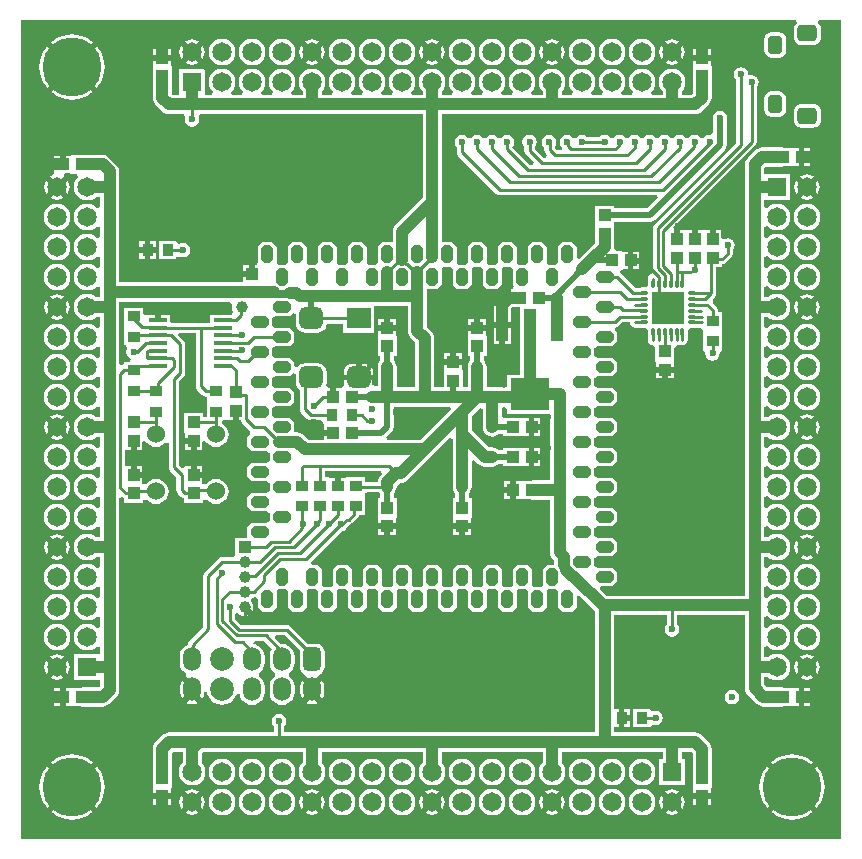
<source format=gbl>
G04*
G04 #@! TF.GenerationSoftware,Altium Limited,Altium Designer,20.0.11 (256)*
G04*
G04 Layer_Physical_Order=2*
G04 Layer_Color=16711680*
%FSLAX25Y25*%
%MOIN*%
G70*
G01*
G75*
%ADD10C,0.00984*%
%ADD17C,0.06000*%
%ADD22R,0.03543X0.03937*%
%ADD25R,0.03937X0.03543*%
%ADD49C,0.01968*%
%ADD50C,0.19685*%
%ADD51O,0.05906X0.07874*%
%ADD52C,0.07874*%
G04:AMPARAMS|DCode=53|XSize=59.06mil|YSize=78.74mil|CornerRadius=14.76mil|HoleSize=0mil|Usage=FLASHONLY|Rotation=180.000|XOffset=0mil|YOffset=0mil|HoleType=Round|Shape=RoundedRectangle|*
%AMROUNDEDRECTD53*
21,1,0.05906,0.04921,0,0,180.0*
21,1,0.02953,0.07874,0,0,180.0*
1,1,0.02953,-0.01476,0.02461*
1,1,0.02953,0.01476,0.02461*
1,1,0.02953,0.01476,-0.02461*
1,1,0.02953,-0.01476,-0.02461*
%
%ADD53ROUNDEDRECTD53*%
%ADD54C,0.06496*%
%ADD55R,0.06496X0.06496*%
%ADD56R,0.06496X0.06496*%
G04:AMPARAMS|DCode=57|XSize=66.93mil|YSize=55.12mil|CornerRadius=13.78mil|HoleSize=0mil|Usage=FLASHONLY|Rotation=180.000|XOffset=0mil|YOffset=0mil|HoleType=Round|Shape=RoundedRectangle|*
%AMROUNDEDRECTD57*
21,1,0.06693,0.02756,0,0,180.0*
21,1,0.03937,0.05512,0,0,180.0*
1,1,0.02756,-0.01968,0.01378*
1,1,0.02756,0.01968,0.01378*
1,1,0.02756,0.01968,-0.01378*
1,1,0.02756,-0.01968,-0.01378*
%
%ADD57ROUNDEDRECTD57*%
G04:AMPARAMS|DCode=58|XSize=60mil|YSize=49.21mil|CornerRadius=12.3mil|HoleSize=0mil|Usage=FLASHONLY|Rotation=90.000|XOffset=0mil|YOffset=0mil|HoleType=Round|Shape=RoundedRectangle|*
%AMROUNDEDRECTD58*
21,1,0.06000,0.02461,0,0,90.0*
21,1,0.03539,0.04921,0,0,90.0*
1,1,0.02461,0.01230,0.01770*
1,1,0.02461,0.01230,-0.01770*
1,1,0.02461,-0.01230,-0.01770*
1,1,0.02461,-0.01230,0.01770*
%
%ADD58ROUNDEDRECTD58*%
%ADD59C,0.03937*%
%ADD60R,0.03937X0.03937*%
G04:AMPARAMS|DCode=61|XSize=39.37mil|YSize=59.06mil|CornerRadius=0mil|HoleSize=0mil|Usage=FLASHONLY|Rotation=180.000|XOffset=0mil|YOffset=0mil|HoleType=Round|Shape=Octagon|*
%AMOCTAGOND61*
4,1,8,0.00984,-0.02953,-0.00984,-0.02953,-0.01968,-0.01968,-0.01968,0.01968,-0.00984,0.02953,0.00984,0.02953,0.01968,0.01968,0.01968,-0.01968,0.00984,-0.02953,0.0*
%
%ADD61OCTAGOND61*%

G04:AMPARAMS|DCode=62|XSize=39.37mil|YSize=59.06mil|CornerRadius=0mil|HoleSize=0mil|Usage=FLASHONLY|Rotation=270.000|XOffset=0mil|YOffset=0mil|HoleType=Round|Shape=Octagon|*
%AMOCTAGOND62*
4,1,8,0.02953,0.00984,0.02953,-0.00984,0.01968,-0.01968,-0.01968,-0.01968,-0.02953,-0.00984,-0.02953,0.00984,-0.01968,0.01968,0.01968,0.01968,0.02953,0.00984,0.0*
%
%ADD62OCTAGOND62*%

%ADD63C,0.02362*%
%ADD64R,0.03937X0.03937*%
%ADD65R,0.12992X0.10630*%
%ADD66R,0.03937X0.10630*%
%ADD67R,0.07874X0.07087*%
G04:AMPARAMS|DCode=68|XSize=78.74mil|YSize=70.87mil|CornerRadius=17.72mil|HoleSize=0mil|Usage=FLASHONLY|Rotation=180.000|XOffset=0mil|YOffset=0mil|HoleType=Round|Shape=RoundedRectangle|*
%AMROUNDEDRECTD68*
21,1,0.07874,0.03543,0,0,180.0*
21,1,0.04331,0.07087,0,0,180.0*
1,1,0.03543,-0.02165,0.01772*
1,1,0.03543,0.02165,0.01772*
1,1,0.03543,0.02165,-0.01772*
1,1,0.03543,-0.02165,-0.01772*
%
%ADD68ROUNDEDRECTD68*%
%ADD69R,0.06496X0.01181*%
%ADD70R,0.11024X0.11024*%
%ADD71O,0.02953X0.01181*%
%ADD72O,0.01181X0.02953*%
%ADD73C,0.03937*%
G36*
X136390Y-137178D02*
X-137178D01*
X-137178Y135603D01*
X121148D01*
X121482Y134619D01*
X121305Y134483D01*
X120895Y133948D01*
X120637Y133326D01*
X120549Y132658D01*
Y129902D01*
X120637Y129234D01*
X120895Y128611D01*
X121305Y128076D01*
X121839Y127666D01*
X122462Y127408D01*
X123130Y127321D01*
X127067D01*
X127735Y127408D01*
X128358Y127666D01*
X128892Y128076D01*
X129302Y128611D01*
X129560Y129234D01*
X129648Y129902D01*
Y132658D01*
X129560Y133326D01*
X129302Y133948D01*
X128892Y134483D01*
X128715Y134619D01*
X129049Y135603D01*
X136390D01*
X136390Y-137178D01*
D02*
G37*
%LPC*%
G36*
X80000Y129269D02*
X78895Y129123D01*
X77866Y128697D01*
X77769Y128623D01*
X80000Y126392D01*
X82231Y128623D01*
X82134Y128697D01*
X81105Y129123D01*
X80000Y129269D01*
D02*
G37*
G36*
X40000D02*
X38895Y129123D01*
X37866Y128697D01*
X37769Y128623D01*
X40000Y126392D01*
X42231Y128623D01*
X42134Y128697D01*
X41105Y129123D01*
X40000Y129269D01*
D02*
G37*
G36*
X0D02*
X-1105Y129123D01*
X-2134Y128697D01*
X-2231Y128623D01*
X0Y126392D01*
X2231Y128623D01*
X2134Y128697D01*
X1105Y129123D01*
X0Y129269D01*
D02*
G37*
G36*
X-40000D02*
X-41105Y129123D01*
X-42134Y128697D01*
X-42231Y128623D01*
X-40000Y126392D01*
X-37769Y128623D01*
X-37866Y128697D01*
X-38895Y129123D01*
X-40000Y129269D01*
D02*
G37*
G36*
X-80000D02*
X-81105Y129123D01*
X-82134Y128697D01*
X-82231Y128623D01*
X-80000Y126392D01*
X-77769Y128623D01*
X-77866Y128697D01*
X-78895Y129123D01*
X-80000Y129269D01*
D02*
G37*
G36*
X92953Y126102D02*
X90984D01*
Y124134D01*
X92953D01*
Y126102D01*
D02*
G37*
G36*
X-87047D02*
X-89016D01*
Y124134D01*
X-87047D01*
Y126102D01*
D02*
G37*
G36*
X89016D02*
X87047D01*
Y124134D01*
X89016D01*
Y126102D01*
D02*
G37*
G36*
X-90984D02*
X-92953D01*
Y124134D01*
X-90984D01*
Y126102D01*
D02*
G37*
G36*
X115600Y131571D02*
X113140D01*
X112199Y131384D01*
X111401Y130851D01*
X110868Y130053D01*
X110681Y129112D01*
Y125573D01*
X110868Y124632D01*
X111401Y123834D01*
X112199Y123301D01*
X113140Y123114D01*
X115600D01*
X116541Y123301D01*
X117339Y123834D01*
X117872Y124632D01*
X118059Y125573D01*
Y129112D01*
X117872Y130053D01*
X117339Y130851D01*
X116541Y131384D01*
X115600Y131571D01*
D02*
G37*
G36*
X83623Y127231D02*
X81392Y125000D01*
X83623Y122769D01*
X83697Y122866D01*
X84123Y123895D01*
X84269Y125000D01*
X84123Y126105D01*
X83697Y127134D01*
X83623Y127231D01*
D02*
G37*
G36*
X43623D02*
X41392Y125000D01*
X43623Y122769D01*
X43697Y122866D01*
X44123Y123895D01*
X44269Y125000D01*
X44123Y126105D01*
X43697Y127134D01*
X43623Y127231D01*
D02*
G37*
G36*
X3623D02*
X1392Y125000D01*
X3623Y122769D01*
X3697Y122866D01*
X4123Y123895D01*
X4269Y125000D01*
X4123Y126105D01*
X3697Y127134D01*
X3623Y127231D01*
D02*
G37*
G36*
X-36377D02*
X-38608Y125000D01*
X-36377Y122769D01*
X-36303Y122866D01*
X-35877Y123895D01*
X-35731Y125000D01*
X-35877Y126105D01*
X-36303Y127134D01*
X-36377Y127231D01*
D02*
G37*
G36*
X-76377D02*
X-78608Y125000D01*
X-76377Y122769D01*
X-76303Y122866D01*
X-75877Y123895D01*
X-75731Y125000D01*
X-75877Y126105D01*
X-76303Y127134D01*
X-76377Y127231D01*
D02*
G37*
G36*
X76377Y127231D02*
X76303Y127134D01*
X75877Y126105D01*
X75731Y125000D01*
X75877Y123895D01*
X76303Y122866D01*
X76377Y122769D01*
X78608Y125000D01*
X76377Y127231D01*
D02*
G37*
G36*
X36377D02*
X36303Y127134D01*
X35877Y126105D01*
X35731Y125000D01*
X35877Y123895D01*
X36303Y122866D01*
X36377Y122769D01*
X38608Y125000D01*
X36377Y127231D01*
D02*
G37*
G36*
X-3623D02*
X-3697Y127134D01*
X-4123Y126105D01*
X-4269Y125000D01*
X-4123Y123895D01*
X-3697Y122866D01*
X-3623Y122769D01*
X-1392Y125000D01*
X-3623Y127231D01*
D02*
G37*
G36*
X-43623D02*
X-43697Y127134D01*
X-44123Y126105D01*
X-44269Y125000D01*
X-44123Y123895D01*
X-43697Y122866D01*
X-43623Y122769D01*
X-41392Y125000D01*
X-43623Y127231D01*
D02*
G37*
G36*
X-83623D02*
X-83697Y127134D01*
X-84123Y126105D01*
X-84269Y125000D01*
X-84123Y123895D01*
X-83697Y122866D01*
X-83623Y122769D01*
X-81392Y125000D01*
X-83623Y127231D01*
D02*
G37*
G36*
X-120000Y130860D02*
X-121699Y130727D01*
X-123356Y130329D01*
X-124930Y129676D01*
X-126383Y128786D01*
X-126929Y128321D01*
X-120000Y121392D01*
X-113071Y128321D01*
X-113617Y128786D01*
X-115070Y129676D01*
X-116644Y130329D01*
X-118301Y130727D01*
X-120000Y130860D01*
D02*
G37*
G36*
X80000Y123608D02*
X77769Y121377D01*
X77866Y121303D01*
X78895Y120877D01*
X80000Y120731D01*
X81105Y120877D01*
X82134Y121303D01*
X82231Y121377D01*
X80000Y123608D01*
D02*
G37*
G36*
X40000D02*
X37769Y121377D01*
X37866Y121303D01*
X38895Y120877D01*
X40000Y120731D01*
X41105Y120877D01*
X42134Y121303D01*
X42231Y121377D01*
X40000Y123608D01*
D02*
G37*
G36*
X0D02*
X-2231Y121377D01*
X-2134Y121303D01*
X-1105Y120877D01*
X0Y120731D01*
X1105Y120877D01*
X2134Y121303D01*
X2231Y121377D01*
X0Y123608D01*
D02*
G37*
G36*
X-40000D02*
X-42231Y121377D01*
X-42134Y121303D01*
X-41105Y120877D01*
X-40000Y120731D01*
X-38895Y120877D01*
X-37866Y121303D01*
X-37769Y121377D01*
X-40000Y123608D01*
D02*
G37*
G36*
X-80000D02*
X-82231Y121377D01*
X-82134Y121303D01*
X-81105Y120877D01*
X-80000Y120731D01*
X-78895Y120877D01*
X-77866Y121303D01*
X-77769Y121377D01*
X-80000Y123608D01*
D02*
G37*
G36*
X70000Y129467D02*
X68844Y129315D01*
X67766Y128869D01*
X66841Y128159D01*
X66131Y127234D01*
X65685Y126156D01*
X65533Y125000D01*
X65685Y123844D01*
X66131Y122766D01*
X66841Y121841D01*
X67766Y121131D01*
X68844Y120685D01*
X70000Y120533D01*
X71156Y120685D01*
X72234Y121131D01*
X73159Y121841D01*
X73869Y122766D01*
X74315Y123844D01*
X74467Y125000D01*
X74315Y126156D01*
X73869Y127234D01*
X73159Y128159D01*
X72234Y128869D01*
X71156Y129315D01*
X70000Y129467D01*
D02*
G37*
G36*
X60000D02*
X58844Y129315D01*
X57766Y128869D01*
X56841Y128159D01*
X56131Y127234D01*
X55685Y126156D01*
X55533Y125000D01*
X55685Y123844D01*
X56131Y122766D01*
X56841Y121841D01*
X57766Y121131D01*
X58844Y120685D01*
X60000Y120533D01*
X61156Y120685D01*
X62234Y121131D01*
X63159Y121841D01*
X63869Y122766D01*
X64315Y123844D01*
X64467Y125000D01*
X64315Y126156D01*
X63869Y127234D01*
X63159Y128159D01*
X62234Y128869D01*
X61156Y129315D01*
X60000Y129467D01*
D02*
G37*
G36*
X50000D02*
X48844Y129315D01*
X47766Y128869D01*
X46841Y128159D01*
X46131Y127234D01*
X45685Y126156D01*
X45533Y125000D01*
X45685Y123844D01*
X46131Y122766D01*
X46841Y121841D01*
X47766Y121131D01*
X48844Y120685D01*
X50000Y120533D01*
X51156Y120685D01*
X52234Y121131D01*
X53159Y121841D01*
X53869Y122766D01*
X54315Y123844D01*
X54467Y125000D01*
X54315Y126156D01*
X53869Y127234D01*
X53159Y128159D01*
X52234Y128869D01*
X51156Y129315D01*
X50000Y129467D01*
D02*
G37*
G36*
X30000D02*
X28844Y129315D01*
X27766Y128869D01*
X26841Y128159D01*
X26131Y127234D01*
X25685Y126156D01*
X25533Y125000D01*
X25685Y123844D01*
X26131Y122766D01*
X26841Y121841D01*
X27766Y121131D01*
X28844Y120685D01*
X30000Y120533D01*
X31156Y120685D01*
X32234Y121131D01*
X33159Y121841D01*
X33869Y122766D01*
X34315Y123844D01*
X34467Y125000D01*
X34315Y126156D01*
X33869Y127234D01*
X33159Y128159D01*
X32234Y128869D01*
X31156Y129315D01*
X30000Y129467D01*
D02*
G37*
G36*
X20000D02*
X18844Y129315D01*
X17766Y128869D01*
X16841Y128159D01*
X16131Y127234D01*
X15685Y126156D01*
X15533Y125000D01*
X15685Y123844D01*
X16131Y122766D01*
X16841Y121841D01*
X17766Y121131D01*
X18844Y120685D01*
X20000Y120533D01*
X21156Y120685D01*
X22234Y121131D01*
X23159Y121841D01*
X23869Y122766D01*
X24315Y123844D01*
X24467Y125000D01*
X24315Y126156D01*
X23869Y127234D01*
X23159Y128159D01*
X22234Y128869D01*
X21156Y129315D01*
X20000Y129467D01*
D02*
G37*
G36*
X10000D02*
X8844Y129315D01*
X7766Y128869D01*
X6841Y128159D01*
X6131Y127234D01*
X5685Y126156D01*
X5533Y125000D01*
X5685Y123844D01*
X6131Y122766D01*
X6841Y121841D01*
X7766Y121131D01*
X8844Y120685D01*
X10000Y120533D01*
X11156Y120685D01*
X12234Y121131D01*
X13159Y121841D01*
X13869Y122766D01*
X14315Y123844D01*
X14467Y125000D01*
X14315Y126156D01*
X13869Y127234D01*
X13159Y128159D01*
X12234Y128869D01*
X11156Y129315D01*
X10000Y129467D01*
D02*
G37*
G36*
X-10000D02*
X-11156Y129315D01*
X-12234Y128869D01*
X-13159Y128159D01*
X-13869Y127234D01*
X-14315Y126156D01*
X-14467Y125000D01*
X-14315Y123844D01*
X-13869Y122766D01*
X-13159Y121841D01*
X-12234Y121131D01*
X-11156Y120685D01*
X-10000Y120533D01*
X-8844Y120685D01*
X-7766Y121131D01*
X-6841Y121841D01*
X-6131Y122766D01*
X-5685Y123844D01*
X-5533Y125000D01*
X-5685Y126156D01*
X-6131Y127234D01*
X-6841Y128159D01*
X-7766Y128869D01*
X-8844Y129315D01*
X-10000Y129467D01*
D02*
G37*
G36*
X-20000D02*
X-21156Y129315D01*
X-22234Y128869D01*
X-23159Y128159D01*
X-23869Y127234D01*
X-24315Y126156D01*
X-24467Y125000D01*
X-24315Y123844D01*
X-23869Y122766D01*
X-23159Y121841D01*
X-22234Y121131D01*
X-21156Y120685D01*
X-20000Y120533D01*
X-18844Y120685D01*
X-17766Y121131D01*
X-16841Y121841D01*
X-16131Y122766D01*
X-15685Y123844D01*
X-15533Y125000D01*
X-15685Y126156D01*
X-16131Y127234D01*
X-16841Y128159D01*
X-17766Y128869D01*
X-18844Y129315D01*
X-20000Y129467D01*
D02*
G37*
G36*
X-30000D02*
X-31156Y129315D01*
X-32234Y128869D01*
X-33159Y128159D01*
X-33869Y127234D01*
X-34315Y126156D01*
X-34467Y125000D01*
X-34315Y123844D01*
X-33869Y122766D01*
X-33159Y121841D01*
X-32234Y121131D01*
X-31156Y120685D01*
X-30000Y120533D01*
X-28844Y120685D01*
X-27766Y121131D01*
X-26841Y121841D01*
X-26131Y122766D01*
X-25685Y123844D01*
X-25533Y125000D01*
X-25685Y126156D01*
X-26131Y127234D01*
X-26841Y128159D01*
X-27766Y128869D01*
X-28844Y129315D01*
X-30000Y129467D01*
D02*
G37*
G36*
X-50000D02*
X-51156Y129315D01*
X-52234Y128869D01*
X-53159Y128159D01*
X-53869Y127234D01*
X-54315Y126156D01*
X-54467Y125000D01*
X-54315Y123844D01*
X-53869Y122766D01*
X-53159Y121841D01*
X-52234Y121131D01*
X-51156Y120685D01*
X-50000Y120533D01*
X-48844Y120685D01*
X-47766Y121131D01*
X-46841Y121841D01*
X-46131Y122766D01*
X-45685Y123844D01*
X-45533Y125000D01*
X-45685Y126156D01*
X-46131Y127234D01*
X-46841Y128159D01*
X-47766Y128869D01*
X-48844Y129315D01*
X-50000Y129467D01*
D02*
G37*
G36*
X-60000D02*
X-61156Y129315D01*
X-62234Y128869D01*
X-63159Y128159D01*
X-63869Y127234D01*
X-64315Y126156D01*
X-64467Y125000D01*
X-64315Y123844D01*
X-63869Y122766D01*
X-63159Y121841D01*
X-62234Y121131D01*
X-61156Y120685D01*
X-60000Y120533D01*
X-58844Y120685D01*
X-57766Y121131D01*
X-56841Y121841D01*
X-56131Y122766D01*
X-55685Y123844D01*
X-55533Y125000D01*
X-55685Y126156D01*
X-56131Y127234D01*
X-56841Y128159D01*
X-57766Y128869D01*
X-58844Y129315D01*
X-60000Y129467D01*
D02*
G37*
G36*
X-70000D02*
X-71156Y129315D01*
X-72234Y128869D01*
X-73159Y128159D01*
X-73869Y127234D01*
X-74315Y126156D01*
X-74467Y125000D01*
X-74315Y123844D01*
X-73869Y122766D01*
X-73159Y121841D01*
X-72234Y121131D01*
X-71156Y120685D01*
X-70000Y120533D01*
X-68844Y120685D01*
X-67766Y121131D01*
X-66841Y121841D01*
X-66131Y122766D01*
X-65685Y123844D01*
X-65533Y125000D01*
X-65685Y126156D01*
X-66131Y127234D01*
X-66841Y128159D01*
X-67766Y128869D01*
X-68844Y129315D01*
X-70000Y129467D01*
D02*
G37*
G36*
X-111679Y126929D02*
X-118608Y120000D01*
X-111679Y113071D01*
X-111214Y113617D01*
X-110324Y115070D01*
X-109671Y116644D01*
X-109274Y118301D01*
X-109140Y120000D01*
X-109274Y121699D01*
X-109671Y123356D01*
X-110324Y124930D01*
X-111214Y126383D01*
X-111679Y126929D01*
D02*
G37*
G36*
X-128321Y126929D02*
X-128786Y126383D01*
X-129676Y124930D01*
X-130329Y123356D01*
X-130727Y121699D01*
X-130860Y120000D01*
X-130727Y118301D01*
X-130329Y116644D01*
X-129676Y115070D01*
X-128786Y113617D01*
X-128321Y113071D01*
X-121392Y120000D01*
X-128321Y126929D01*
D02*
G37*
G36*
X-120000Y118608D02*
X-126929Y111679D01*
X-126383Y111214D01*
X-124930Y110324D01*
X-123356Y109671D01*
X-121699Y109274D01*
X-120000Y109140D01*
X-118301Y109274D01*
X-116644Y109671D01*
X-115070Y110324D01*
X-113617Y111214D01*
X-113071Y111679D01*
X-120000Y118608D01*
D02*
G37*
G36*
X115600Y111886D02*
X113140D01*
X112199Y111699D01*
X111401Y111166D01*
X110868Y110368D01*
X110681Y109427D01*
Y105888D01*
X110868Y104947D01*
X111401Y104149D01*
X112199Y103616D01*
X113140Y103429D01*
X115600D01*
X116541Y103616D01*
X117339Y104149D01*
X117872Y104947D01*
X118059Y105888D01*
Y109427D01*
X117872Y110368D01*
X117339Y111166D01*
X116541Y111699D01*
X115600Y111886D01*
D02*
G37*
G36*
X127067Y107679D02*
X123130D01*
X122462Y107592D01*
X121839Y107334D01*
X121305Y106924D01*
X120895Y106389D01*
X120637Y105766D01*
X120549Y105098D01*
Y102342D01*
X120637Y101674D01*
X120895Y101052D01*
X121305Y100517D01*
X121839Y100107D01*
X122462Y99849D01*
X123130Y99761D01*
X127067D01*
X127735Y99849D01*
X128358Y100107D01*
X128892Y100517D01*
X129302Y101052D01*
X129560Y101674D01*
X129648Y102342D01*
Y105098D01*
X129560Y105766D01*
X129302Y106389D01*
X128892Y106924D01*
X128358Y107334D01*
X127735Y107592D01*
X127067Y107679D01*
D02*
G37*
G36*
X124134Y92953D02*
Y90984D01*
X126102D01*
Y92953D01*
X124134D01*
D02*
G37*
G36*
X-124134Y90453D02*
X-126102D01*
Y88484D01*
X-124134D01*
Y90453D01*
D02*
G37*
G36*
X126102Y89016D02*
X124134D01*
Y87047D01*
X126102D01*
Y89016D01*
D02*
G37*
G36*
X125000Y84269D02*
X123895Y84123D01*
X122866Y83697D01*
X122769Y83623D01*
X125000Y81392D01*
X127231Y83623D01*
X127134Y83697D01*
X126105Y84123D01*
X125000Y84269D01*
D02*
G37*
G36*
X-128623Y82231D02*
X-128697Y82134D01*
X-129123Y81105D01*
X-129269Y80000D01*
X-129123Y78895D01*
X-128697Y77866D01*
X-128623Y77769D01*
X-126392Y80000D01*
X-128623Y82231D01*
D02*
G37*
G36*
X-121377Y82231D02*
X-123608Y80000D01*
X-121377Y77769D01*
X-121303Y77866D01*
X-120877Y78895D01*
X-120731Y80000D01*
X-120877Y81105D01*
X-121303Y82134D01*
X-121377Y82231D01*
D02*
G37*
G36*
X128623Y82231D02*
X126392Y80000D01*
X128623Y77769D01*
X128697Y77866D01*
X129123Y78895D01*
X129269Y80000D01*
X129123Y81105D01*
X128697Y82134D01*
X128623Y82231D01*
D02*
G37*
G36*
X121377D02*
X121303Y82134D01*
X120877Y81105D01*
X120731Y80000D01*
X120877Y78895D01*
X121303Y77866D01*
X121377Y77769D01*
X123608Y80000D01*
X121377Y82231D01*
D02*
G37*
G36*
X125000Y78608D02*
X122769Y76377D01*
X122866Y76303D01*
X123895Y75877D01*
X125000Y75731D01*
X126105Y75877D01*
X127134Y76303D01*
X127231Y76377D01*
X125000Y78608D01*
D02*
G37*
G36*
X-125000D02*
X-127231Y76377D01*
X-127134Y76303D01*
X-126105Y75877D01*
X-125000Y75731D01*
X-123895Y75877D01*
X-122866Y76303D01*
X-122769Y76377D01*
X-125000Y78608D01*
D02*
G37*
G36*
X125000Y74467D02*
X123844Y74315D01*
X122766Y73869D01*
X121841Y73159D01*
X121131Y72234D01*
X120685Y71156D01*
X120533Y70000D01*
X120685Y68844D01*
X121131Y67766D01*
X121841Y66841D01*
X122766Y66131D01*
X123844Y65685D01*
X125000Y65533D01*
X126156Y65685D01*
X127234Y66131D01*
X128159Y66841D01*
X128869Y67766D01*
X129315Y68844D01*
X129467Y70000D01*
X129315Y71156D01*
X128869Y72234D01*
X128159Y73159D01*
X127234Y73869D01*
X126156Y74315D01*
X125000Y74467D01*
D02*
G37*
G36*
X-125000D02*
X-126156Y74315D01*
X-127234Y73869D01*
X-128159Y73159D01*
X-128869Y72234D01*
X-129315Y71156D01*
X-129467Y70000D01*
X-129315Y68844D01*
X-128869Y67766D01*
X-128159Y66841D01*
X-127234Y66131D01*
X-126156Y65685D01*
X-125000Y65533D01*
X-123844Y65685D01*
X-122766Y66131D01*
X-121841Y66841D01*
X-121131Y67766D01*
X-120685Y68844D01*
X-120533Y70000D01*
X-120685Y71156D01*
X-121131Y72234D01*
X-121841Y73159D01*
X-122766Y73869D01*
X-123844Y74315D01*
X-125000Y74467D01*
D02*
G37*
G36*
X-92091Y61953D02*
X-93862D01*
Y59984D01*
X-92091D01*
Y61953D01*
D02*
G37*
G36*
X-95831D02*
X-97602D01*
Y59984D01*
X-95831D01*
Y61953D01*
D02*
G37*
G36*
X-85201Y62150D02*
X-91106D01*
Y55850D01*
X-85201D01*
Y56531D01*
X-84216Y56972D01*
X-83922Y56775D01*
X-83000Y56591D01*
X-82078Y56775D01*
X-81297Y57297D01*
X-80775Y58078D01*
X-80591Y59000D01*
X-80775Y59922D01*
X-81297Y60703D01*
X-82078Y61225D01*
X-83000Y61409D01*
X-83922Y61225D01*
X-84216Y61028D01*
X-85201Y61554D01*
Y62150D01*
D02*
G37*
G36*
X67134Y58453D02*
Y56484D01*
X69102D01*
Y58453D01*
X67134D01*
D02*
G37*
G36*
X-92091Y58016D02*
X-93862D01*
Y56047D01*
X-92091D01*
Y58016D01*
D02*
G37*
G36*
X-95831D02*
X-97602D01*
Y56047D01*
X-95831D01*
Y58016D01*
D02*
G37*
G36*
X125000Y64467D02*
X123844Y64315D01*
X122766Y63869D01*
X121841Y63159D01*
X121131Y62234D01*
X120685Y61156D01*
X120533Y60000D01*
X120685Y58844D01*
X121131Y57766D01*
X121841Y56841D01*
X122766Y56131D01*
X123844Y55685D01*
X125000Y55533D01*
X126156Y55685D01*
X127234Y56131D01*
X128159Y56841D01*
X128869Y57766D01*
X129315Y58844D01*
X129467Y60000D01*
X129315Y61156D01*
X128869Y62234D01*
X128159Y63159D01*
X127234Y63869D01*
X126156Y64315D01*
X125000Y64467D01*
D02*
G37*
G36*
X-125000D02*
X-126156Y64315D01*
X-127234Y63869D01*
X-128159Y63159D01*
X-128869Y62234D01*
X-129315Y61156D01*
X-129467Y60000D01*
X-129315Y58844D01*
X-128869Y57766D01*
X-128159Y56841D01*
X-127234Y56131D01*
X-126156Y55685D01*
X-125000Y55533D01*
X-123844Y55685D01*
X-122766Y56131D01*
X-121841Y56841D01*
X-121131Y57766D01*
X-120685Y58844D01*
X-120533Y60000D01*
X-120685Y61156D01*
X-121131Y62234D01*
X-121841Y63159D01*
X-122766Y63869D01*
X-123844Y64315D01*
X-125000Y64467D01*
D02*
G37*
G36*
X-87047Y122165D02*
X-90000D01*
X-92953D01*
Y120903D01*
X-93150Y120000D01*
X-93150Y119294D01*
Y117057D01*
X-93177Y116850D01*
Y109806D01*
X-93068Y108984D01*
X-92751Y108218D01*
X-92246Y107560D01*
X-89940Y105254D01*
X-89282Y104749D01*
X-88516Y104431D01*
X-87694Y104323D01*
X-82806D01*
X-82257Y103471D01*
X-82242Y103339D01*
X-82408Y102500D01*
X-82225Y101578D01*
X-81703Y100797D01*
X-80922Y100275D01*
X-80000Y100092D01*
X-79078Y100275D01*
X-78297Y100797D01*
X-77775Y101578D01*
X-77592Y102500D01*
X-77758Y103339D01*
X-77743Y103471D01*
X-77193Y104323D01*
X-3177D01*
Y76316D01*
X-12246Y67246D01*
X-12751Y66588D01*
X-13069Y65822D01*
X-13177Y65000D01*
Y61737D01*
X-13425Y61634D01*
X-16575D01*
X-18150Y60059D01*
Y55004D01*
X-18185Y54892D01*
X-18734Y54134D01*
X-21265D01*
X-21815Y54892D01*
X-21850Y55004D01*
Y60059D01*
X-23425Y61634D01*
X-26575D01*
X-28150Y60059D01*
Y55004D01*
X-28185Y54892D01*
X-28734Y54134D01*
X-31266D01*
X-31815Y54892D01*
X-31850Y55004D01*
Y60059D01*
X-33425Y61634D01*
X-36575D01*
X-38150Y60059D01*
Y55004D01*
X-38185Y54892D01*
X-38734Y54134D01*
X-41266D01*
X-41815Y54892D01*
X-41850Y55004D01*
Y60059D01*
X-43425Y61634D01*
X-46575D01*
X-48150Y60059D01*
Y55004D01*
X-48185Y54892D01*
X-48734Y54134D01*
X-51266D01*
X-51815Y54892D01*
X-51850Y55004D01*
Y60059D01*
X-53425Y61634D01*
X-56575D01*
X-58150Y60059D01*
Y54941D01*
X-58497Y54102D01*
X-59016D01*
Y51150D01*
X-60000D01*
Y50165D01*
X-62953D01*
X-62953Y48197D01*
X-63929Y48177D01*
X-104323D01*
Y80000D01*
Y85194D01*
X-104431Y86016D01*
X-104749Y86782D01*
X-105254Y87440D01*
X-107560Y89746D01*
X-108218Y90251D01*
X-108984Y90569D01*
X-109806Y90677D01*
X-116850D01*
X-117057Y90650D01*
X-120000Y90650D01*
X-120903Y90453D01*
X-122165D01*
Y87500D01*
X-123150D01*
Y86516D01*
X-126102D01*
Y85031D01*
X-126104Y84546D01*
X-126780Y83844D01*
X-127134Y83697D01*
X-127231Y83623D01*
X-125000Y81392D01*
X-122663Y83729D01*
X-122573Y84269D01*
X-122430Y84547D01*
X-120903D01*
X-120000Y84350D01*
X-119294Y84350D01*
X-118223D01*
X-117889Y83366D01*
X-118159Y83159D01*
X-118869Y82234D01*
X-119315Y81156D01*
X-119467Y80000D01*
X-119315Y78844D01*
X-118869Y77766D01*
X-118159Y76841D01*
X-117234Y76131D01*
X-116156Y75685D01*
X-115000Y75533D01*
X-113844Y75685D01*
X-112766Y76131D01*
X-111864Y76823D01*
X-110677D01*
Y73258D01*
X-111661Y72924D01*
X-111841Y73159D01*
X-112766Y73869D01*
X-113844Y74315D01*
X-115000Y74467D01*
X-116156Y74315D01*
X-117234Y73869D01*
X-118159Y73159D01*
X-118869Y72234D01*
X-119315Y71156D01*
X-119467Y70000D01*
X-119315Y68844D01*
X-118869Y67766D01*
X-118159Y66841D01*
X-117234Y66131D01*
X-116156Y65685D01*
X-115000Y65533D01*
X-113844Y65685D01*
X-112766Y66131D01*
X-111841Y66841D01*
X-111661Y67076D01*
X-110677Y66742D01*
Y63258D01*
X-111661Y62924D01*
X-111841Y63159D01*
X-112766Y63869D01*
X-113844Y64315D01*
X-115000Y64467D01*
X-116156Y64315D01*
X-117234Y63869D01*
X-118159Y63159D01*
X-118869Y62234D01*
X-119315Y61156D01*
X-119467Y60000D01*
X-119315Y58844D01*
X-118869Y57766D01*
X-118159Y56841D01*
X-117234Y56131D01*
X-116156Y55685D01*
X-115000Y55533D01*
X-113844Y55685D01*
X-112766Y56131D01*
X-111841Y56841D01*
X-111661Y57076D01*
X-110677Y56742D01*
Y53258D01*
X-111661Y52924D01*
X-111841Y53159D01*
X-112766Y53869D01*
X-113844Y54315D01*
X-115000Y54467D01*
X-116156Y54315D01*
X-117234Y53869D01*
X-118159Y53159D01*
X-118869Y52234D01*
X-119315Y51156D01*
X-119467Y50000D01*
X-119315Y48844D01*
X-118869Y47766D01*
X-118159Y46841D01*
X-117234Y46131D01*
X-116156Y45685D01*
X-115000Y45533D01*
X-113844Y45685D01*
X-112766Y46131D01*
X-111841Y46841D01*
X-111661Y47076D01*
X-110677Y46742D01*
Y43177D01*
X-111864D01*
X-112766Y43869D01*
X-113844Y44315D01*
X-115000Y44467D01*
X-116156Y44315D01*
X-117234Y43869D01*
X-118159Y43159D01*
X-118869Y42234D01*
X-119315Y41156D01*
X-119467Y40000D01*
X-119315Y38844D01*
X-118869Y37766D01*
X-118159Y36841D01*
X-117234Y36131D01*
X-116156Y35685D01*
X-115000Y35533D01*
X-113844Y35685D01*
X-112766Y36131D01*
X-111864Y36823D01*
X-110677D01*
Y33258D01*
X-111661Y32924D01*
X-111841Y33159D01*
X-112766Y33869D01*
X-113844Y34315D01*
X-115000Y34467D01*
X-116156Y34315D01*
X-117234Y33869D01*
X-118159Y33159D01*
X-118869Y32234D01*
X-119315Y31156D01*
X-119467Y30000D01*
X-119315Y28844D01*
X-118869Y27766D01*
X-118159Y26841D01*
X-117234Y26131D01*
X-116156Y25685D01*
X-115000Y25533D01*
X-113844Y25685D01*
X-112766Y26131D01*
X-111841Y26841D01*
X-111661Y27076D01*
X-110677Y26742D01*
Y23258D01*
X-111661Y22924D01*
X-111841Y23159D01*
X-112766Y23869D01*
X-113844Y24315D01*
X-115000Y24467D01*
X-116156Y24315D01*
X-117234Y23869D01*
X-118159Y23159D01*
X-118869Y22234D01*
X-119315Y21156D01*
X-119467Y20000D01*
X-119315Y18844D01*
X-118869Y17766D01*
X-118159Y16841D01*
X-117234Y16131D01*
X-116156Y15685D01*
X-115000Y15533D01*
X-113844Y15685D01*
X-112766Y16131D01*
X-111841Y16841D01*
X-111661Y17076D01*
X-110677Y16742D01*
Y13258D01*
X-111661Y12924D01*
X-111841Y13159D01*
X-112766Y13869D01*
X-113844Y14315D01*
X-115000Y14467D01*
X-116156Y14315D01*
X-117234Y13869D01*
X-118159Y13159D01*
X-118869Y12234D01*
X-119315Y11156D01*
X-119467Y10000D01*
X-119315Y8844D01*
X-118869Y7766D01*
X-118159Y6841D01*
X-117234Y6131D01*
X-116156Y5685D01*
X-115000Y5533D01*
X-113844Y5685D01*
X-112766Y6131D01*
X-111841Y6841D01*
X-111661Y7076D01*
X-110677Y6742D01*
Y3177D01*
X-111864D01*
X-112766Y3869D01*
X-113844Y4315D01*
X-115000Y4467D01*
X-116156Y4315D01*
X-117234Y3869D01*
X-118159Y3159D01*
X-118869Y2234D01*
X-119315Y1156D01*
X-119467Y0D01*
X-119315Y-1156D01*
X-118869Y-2234D01*
X-118159Y-3159D01*
X-117234Y-3869D01*
X-116156Y-4315D01*
X-115000Y-4467D01*
X-113844Y-4315D01*
X-112766Y-3869D01*
X-111864Y-3177D01*
X-110677D01*
Y-6742D01*
X-111661Y-7076D01*
X-111841Y-6841D01*
X-112766Y-6131D01*
X-113844Y-5685D01*
X-115000Y-5533D01*
X-116156Y-5685D01*
X-117234Y-6131D01*
X-118159Y-6841D01*
X-118869Y-7766D01*
X-119315Y-8844D01*
X-119467Y-10000D01*
X-119315Y-11156D01*
X-118869Y-12234D01*
X-118159Y-13159D01*
X-117234Y-13869D01*
X-116156Y-14315D01*
X-115000Y-14467D01*
X-113844Y-14315D01*
X-112766Y-13869D01*
X-111841Y-13159D01*
X-111661Y-12924D01*
X-110677Y-13258D01*
Y-16742D01*
X-111661Y-17076D01*
X-111841Y-16841D01*
X-112766Y-16131D01*
X-113844Y-15685D01*
X-115000Y-15533D01*
X-116156Y-15685D01*
X-117234Y-16131D01*
X-118159Y-16841D01*
X-118869Y-17766D01*
X-119315Y-18844D01*
X-119467Y-20000D01*
X-119315Y-21156D01*
X-118869Y-22234D01*
X-118159Y-23159D01*
X-117234Y-23869D01*
X-116156Y-24315D01*
X-115000Y-24467D01*
X-113844Y-24315D01*
X-112766Y-23869D01*
X-111841Y-23159D01*
X-111661Y-22924D01*
X-110677Y-23258D01*
Y-26742D01*
X-111661Y-27076D01*
X-111841Y-26841D01*
X-112766Y-26131D01*
X-113844Y-25685D01*
X-115000Y-25533D01*
X-116156Y-25685D01*
X-117234Y-26131D01*
X-118159Y-26841D01*
X-118869Y-27766D01*
X-119315Y-28844D01*
X-119467Y-30000D01*
X-119315Y-31156D01*
X-118869Y-32234D01*
X-118159Y-33159D01*
X-117234Y-33869D01*
X-116156Y-34315D01*
X-115000Y-34467D01*
X-113844Y-34315D01*
X-112766Y-33869D01*
X-111841Y-33159D01*
X-111661Y-32924D01*
X-110677Y-33258D01*
Y-36823D01*
X-111864D01*
X-112766Y-36131D01*
X-113844Y-35685D01*
X-115000Y-35533D01*
X-116156Y-35685D01*
X-117234Y-36131D01*
X-118159Y-36841D01*
X-118869Y-37766D01*
X-119315Y-38844D01*
X-119467Y-40000D01*
X-119315Y-41156D01*
X-118869Y-42234D01*
X-118159Y-43159D01*
X-117234Y-43869D01*
X-116156Y-44315D01*
X-115000Y-44467D01*
X-113844Y-44315D01*
X-112766Y-43869D01*
X-111864Y-43177D01*
X-110677D01*
Y-46742D01*
X-111661Y-47076D01*
X-111841Y-46841D01*
X-112766Y-46131D01*
X-113844Y-45685D01*
X-115000Y-45533D01*
X-116156Y-45685D01*
X-117234Y-46131D01*
X-118159Y-46841D01*
X-118869Y-47766D01*
X-119315Y-48844D01*
X-119467Y-50000D01*
X-119315Y-51156D01*
X-118869Y-52234D01*
X-118159Y-53159D01*
X-117234Y-53869D01*
X-116156Y-54315D01*
X-115000Y-54467D01*
X-113844Y-54315D01*
X-112766Y-53869D01*
X-111841Y-53159D01*
X-111661Y-52924D01*
X-110677Y-53258D01*
Y-56742D01*
X-111661Y-57076D01*
X-111841Y-56841D01*
X-112766Y-56131D01*
X-113844Y-55685D01*
X-115000Y-55533D01*
X-116156Y-55685D01*
X-117234Y-56131D01*
X-118159Y-56841D01*
X-118869Y-57766D01*
X-119315Y-58844D01*
X-119467Y-60000D01*
X-119315Y-61156D01*
X-118869Y-62234D01*
X-118159Y-63159D01*
X-117234Y-63869D01*
X-116156Y-64315D01*
X-115000Y-64467D01*
X-113844Y-64315D01*
X-112766Y-63869D01*
X-111841Y-63159D01*
X-111661Y-62924D01*
X-110677Y-63258D01*
Y-66742D01*
X-111661Y-67076D01*
X-111841Y-66841D01*
X-112766Y-66131D01*
X-113844Y-65685D01*
X-115000Y-65533D01*
X-116156Y-65685D01*
X-117234Y-66131D01*
X-118159Y-66841D01*
X-118869Y-67766D01*
X-119315Y-68844D01*
X-119467Y-70000D01*
X-119315Y-71156D01*
X-118869Y-72234D01*
X-118159Y-73159D01*
X-117234Y-73869D01*
X-116156Y-74315D01*
X-115000Y-74467D01*
X-113844Y-74315D01*
X-112766Y-73869D01*
X-111841Y-73159D01*
X-111661Y-72924D01*
X-110677Y-73258D01*
Y-75571D01*
X-119429D01*
Y-84429D01*
X-110677D01*
Y-86378D01*
X-111122Y-86823D01*
X-116850D01*
X-117057Y-86850D01*
X-120000Y-86850D01*
X-120903Y-87047D01*
X-122165D01*
Y-90000D01*
Y-92953D01*
X-120903D01*
X-120000Y-93150D01*
X-119294Y-93150D01*
X-117057D01*
X-116850Y-93177D01*
X-109806D01*
X-108984Y-93068D01*
X-108218Y-92751D01*
X-107560Y-92246D01*
X-105254Y-89940D01*
X-104749Y-89282D01*
X-104431Y-88516D01*
X-104323Y-87694D01*
Y-80000D01*
Y-40000D01*
Y-23598D01*
X-103420Y-23224D01*
X-103395Y-23241D01*
X-103279Y-23356D01*
X-102726Y-23726D01*
X-102654Y-23740D01*
X-102650Y-23743D01*
Y-25299D01*
X-96350D01*
Y-24316D01*
X-95366Y-23981D01*
X-94982Y-24482D01*
X-94109Y-25152D01*
X-93091Y-25574D01*
X-92000Y-25717D01*
X-90908Y-25574D01*
X-89891Y-25152D01*
X-89018Y-24482D01*
X-88348Y-23609D01*
X-87927Y-22591D01*
X-87783Y-21500D01*
X-87927Y-20409D01*
X-88348Y-19391D01*
X-89018Y-18518D01*
X-89891Y-17848D01*
X-90908Y-17426D01*
X-92000Y-17283D01*
X-93091Y-17426D01*
X-94109Y-17848D01*
X-94982Y-18518D01*
X-95366Y-19019D01*
X-96350Y-19000D01*
X-96547Y-18803D01*
Y-16835D01*
X-99500D01*
Y-15850D01*
X-100484D01*
Y-12898D01*
X-102294D01*
Y-7602D01*
X-100484D01*
Y-4650D01*
X-98516D01*
Y-7602D01*
X-96547D01*
Y-5000D01*
X-95972Y-4748D01*
X-95563Y-4725D01*
X-94982Y-5482D01*
X-94109Y-6152D01*
X-93091Y-6573D01*
X-92000Y-6717D01*
X-90908Y-6573D01*
X-89891Y-6152D01*
X-89018Y-5482D01*
X-88690Y-5055D01*
X-87706Y-5389D01*
Y-13500D01*
X-87576Y-14153D01*
X-87206Y-14706D01*
X-85206Y-16707D01*
Y-21000D01*
X-85076Y-21653D01*
X-84706Y-22206D01*
X-83706Y-23206D01*
X-83153Y-23576D01*
X-82650Y-23676D01*
Y-25299D01*
X-76350D01*
Y-24316D01*
X-75366Y-23981D01*
X-74982Y-24482D01*
X-74109Y-25152D01*
X-73092Y-25574D01*
X-72000Y-25717D01*
X-70908Y-25574D01*
X-69891Y-25152D01*
X-69018Y-24482D01*
X-68348Y-23609D01*
X-67927Y-22591D01*
X-67783Y-21500D01*
X-67927Y-20409D01*
X-68348Y-19391D01*
X-69018Y-18518D01*
X-69891Y-17848D01*
X-70908Y-17426D01*
X-72000Y-17283D01*
X-73092Y-17426D01*
X-74109Y-17848D01*
X-74982Y-18518D01*
X-75366Y-19019D01*
X-76314Y-19001D01*
X-76547Y-18803D01*
Y-16835D01*
X-79500D01*
Y-15850D01*
X-80484D01*
Y-12898D01*
X-82453D01*
Y-13349D01*
X-83362Y-13725D01*
X-84294Y-12793D01*
Y15293D01*
X-82794Y16794D01*
X-82424Y17347D01*
X-82294Y18000D01*
Y27500D01*
X-82424Y28153D01*
X-82794Y28706D01*
X-84590Y30503D01*
X-84214Y31412D01*
X-78706D01*
Y13500D01*
X-78576Y12847D01*
X-78206Y12294D01*
X-76553Y10640D01*
X-75999Y10270D01*
X-75346Y10141D01*
X-75150D01*
Y9091D01*
X-75150Y8894D01*
Y8106D01*
X-75150Y7909D01*
Y3356D01*
X-76350D01*
Y4799D01*
X-82650D01*
Y-794D01*
X-82650Y-1500D01*
X-82453Y-2403D01*
Y-3665D01*
X-79500D01*
Y-4650D01*
X-78516D01*
Y-7602D01*
X-76547D01*
Y-5000D01*
X-75972Y-4748D01*
X-75563Y-4725D01*
X-74982Y-5482D01*
X-74109Y-6152D01*
X-73092Y-6573D01*
X-72000Y-6717D01*
X-70908Y-6573D01*
X-69891Y-6152D01*
X-69018Y-5482D01*
X-68348Y-4609D01*
X-67927Y-3591D01*
X-67783Y-2500D01*
X-67927Y-1409D01*
X-68348Y-391D01*
X-69018Y482D01*
X-69891Y1152D01*
X-70047Y1216D01*
X-69851Y2201D01*
X-68850Y2201D01*
X-67948Y2398D01*
X-66484D01*
Y5350D01*
X-64516D01*
Y2398D01*
X-63686D01*
X-63576Y1847D01*
X-63206Y1294D01*
X-60706Y-1206D01*
X-60619Y-2410D01*
X-61634Y-3425D01*
Y-6575D01*
X-60059Y-8150D01*
X-55004D01*
X-54892Y-8185D01*
X-54134Y-8734D01*
Y-11266D01*
X-54892Y-11815D01*
X-55004Y-11850D01*
X-60059D01*
X-61634Y-13425D01*
Y-16575D01*
X-60059Y-18150D01*
X-55004D01*
X-54892Y-18185D01*
X-54134Y-18734D01*
Y-21265D01*
X-54892Y-21815D01*
X-55004Y-21850D01*
X-60059D01*
X-61634Y-23425D01*
Y-26575D01*
X-60059Y-28150D01*
X-55004D01*
X-54892Y-28185D01*
X-54134Y-28734D01*
Y-31266D01*
X-54892Y-31815D01*
X-55004Y-31850D01*
X-60059D01*
X-61634Y-33425D01*
Y-36575D01*
X-61748Y-36850D01*
X-65650D01*
Y-43150D01*
X-66574Y-43294D01*
X-69922D01*
X-70575Y-43424D01*
X-71128Y-43794D01*
X-75784Y-48450D01*
X-76154Y-49003D01*
X-76284Y-49656D01*
Y-66757D01*
X-80983Y-71457D01*
X-81353Y-72010D01*
X-81481Y-72655D01*
X-82085Y-72905D01*
X-82948Y-73567D01*
X-83611Y-74431D01*
X-84027Y-75437D01*
X-84170Y-76516D01*
Y-78484D01*
X-84027Y-79563D01*
X-83611Y-80569D01*
X-82948Y-81433D01*
X-82121Y-82068D01*
X-82036Y-82616D01*
X-82080Y-83044D01*
X-79304Y-85820D01*
X-80696Y-87212D01*
X-83412Y-84495D01*
X-83439Y-84530D01*
X-83836Y-85488D01*
X-83971Y-86516D01*
Y-88484D01*
X-83836Y-89512D01*
X-83439Y-90470D01*
X-83412Y-90505D01*
X-80696Y-87788D01*
X-80000Y-88484D01*
X-79304Y-87788D01*
X-76588Y-90505D01*
X-76561Y-90470D01*
X-76164Y-89512D01*
X-76029Y-88484D01*
Y-88457D01*
X-75045Y-88392D01*
X-74986Y-88836D01*
X-74471Y-90081D01*
X-73650Y-91150D01*
X-72581Y-91971D01*
X-71336Y-92486D01*
X-70000Y-92662D01*
X-68664Y-92486D01*
X-67419Y-91971D01*
X-66350Y-91150D01*
X-65529Y-90081D01*
X-65091Y-89024D01*
X-64377Y-88992D01*
X-64094Y-89061D01*
X-64027Y-89563D01*
X-63611Y-90569D01*
X-62948Y-91433D01*
X-62085Y-92095D01*
X-61079Y-92512D01*
X-60000Y-92654D01*
X-58921Y-92512D01*
X-57915Y-92095D01*
X-57052Y-91433D01*
X-56389Y-90569D01*
X-55973Y-89563D01*
X-55831Y-88484D01*
Y-86516D01*
X-55973Y-85437D01*
X-56389Y-84431D01*
X-57052Y-83567D01*
X-57699Y-83071D01*
X-57788Y-82669D01*
Y-82331D01*
X-57699Y-81929D01*
X-57052Y-81433D01*
X-56389Y-80569D01*
X-55973Y-79563D01*
X-55831Y-78484D01*
Y-76516D01*
X-55973Y-75437D01*
X-56389Y-74431D01*
X-57052Y-73567D01*
X-57915Y-72905D01*
X-58921Y-72488D01*
X-59528Y-72408D01*
X-59682Y-72190D01*
X-59173Y-71206D01*
X-56207D01*
X-53338Y-74075D01*
X-53611Y-74431D01*
X-54027Y-75437D01*
X-54169Y-76516D01*
Y-78484D01*
X-54027Y-79563D01*
X-53611Y-80569D01*
X-52948Y-81433D01*
X-52301Y-81929D01*
X-52212Y-82331D01*
Y-82669D01*
X-52301Y-83071D01*
X-52948Y-83567D01*
X-53611Y-84431D01*
X-54027Y-85437D01*
X-54169Y-86516D01*
Y-88484D01*
X-54027Y-89563D01*
X-53611Y-90569D01*
X-52948Y-91433D01*
X-52085Y-92095D01*
X-51079Y-92512D01*
X-50000Y-92654D01*
X-48921Y-92512D01*
X-47915Y-92095D01*
X-47052Y-91433D01*
X-46389Y-90569D01*
X-45973Y-89563D01*
X-45831Y-88484D01*
Y-86516D01*
X-45973Y-85437D01*
X-46389Y-84431D01*
X-47052Y-83567D01*
X-47699Y-83071D01*
X-47788Y-82669D01*
Y-82331D01*
X-47699Y-81929D01*
X-47052Y-81433D01*
X-46389Y-80569D01*
X-45973Y-79563D01*
X-45831Y-78484D01*
Y-76516D01*
X-45973Y-75437D01*
X-46389Y-74431D01*
X-47052Y-73567D01*
X-47915Y-72905D01*
X-48921Y-72488D01*
X-50000Y-72346D01*
X-50213Y-72374D01*
X-52244Y-70344D01*
X-51867Y-69434D01*
X-48978D01*
X-44066Y-74347D01*
X-44157Y-75039D01*
Y-79961D01*
X-44065Y-80654D01*
X-43798Y-81301D01*
X-43372Y-81856D01*
X-42817Y-82282D01*
X-42654Y-82349D01*
X-42632Y-82491D01*
X-40000Y-85124D01*
X-37368Y-82491D01*
X-37346Y-82349D01*
X-37183Y-82282D01*
X-36628Y-81856D01*
X-36202Y-81301D01*
X-35935Y-80654D01*
X-35843Y-79961D01*
Y-75039D01*
X-35935Y-74346D01*
X-36202Y-73699D01*
X-36628Y-73144D01*
X-37183Y-72718D01*
X-37830Y-72450D01*
X-38524Y-72359D01*
X-41228D01*
X-47065Y-66522D01*
X-47619Y-66152D01*
X-48272Y-66022D01*
X-63624D01*
X-65794Y-63852D01*
Y-62174D01*
X-64922Y-61879D01*
X-64754Y-61913D01*
X-64606Y-62106D01*
X-63989Y-62579D01*
X-63271Y-62877D01*
X-62500Y-62978D01*
X-61729Y-62877D01*
X-61224Y-62668D01*
X-63196Y-60696D01*
X-61804Y-59304D01*
X-59832Y-61276D01*
X-59623Y-60771D01*
X-59522Y-60000D01*
X-59623Y-59229D01*
X-59921Y-58511D01*
X-60394Y-57894D01*
X-60027Y-56959D01*
X-59115Y-56642D01*
X-58350Y-57085D01*
X-58147Y-57292D01*
Y-60059D01*
X-56572Y-61634D01*
X-53422D01*
X-51848Y-60059D01*
Y-55005D01*
X-51812Y-54892D01*
X-51263Y-54134D01*
X-48734D01*
X-48185Y-54892D01*
X-48150Y-55004D01*
Y-60059D01*
X-46575Y-61634D01*
X-43425D01*
X-41850Y-60059D01*
Y-55004D01*
X-41815Y-54892D01*
X-41266Y-54134D01*
X-38734D01*
X-38185Y-54892D01*
X-38150Y-55004D01*
Y-60059D01*
X-36575Y-61634D01*
X-33425D01*
X-31850Y-60059D01*
Y-55004D01*
X-31815Y-54892D01*
X-31266Y-54134D01*
X-28734D01*
X-28185Y-54892D01*
X-28150Y-55004D01*
Y-60059D01*
X-26575Y-61634D01*
X-23425D01*
X-21850Y-60059D01*
Y-55004D01*
X-21815Y-54892D01*
X-21265Y-54134D01*
X-18734D01*
X-18185Y-54892D01*
X-18150Y-55004D01*
Y-60059D01*
X-16575Y-61634D01*
X-13425D01*
X-11850Y-60059D01*
Y-55004D01*
X-11815Y-54892D01*
X-11266Y-54134D01*
X-8734D01*
X-8185Y-54892D01*
X-8150Y-55004D01*
Y-60059D01*
X-6575Y-61634D01*
X-3425D01*
X-1850Y-60059D01*
Y-55004D01*
X-1815Y-54892D01*
X-1266Y-54134D01*
X1266D01*
X1815Y-54892D01*
X1850Y-55004D01*
Y-60059D01*
X3425Y-61634D01*
X6575D01*
X8150Y-60059D01*
Y-55004D01*
X8185Y-54892D01*
X8734Y-54134D01*
X11266D01*
X11815Y-54892D01*
X11850Y-55004D01*
Y-60059D01*
X13425Y-61634D01*
X16575D01*
X18150Y-60059D01*
Y-55004D01*
X18185Y-54892D01*
X18734Y-54134D01*
X21265D01*
X21815Y-54892D01*
X21850Y-55004D01*
Y-60059D01*
X23425Y-61634D01*
X26575D01*
X28150Y-60059D01*
Y-55004D01*
X28185Y-54892D01*
X28734Y-54134D01*
X31266D01*
X31815Y-54892D01*
X31850Y-55004D01*
Y-60059D01*
X33425Y-61634D01*
X36575D01*
X38150Y-60059D01*
Y-55004D01*
X38185Y-54892D01*
X38734Y-54134D01*
X41266D01*
X41815Y-54892D01*
X41850Y-55004D01*
Y-60059D01*
X43425Y-61634D01*
X46575D01*
X48150Y-60059D01*
Y-56428D01*
X49059Y-56052D01*
X54323Y-61316D01*
Y-101823D01*
X-49294D01*
Y-99699D01*
X-48775Y-98922D01*
X-48592Y-98000D01*
X-48775Y-97078D01*
X-49297Y-96297D01*
X-50078Y-95775D01*
X-51000Y-95591D01*
X-51922Y-95775D01*
X-52703Y-96297D01*
X-53225Y-97078D01*
X-53408Y-98000D01*
X-53225Y-98922D01*
X-52706Y-99699D01*
Y-101823D01*
X-87694D01*
X-88516Y-101932D01*
X-89282Y-102249D01*
X-89940Y-102754D01*
X-92246Y-105060D01*
X-92751Y-105718D01*
X-93068Y-106484D01*
X-93177Y-107306D01*
Y-116850D01*
X-93150Y-117057D01*
X-93150Y-120000D01*
X-92953Y-120903D01*
Y-122165D01*
X-87047D01*
Y-120903D01*
X-86850Y-120000D01*
X-86850Y-119294D01*
Y-117057D01*
X-86823Y-116850D01*
Y-108622D01*
X-86378Y-108177D01*
X-83177D01*
Y-111864D01*
X-83869Y-112766D01*
X-84315Y-113844D01*
X-84467Y-115000D01*
X-84315Y-116156D01*
X-83869Y-117234D01*
X-83159Y-118159D01*
X-82234Y-118869D01*
X-81156Y-119315D01*
X-80000Y-119467D01*
X-78844Y-119315D01*
X-77766Y-118869D01*
X-76841Y-118159D01*
X-76131Y-117234D01*
X-75685Y-116156D01*
X-75533Y-115000D01*
X-75685Y-113844D01*
X-76131Y-112766D01*
X-76823Y-111864D01*
Y-108622D01*
X-76378Y-108177D01*
X-43177D01*
Y-111864D01*
X-43869Y-112766D01*
X-44315Y-113844D01*
X-44467Y-115000D01*
X-44315Y-116156D01*
X-43869Y-117234D01*
X-43159Y-118159D01*
X-42234Y-118869D01*
X-41156Y-119315D01*
X-40000Y-119467D01*
X-38844Y-119315D01*
X-37766Y-118869D01*
X-36841Y-118159D01*
X-36131Y-117234D01*
X-35685Y-116156D01*
X-35533Y-115000D01*
X-35685Y-113844D01*
X-36131Y-112766D01*
X-36823Y-111864D01*
Y-108177D01*
X-3177D01*
Y-111864D01*
X-3869Y-112766D01*
X-4315Y-113844D01*
X-4467Y-115000D01*
X-4315Y-116156D01*
X-3869Y-117234D01*
X-3159Y-118159D01*
X-2234Y-118869D01*
X-1156Y-119315D01*
X0Y-119467D01*
X1156Y-119315D01*
X2234Y-118869D01*
X3159Y-118159D01*
X3869Y-117234D01*
X4315Y-116156D01*
X4467Y-115000D01*
X4315Y-113844D01*
X3869Y-112766D01*
X3177Y-111864D01*
Y-108177D01*
X36823D01*
Y-111864D01*
X36131Y-112766D01*
X35685Y-113844D01*
X35533Y-115000D01*
X35685Y-116156D01*
X36131Y-117234D01*
X36841Y-118159D01*
X37766Y-118869D01*
X38844Y-119315D01*
X40000Y-119467D01*
X41156Y-119315D01*
X42234Y-118869D01*
X43159Y-118159D01*
X43869Y-117234D01*
X44315Y-116156D01*
X44467Y-115000D01*
X44315Y-113844D01*
X43869Y-112766D01*
X43177Y-111864D01*
Y-108177D01*
X76823D01*
Y-110571D01*
X75571D01*
Y-119429D01*
X84429D01*
Y-110571D01*
X83177D01*
Y-108177D01*
X86378D01*
X86823Y-108622D01*
Y-116850D01*
X86850Y-117057D01*
X86850Y-120000D01*
X87047Y-120903D01*
Y-122165D01*
X92953D01*
Y-120903D01*
X93150Y-120000D01*
X93150Y-119294D01*
Y-117057D01*
X93177Y-116850D01*
Y-107306D01*
X93068Y-106484D01*
X92751Y-105718D01*
X92246Y-105060D01*
X89940Y-102754D01*
X89282Y-102249D01*
X88516Y-101932D01*
X87694Y-101823D01*
X60677D01*
Y-99953D01*
X62169D01*
Y-97000D01*
Y-94047D01*
X60677D01*
Y-62677D01*
X78294D01*
Y-65801D01*
X77775Y-66578D01*
X77592Y-67500D01*
X77775Y-68422D01*
X78297Y-69203D01*
X79078Y-69725D01*
X80000Y-69908D01*
X80922Y-69725D01*
X81703Y-69203D01*
X82225Y-68422D01*
X82408Y-67500D01*
X82225Y-66578D01*
X81706Y-65801D01*
Y-62677D01*
X104323D01*
Y-80000D01*
Y-87071D01*
X104431Y-87893D01*
X104749Y-88660D01*
X105254Y-89317D01*
X108183Y-92246D01*
X108841Y-92751D01*
X109607Y-93068D01*
X110429Y-93177D01*
X116850D01*
X117057Y-93150D01*
X120000Y-93150D01*
X120903Y-92953D01*
X122165D01*
Y-90000D01*
Y-87047D01*
X120903D01*
X120000Y-86850D01*
X119294Y-86850D01*
X117057D01*
X116850Y-86823D01*
X111745D01*
X110677Y-85755D01*
Y-83177D01*
X111864D01*
X112766Y-83869D01*
X113844Y-84315D01*
X115000Y-84467D01*
X116156Y-84315D01*
X117234Y-83869D01*
X118159Y-83159D01*
X118869Y-82234D01*
X119315Y-81156D01*
X119467Y-80000D01*
X119315Y-78844D01*
X118869Y-77766D01*
X118159Y-76841D01*
X117234Y-76131D01*
X116156Y-75685D01*
X115000Y-75533D01*
X113844Y-75685D01*
X112766Y-76131D01*
X111864Y-76823D01*
X110677D01*
Y-73258D01*
X111661Y-72924D01*
X111841Y-73159D01*
X112766Y-73869D01*
X113844Y-74315D01*
X115000Y-74467D01*
X116156Y-74315D01*
X117234Y-73869D01*
X118159Y-73159D01*
X118869Y-72234D01*
X119315Y-71156D01*
X119467Y-70000D01*
X119315Y-68844D01*
X118869Y-67766D01*
X118159Y-66841D01*
X117234Y-66131D01*
X116156Y-65685D01*
X115000Y-65533D01*
X113844Y-65685D01*
X112766Y-66131D01*
X111841Y-66841D01*
X111661Y-67076D01*
X110677Y-66742D01*
Y-63258D01*
X111661Y-62924D01*
X111841Y-63159D01*
X112766Y-63869D01*
X113844Y-64315D01*
X115000Y-64467D01*
X116156Y-64315D01*
X117234Y-63869D01*
X118159Y-63159D01*
X118869Y-62234D01*
X119315Y-61156D01*
X119467Y-60000D01*
X119315Y-58844D01*
X118869Y-57766D01*
X118159Y-56841D01*
X117234Y-56131D01*
X116156Y-55685D01*
X115000Y-55533D01*
X113844Y-55685D01*
X112766Y-56131D01*
X111841Y-56841D01*
X111661Y-57076D01*
X110677Y-56742D01*
Y-53258D01*
X111661Y-52924D01*
X111841Y-53159D01*
X112766Y-53869D01*
X113844Y-54315D01*
X115000Y-54467D01*
X116156Y-54315D01*
X117234Y-53869D01*
X118159Y-53159D01*
X118869Y-52234D01*
X119315Y-51156D01*
X119467Y-50000D01*
X119315Y-48844D01*
X118869Y-47766D01*
X118159Y-46841D01*
X117234Y-46131D01*
X116156Y-45685D01*
X115000Y-45533D01*
X113844Y-45685D01*
X112766Y-46131D01*
X111841Y-46841D01*
X111661Y-47076D01*
X110677Y-46742D01*
Y-43177D01*
X111864D01*
X112766Y-43869D01*
X113844Y-44315D01*
X115000Y-44467D01*
X116156Y-44315D01*
X117234Y-43869D01*
X118159Y-43159D01*
X118869Y-42234D01*
X119315Y-41156D01*
X119467Y-40000D01*
X119315Y-38844D01*
X118869Y-37766D01*
X118159Y-36841D01*
X117234Y-36131D01*
X116156Y-35685D01*
X115000Y-35533D01*
X113844Y-35685D01*
X112766Y-36131D01*
X111864Y-36823D01*
X110677D01*
Y-33258D01*
X111661Y-32924D01*
X111841Y-33159D01*
X112766Y-33869D01*
X113844Y-34315D01*
X115000Y-34467D01*
X116156Y-34315D01*
X117234Y-33869D01*
X118159Y-33159D01*
X118869Y-32234D01*
X119315Y-31156D01*
X119467Y-30000D01*
X119315Y-28844D01*
X118869Y-27766D01*
X118159Y-26841D01*
X117234Y-26131D01*
X116156Y-25685D01*
X115000Y-25533D01*
X113844Y-25685D01*
X112766Y-26131D01*
X111841Y-26841D01*
X111661Y-27076D01*
X110677Y-26742D01*
Y-23258D01*
X111661Y-22924D01*
X111841Y-23159D01*
X112766Y-23869D01*
X113844Y-24315D01*
X115000Y-24467D01*
X116156Y-24315D01*
X117234Y-23869D01*
X118159Y-23159D01*
X118869Y-22234D01*
X119315Y-21156D01*
X119467Y-20000D01*
X119315Y-18844D01*
X118869Y-17766D01*
X118159Y-16841D01*
X117234Y-16131D01*
X116156Y-15685D01*
X115000Y-15533D01*
X113844Y-15685D01*
X112766Y-16131D01*
X111841Y-16841D01*
X111661Y-17076D01*
X110677Y-16742D01*
Y-13258D01*
X111661Y-12924D01*
X111841Y-13159D01*
X112766Y-13869D01*
X113844Y-14315D01*
X115000Y-14467D01*
X116156Y-14315D01*
X117234Y-13869D01*
X118159Y-13159D01*
X118869Y-12234D01*
X119315Y-11156D01*
X119467Y-10000D01*
X119315Y-8844D01*
X118869Y-7766D01*
X118159Y-6841D01*
X117234Y-6131D01*
X116156Y-5685D01*
X115000Y-5533D01*
X113844Y-5685D01*
X112766Y-6131D01*
X111841Y-6841D01*
X111661Y-7076D01*
X110677Y-6742D01*
Y-3177D01*
X111864D01*
X112766Y-3869D01*
X113844Y-4315D01*
X115000Y-4467D01*
X116156Y-4315D01*
X117234Y-3869D01*
X118159Y-3159D01*
X118869Y-2234D01*
X119315Y-1156D01*
X119467Y0D01*
X119315Y1156D01*
X118869Y2234D01*
X118159Y3159D01*
X117234Y3869D01*
X116156Y4315D01*
X115000Y4467D01*
X113844Y4315D01*
X112766Y3869D01*
X111864Y3177D01*
X110677D01*
Y6742D01*
X111661Y7076D01*
X111841Y6841D01*
X112766Y6131D01*
X113844Y5685D01*
X115000Y5533D01*
X116156Y5685D01*
X117234Y6131D01*
X118159Y6841D01*
X118869Y7766D01*
X119315Y8844D01*
X119467Y10000D01*
X119315Y11156D01*
X118869Y12234D01*
X118159Y13159D01*
X117234Y13869D01*
X116156Y14315D01*
X115000Y14467D01*
X113844Y14315D01*
X112766Y13869D01*
X111841Y13159D01*
X111661Y12924D01*
X110677Y13258D01*
Y16742D01*
X111661Y17076D01*
X111841Y16841D01*
X112766Y16131D01*
X113844Y15685D01*
X115000Y15533D01*
X116156Y15685D01*
X117234Y16131D01*
X118159Y16841D01*
X118869Y17766D01*
X119315Y18844D01*
X119467Y20000D01*
X119315Y21156D01*
X118869Y22234D01*
X118159Y23159D01*
X117234Y23869D01*
X116156Y24315D01*
X115000Y24467D01*
X113844Y24315D01*
X112766Y23869D01*
X111841Y23159D01*
X111661Y22924D01*
X110677Y23258D01*
Y26742D01*
X111661Y27076D01*
X111841Y26841D01*
X112766Y26131D01*
X113844Y25685D01*
X115000Y25533D01*
X116156Y25685D01*
X117234Y26131D01*
X118159Y26841D01*
X118869Y27766D01*
X119315Y28844D01*
X119467Y30000D01*
X119315Y31156D01*
X118869Y32234D01*
X118159Y33159D01*
X117234Y33869D01*
X116156Y34315D01*
X115000Y34467D01*
X113844Y34315D01*
X112766Y33869D01*
X111841Y33159D01*
X111661Y32924D01*
X110677Y33258D01*
Y36823D01*
X111864D01*
X112766Y36131D01*
X113844Y35685D01*
X115000Y35533D01*
X116156Y35685D01*
X117234Y36131D01*
X118159Y36841D01*
X118869Y37766D01*
X119315Y38844D01*
X119467Y40000D01*
X119315Y41156D01*
X118869Y42234D01*
X118159Y43159D01*
X117234Y43869D01*
X116156Y44315D01*
X115000Y44467D01*
X113844Y44315D01*
X112766Y43869D01*
X111864Y43177D01*
X110677D01*
Y46742D01*
X111661Y47076D01*
X111841Y46841D01*
X112766Y46131D01*
X113844Y45685D01*
X115000Y45533D01*
X116156Y45685D01*
X117234Y46131D01*
X118159Y46841D01*
X118869Y47766D01*
X119315Y48844D01*
X119467Y50000D01*
X119315Y51156D01*
X118869Y52234D01*
X118159Y53159D01*
X117234Y53869D01*
X116156Y54315D01*
X115000Y54467D01*
X113844Y54315D01*
X112766Y53869D01*
X111841Y53159D01*
X111661Y52924D01*
X110677Y53258D01*
Y56742D01*
X111661Y57076D01*
X111841Y56841D01*
X112766Y56131D01*
X113844Y55685D01*
X115000Y55533D01*
X116156Y55685D01*
X117234Y56131D01*
X118159Y56841D01*
X118869Y57766D01*
X119315Y58844D01*
X119467Y60000D01*
X119315Y61156D01*
X118869Y62234D01*
X118159Y63159D01*
X117234Y63869D01*
X116156Y64315D01*
X115000Y64467D01*
X113844Y64315D01*
X112766Y63869D01*
X111841Y63159D01*
X111661Y62924D01*
X110677Y63258D01*
Y66742D01*
X111661Y67076D01*
X111841Y66841D01*
X112766Y66131D01*
X113844Y65685D01*
X115000Y65533D01*
X116156Y65685D01*
X117234Y66131D01*
X118159Y66841D01*
X118869Y67766D01*
X119315Y68844D01*
X119467Y70000D01*
X119315Y71156D01*
X118869Y72234D01*
X118159Y73159D01*
X117234Y73869D01*
X116156Y74315D01*
X115000Y74467D01*
X113844Y74315D01*
X112766Y73869D01*
X111841Y73159D01*
X111661Y72924D01*
X110677Y73258D01*
Y75571D01*
X119429D01*
Y84429D01*
X110677D01*
Y86184D01*
X111316Y86823D01*
X116850D01*
X117057Y86850D01*
X120000Y86850D01*
X120903Y87047D01*
X122165D01*
Y90000D01*
Y92953D01*
X120903D01*
X120000Y93150D01*
X119294Y93150D01*
X117057D01*
X116850Y93177D01*
X110000D01*
X109178Y93068D01*
X108412Y92751D01*
X107754Y92246D01*
X105254Y89746D01*
X104749Y89088D01*
X104431Y88322D01*
X104323Y87500D01*
Y80000D01*
Y52500D01*
Y40000D01*
Y22604D01*
X104330Y22552D01*
X104323Y22500D01*
Y0D01*
Y-40000D01*
Y-56323D01*
X58316D01*
X56052Y-54059D01*
X56428Y-53150D01*
X60059D01*
X61634Y-51575D01*
Y-48425D01*
X60059Y-46850D01*
X55004D01*
X54892Y-46815D01*
X54134Y-46266D01*
Y-43734D01*
X54892Y-43185D01*
X55004Y-43150D01*
X60059D01*
X61634Y-41575D01*
Y-38425D01*
X60059Y-36850D01*
X55004D01*
X54892Y-36815D01*
X54134Y-36266D01*
Y-33734D01*
X54892Y-33185D01*
X55004Y-33150D01*
X60059D01*
X61634Y-31575D01*
Y-28425D01*
X60059Y-26850D01*
X55004D01*
X54892Y-26815D01*
X54134Y-26266D01*
Y-23734D01*
X54892Y-23185D01*
X55004Y-23150D01*
X60059D01*
X61634Y-21575D01*
Y-18425D01*
X60059Y-16850D01*
X55004D01*
X54892Y-16815D01*
X54134Y-16265D01*
Y-13735D01*
X54892Y-13185D01*
X55004Y-13150D01*
X60059D01*
X61634Y-11575D01*
Y-8425D01*
X60059Y-6850D01*
X55004D01*
X54892Y-6815D01*
X54134Y-6266D01*
Y-3734D01*
X54892Y-3185D01*
X55004Y-3150D01*
X60059D01*
X61634Y-1575D01*
Y1575D01*
X60059Y3150D01*
X55004D01*
X54892Y3185D01*
X54134Y3734D01*
Y6266D01*
X54892Y6815D01*
X55004Y6850D01*
X60059D01*
X61634Y8425D01*
Y11575D01*
X60059Y13150D01*
X55004D01*
X54892Y13185D01*
X54134Y13735D01*
Y16265D01*
X54892Y16815D01*
X55004Y16850D01*
X60059D01*
X61634Y18425D01*
Y21575D01*
X60059Y23150D01*
X55004D01*
X54892Y23185D01*
X54134Y23734D01*
Y26266D01*
X54892Y26815D01*
X55004Y26850D01*
X60059D01*
X61634Y28425D01*
Y31575D01*
X60899Y32310D01*
X60901Y32561D01*
X61240Y33360D01*
X61560Y33424D01*
X62113Y33794D01*
X63437Y35117D01*
X65724D01*
X65940Y34854D01*
X66070Y34201D01*
X66439Y33648D01*
X66993Y33278D01*
X67646Y33148D01*
X69196D01*
X69701Y33048D01*
X70899D01*
X71572Y32789D01*
X71831Y32116D01*
Y30917D01*
X71932Y30413D01*
Y29051D01*
X72062Y28399D01*
X72431Y27845D01*
X72985Y27475D01*
X73638Y27345D01*
X74410Y26495D01*
Y22982D01*
X74410Y22276D01*
X74606Y21373D01*
Y20110D01*
X80512D01*
Y21373D01*
X80709Y22276D01*
X80709Y22982D01*
Y26462D01*
X81512Y27306D01*
X82165Y27436D01*
X82502Y27661D01*
X82828Y27444D01*
X83480Y27314D01*
X84133Y27444D01*
X84687Y27813D01*
X85057Y28367D01*
X85186Y29020D01*
Y30413D01*
X85287Y30917D01*
Y32116D01*
X85546Y32789D01*
X86219Y33048D01*
X87417D01*
X87922Y33148D01*
X89535D01*
X90350Y32394D01*
Y31606D01*
X90350Y31409D01*
Y25701D01*
X90368D01*
X91135Y24716D01*
X91092Y24500D01*
X91275Y23578D01*
X91797Y22797D01*
X92578Y22275D01*
X93500Y22092D01*
X94422Y22275D01*
X95203Y22797D01*
X95725Y23578D01*
X95908Y24500D01*
X95865Y24716D01*
X96632Y25701D01*
X96650D01*
Y31409D01*
X96650Y31606D01*
Y32394D01*
X96650Y32591D01*
Y38299D01*
X95206D01*
Y39000D01*
X95076Y39653D01*
X94706Y40206D01*
X93540Y41373D01*
X93497Y42722D01*
X94265Y43490D01*
X94635Y44044D01*
X94765Y44697D01*
Y53201D01*
X96650D01*
Y54205D01*
X97293Y54333D01*
X97846Y54703D01*
X99706Y56563D01*
X100076Y57117D01*
X100206Y57770D01*
Y58801D01*
X100725Y59578D01*
X100909Y60500D01*
X100725Y61422D01*
X100203Y62203D01*
X99422Y62725D01*
X98500Y62909D01*
X97578Y62725D01*
X97437Y62631D01*
X96453Y63157D01*
Y65602D01*
X94484D01*
Y62650D01*
X92516D01*
Y65602D01*
X91437D01*
X90547Y65602D01*
X89563Y65602D01*
X88484D01*
Y62650D01*
X86516D01*
Y65602D01*
X85487D01*
X84547Y65602D01*
X83563Y65602D01*
X82534D01*
Y62650D01*
X80565D01*
Y66185D01*
X80430Y66512D01*
X107706Y93788D01*
X108076Y94342D01*
X108206Y94994D01*
Y113144D01*
X108725Y113921D01*
X108908Y114842D01*
X108725Y115764D01*
X108203Y116546D01*
X107422Y117068D01*
X106500Y117251D01*
X106357Y117222D01*
X105455Y117486D01*
X105320Y117944D01*
X105225Y118422D01*
X104703Y119203D01*
X103922Y119725D01*
X103000Y119908D01*
X102078Y119725D01*
X101297Y119203D01*
X100775Y118422D01*
X100592Y117500D01*
X100775Y116578D01*
X101294Y115801D01*
Y94707D01*
X74022Y67435D01*
X73652Y66881D01*
X73522Y66228D01*
Y52902D01*
X73652Y52249D01*
X73773Y52067D01*
X73723Y51788D01*
X73369Y51105D01*
X73306Y51047D01*
X72947Y50976D01*
X72394Y50606D01*
X72024Y50053D01*
X71894Y49400D01*
Y48949D01*
X71831Y48634D01*
Y47435D01*
X71572Y46762D01*
X70899Y46503D01*
X69701D01*
X69196Y46403D01*
X67770D01*
X62966Y51206D01*
X62727Y51366D01*
X63000Y52350D01*
X63903Y52547D01*
X65165D01*
Y55500D01*
Y58453D01*
X63903D01*
X63000Y58650D01*
X62294Y58650D01*
X61314D01*
X60629Y59634D01*
X60677Y60000D01*
Y62115D01*
X60650Y62321D01*
Y66516D01*
X60650Y67500D01*
X60752Y68442D01*
X72650D01*
X73494Y68610D01*
X74211Y69089D01*
X97561Y92439D01*
X98040Y93155D01*
X98208Y94000D01*
Y102052D01*
X98225Y102078D01*
X98409Y103000D01*
X98225Y103922D01*
X97703Y104703D01*
X96922Y105225D01*
X96000Y105409D01*
X95078Y105225D01*
X94297Y104703D01*
X93775Y103922D01*
X93591Y103000D01*
X93775Y102078D01*
X93792Y102052D01*
Y98071D01*
X92808Y97347D01*
X92500Y97408D01*
X91578Y97225D01*
X90797Y96703D01*
X90566Y96357D01*
X89434D01*
X89203Y96703D01*
X88422Y97225D01*
X87500Y97408D01*
X86578Y97225D01*
X85797Y96703D01*
X85566Y96357D01*
X84434D01*
X84203Y96703D01*
X83422Y97225D01*
X82500Y97408D01*
X81578Y97225D01*
X80797Y96703D01*
X80566Y96357D01*
X79434D01*
X79203Y96703D01*
X78422Y97225D01*
X77500Y97408D01*
X76578Y97225D01*
X75797Y96703D01*
X75566Y96357D01*
X74434D01*
X74203Y96703D01*
X73422Y97225D01*
X72500Y97408D01*
X71578Y97225D01*
X70797Y96703D01*
X70566Y96357D01*
X69434D01*
X69203Y96703D01*
X68422Y97225D01*
X67500Y97408D01*
X66578Y97225D01*
X65797Y96703D01*
X65566Y96357D01*
X64434D01*
X64203Y96703D01*
X63422Y97225D01*
X62500Y97408D01*
X61578Y97225D01*
X60797Y96703D01*
X60566Y96357D01*
X59434D01*
X59203Y96703D01*
X58422Y97225D01*
X57500Y97408D01*
X56578Y97225D01*
X55801Y96706D01*
X51699D01*
X50922Y97225D01*
X50000Y97408D01*
X49078Y97225D01*
X48297Y96703D01*
X48066Y96357D01*
X46934D01*
X46703Y96703D01*
X45922Y97225D01*
X45000Y97408D01*
X44078Y97225D01*
X43297Y96703D01*
X42775Y95922D01*
X42592Y95000D01*
X42775Y94078D01*
X43297Y93297D01*
X43409Y93222D01*
X43182Y92318D01*
X43090Y92206D01*
X41707D01*
X40863Y93049D01*
Y93537D01*
X41225Y94078D01*
X41409Y95000D01*
X41225Y95922D01*
X40703Y96703D01*
X39922Y97225D01*
X39000Y97408D01*
X38078Y97225D01*
X37297Y96703D01*
X36775Y95922D01*
X36592Y95000D01*
X36775Y94078D01*
X37297Y93297D01*
X37451Y93194D01*
Y92343D01*
X37581Y91690D01*
X37951Y91136D01*
X38391Y90696D01*
X38038Y89811D01*
X37186Y89727D01*
X34206Y92707D01*
Y93301D01*
X34725Y94078D01*
X34909Y95000D01*
X34725Y95922D01*
X34203Y96703D01*
X33422Y97225D01*
X32500Y97408D01*
X31578Y97225D01*
X30797Y96703D01*
X30275Y95922D01*
X30092Y95000D01*
X30275Y94078D01*
X30794Y93301D01*
Y92000D01*
X30924Y91347D01*
X31294Y90794D01*
X33891Y88196D01*
X33538Y87311D01*
X32686Y87227D01*
X26706Y93207D01*
Y93301D01*
X27225Y94078D01*
X27408Y95000D01*
X27225Y95922D01*
X26703Y96703D01*
X25922Y97225D01*
X25000Y97408D01*
X24078Y97225D01*
X23297Y96703D01*
X23066Y96357D01*
X21934D01*
X21703Y96703D01*
X20922Y97225D01*
X20000Y97408D01*
X19078Y97225D01*
X18297Y96703D01*
X18066Y96357D01*
X16934D01*
X16703Y96703D01*
X15922Y97225D01*
X15000Y97408D01*
X14078Y97225D01*
X13297Y96703D01*
X13066Y96357D01*
X11934D01*
X11703Y96703D01*
X10922Y97225D01*
X10000Y97408D01*
X9078Y97225D01*
X8297Y96703D01*
X7775Y95922D01*
X7592Y95000D01*
X7775Y94078D01*
X8294Y93301D01*
Y91500D01*
X8424Y90847D01*
X8794Y90294D01*
X21294Y77794D01*
X21847Y77424D01*
X22500Y77294D01*
X74886D01*
X75262Y76385D01*
X71735Y72857D01*
X60650D01*
Y73799D01*
X54350D01*
Y68484D01*
X54350Y67500D01*
X54350Y66516D01*
Y62321D01*
X54323Y62115D01*
Y61316D01*
X50754Y57746D01*
X49059Y56052D01*
X48150Y56428D01*
Y60059D01*
X46575Y61634D01*
X43425D01*
X41850Y60059D01*
Y55004D01*
X41815Y54892D01*
X41266Y54134D01*
X38734D01*
X38185Y54892D01*
X38150Y55004D01*
Y60059D01*
X36575Y61634D01*
X33425D01*
X31850Y60059D01*
Y55004D01*
X31815Y54892D01*
X31266Y54134D01*
X28734D01*
X28185Y54892D01*
X28150Y55004D01*
Y60059D01*
X26575Y61634D01*
X23425D01*
X21850Y60059D01*
Y55004D01*
X21815Y54892D01*
X21265Y54134D01*
X18734D01*
X18185Y54892D01*
X18150Y55004D01*
Y60059D01*
X16575Y61634D01*
X13425D01*
X11850Y60059D01*
Y55004D01*
X11815Y54892D01*
X11266Y54134D01*
X8734D01*
X8185Y54892D01*
X8150Y55004D01*
Y60059D01*
X6575Y61634D01*
X3425D01*
X3177Y61737D01*
Y75000D01*
Y104323D01*
X87694D01*
X88516Y104431D01*
X89282Y104749D01*
X89940Y105254D01*
X92246Y107560D01*
X92751Y108218D01*
X93068Y108984D01*
X93177Y109806D01*
Y116850D01*
X93150Y117057D01*
X93150Y120000D01*
X92953Y120903D01*
Y120984D01*
Y122165D01*
X90000D01*
X87047D01*
Y120903D01*
X86850Y120000D01*
X86850Y119294D01*
Y117057D01*
X86823Y116850D01*
Y111122D01*
X86378Y110677D01*
X83177D01*
Y111864D01*
X83869Y112766D01*
X84315Y113844D01*
X84467Y115000D01*
X84315Y116156D01*
X83869Y117234D01*
X83159Y118159D01*
X82234Y118869D01*
X81156Y119315D01*
X80000Y119467D01*
X78844Y119315D01*
X77766Y118869D01*
X76841Y118159D01*
X76131Y117234D01*
X75685Y116156D01*
X75533Y115000D01*
X75685Y113844D01*
X76131Y112766D01*
X76823Y111864D01*
Y110677D01*
X73258D01*
X72924Y111661D01*
X73159Y111841D01*
X73869Y112766D01*
X74315Y113844D01*
X74467Y115000D01*
X74315Y116156D01*
X73869Y117234D01*
X73159Y118159D01*
X72234Y118869D01*
X71156Y119315D01*
X70000Y119467D01*
X68844Y119315D01*
X67766Y118869D01*
X66841Y118159D01*
X66131Y117234D01*
X65685Y116156D01*
X65533Y115000D01*
X65685Y113844D01*
X66131Y112766D01*
X66841Y111841D01*
X67076Y111661D01*
X66742Y110677D01*
X63258D01*
X62924Y111661D01*
X63159Y111841D01*
X63869Y112766D01*
X64315Y113844D01*
X64467Y115000D01*
X64315Y116156D01*
X63869Y117234D01*
X63159Y118159D01*
X62234Y118869D01*
X61156Y119315D01*
X60000Y119467D01*
X58844Y119315D01*
X57766Y118869D01*
X56841Y118159D01*
X56131Y117234D01*
X55685Y116156D01*
X55533Y115000D01*
X55685Y113844D01*
X56131Y112766D01*
X56841Y111841D01*
X57076Y111661D01*
X56742Y110677D01*
X53258D01*
X52924Y111661D01*
X53159Y111841D01*
X53869Y112766D01*
X54315Y113844D01*
X54467Y115000D01*
X54315Y116156D01*
X53869Y117234D01*
X53159Y118159D01*
X52234Y118869D01*
X51156Y119315D01*
X50000Y119467D01*
X48844Y119315D01*
X47766Y118869D01*
X46841Y118159D01*
X46131Y117234D01*
X45685Y116156D01*
X45533Y115000D01*
X45685Y113844D01*
X46131Y112766D01*
X46841Y111841D01*
X47076Y111661D01*
X46742Y110677D01*
X43177D01*
Y111864D01*
X43869Y112766D01*
X44315Y113844D01*
X44467Y115000D01*
X44315Y116156D01*
X43869Y117234D01*
X43159Y118159D01*
X42234Y118869D01*
X41156Y119315D01*
X40000Y119467D01*
X38844Y119315D01*
X37766Y118869D01*
X36841Y118159D01*
X36131Y117234D01*
X35685Y116156D01*
X35533Y115000D01*
X35685Y113844D01*
X36131Y112766D01*
X36823Y111864D01*
Y110677D01*
X33258D01*
X32924Y111661D01*
X33159Y111841D01*
X33869Y112766D01*
X34315Y113844D01*
X34467Y115000D01*
X34315Y116156D01*
X33869Y117234D01*
X33159Y118159D01*
X32234Y118869D01*
X31156Y119315D01*
X30000Y119467D01*
X28844Y119315D01*
X27766Y118869D01*
X26841Y118159D01*
X26131Y117234D01*
X25685Y116156D01*
X25533Y115000D01*
X25685Y113844D01*
X26131Y112766D01*
X26841Y111841D01*
X27076Y111661D01*
X26742Y110677D01*
X23258D01*
X22924Y111661D01*
X23159Y111841D01*
X23869Y112766D01*
X24315Y113844D01*
X24467Y115000D01*
X24315Y116156D01*
X23869Y117234D01*
X23159Y118159D01*
X22234Y118869D01*
X21156Y119315D01*
X20000Y119467D01*
X18844Y119315D01*
X17766Y118869D01*
X16841Y118159D01*
X16131Y117234D01*
X15685Y116156D01*
X15533Y115000D01*
X15685Y113844D01*
X16131Y112766D01*
X16841Y111841D01*
X17076Y111661D01*
X16742Y110677D01*
X13258D01*
X12924Y111661D01*
X13159Y111841D01*
X13869Y112766D01*
X14315Y113844D01*
X14467Y115000D01*
X14315Y116156D01*
X13869Y117234D01*
X13159Y118159D01*
X12234Y118869D01*
X11156Y119315D01*
X10000Y119467D01*
X8844Y119315D01*
X7766Y118869D01*
X6841Y118159D01*
X6131Y117234D01*
X5685Y116156D01*
X5533Y115000D01*
X5685Y113844D01*
X6131Y112766D01*
X6841Y111841D01*
X7076Y111661D01*
X6742Y110677D01*
X3177D01*
Y111864D01*
X3869Y112766D01*
X4315Y113844D01*
X4467Y115000D01*
X4315Y116156D01*
X3869Y117234D01*
X3159Y118159D01*
X2234Y118869D01*
X1156Y119315D01*
X0Y119467D01*
X-1156Y119315D01*
X-2234Y118869D01*
X-3159Y118159D01*
X-3869Y117234D01*
X-4315Y116156D01*
X-4467Y115000D01*
X-4315Y113844D01*
X-3869Y112766D01*
X-3177Y111864D01*
Y110677D01*
X-6742D01*
X-7076Y111661D01*
X-6841Y111841D01*
X-6131Y112766D01*
X-5685Y113844D01*
X-5533Y115000D01*
X-5685Y116156D01*
X-6131Y117234D01*
X-6841Y118159D01*
X-7766Y118869D01*
X-8844Y119315D01*
X-10000Y119467D01*
X-11156Y119315D01*
X-12234Y118869D01*
X-13159Y118159D01*
X-13869Y117234D01*
X-14315Y116156D01*
X-14467Y115000D01*
X-14315Y113844D01*
X-13869Y112766D01*
X-13159Y111841D01*
X-12924Y111661D01*
X-13258Y110677D01*
X-16742D01*
X-17076Y111661D01*
X-16841Y111841D01*
X-16131Y112766D01*
X-15685Y113844D01*
X-15533Y115000D01*
X-15685Y116156D01*
X-16131Y117234D01*
X-16841Y118159D01*
X-17766Y118869D01*
X-18844Y119315D01*
X-20000Y119467D01*
X-21156Y119315D01*
X-22234Y118869D01*
X-23159Y118159D01*
X-23869Y117234D01*
X-24315Y116156D01*
X-24467Y115000D01*
X-24315Y113844D01*
X-23869Y112766D01*
X-23159Y111841D01*
X-22924Y111661D01*
X-23258Y110677D01*
X-26742D01*
X-27076Y111661D01*
X-26841Y111841D01*
X-26131Y112766D01*
X-25685Y113844D01*
X-25533Y115000D01*
X-25685Y116156D01*
X-26131Y117234D01*
X-26841Y118159D01*
X-27766Y118869D01*
X-28844Y119315D01*
X-30000Y119467D01*
X-31156Y119315D01*
X-32234Y118869D01*
X-33159Y118159D01*
X-33869Y117234D01*
X-34315Y116156D01*
X-34467Y115000D01*
X-34315Y113844D01*
X-33869Y112766D01*
X-33159Y111841D01*
X-32924Y111661D01*
X-33258Y110677D01*
X-36823D01*
Y111864D01*
X-36131Y112766D01*
X-35685Y113844D01*
X-35533Y115000D01*
X-35685Y116156D01*
X-36131Y117234D01*
X-36841Y118159D01*
X-37766Y118869D01*
X-38844Y119315D01*
X-40000Y119467D01*
X-41156Y119315D01*
X-42234Y118869D01*
X-43159Y118159D01*
X-43869Y117234D01*
X-44315Y116156D01*
X-44467Y115000D01*
X-44315Y113844D01*
X-43869Y112766D01*
X-43177Y111864D01*
Y110677D01*
X-46742D01*
X-47076Y111661D01*
X-46841Y111841D01*
X-46131Y112766D01*
X-45685Y113844D01*
X-45533Y115000D01*
X-45685Y116156D01*
X-46131Y117234D01*
X-46841Y118159D01*
X-47766Y118869D01*
X-48844Y119315D01*
X-50000Y119467D01*
X-51156Y119315D01*
X-52234Y118869D01*
X-53159Y118159D01*
X-53869Y117234D01*
X-54315Y116156D01*
X-54467Y115000D01*
X-54315Y113844D01*
X-53869Y112766D01*
X-53159Y111841D01*
X-52924Y111661D01*
X-53258Y110677D01*
X-56742D01*
X-57076Y111661D01*
X-56841Y111841D01*
X-56131Y112766D01*
X-55685Y113844D01*
X-55533Y115000D01*
X-55685Y116156D01*
X-56131Y117234D01*
X-56841Y118159D01*
X-57766Y118869D01*
X-58844Y119315D01*
X-60000Y119467D01*
X-61156Y119315D01*
X-62234Y118869D01*
X-63159Y118159D01*
X-63869Y117234D01*
X-64315Y116156D01*
X-64467Y115000D01*
X-64315Y113844D01*
X-63869Y112766D01*
X-63159Y111841D01*
X-62924Y111661D01*
X-63258Y110677D01*
X-66742D01*
X-67076Y111661D01*
X-66841Y111841D01*
X-66131Y112766D01*
X-65685Y113844D01*
X-65533Y115000D01*
X-65685Y116156D01*
X-66131Y117234D01*
X-66841Y118159D01*
X-67766Y118869D01*
X-68844Y119315D01*
X-70000Y119467D01*
X-71156Y119315D01*
X-72234Y118869D01*
X-73159Y118159D01*
X-73869Y117234D01*
X-74315Y116156D01*
X-74467Y115000D01*
X-74315Y113844D01*
X-73869Y112766D01*
X-73159Y111841D01*
X-72924Y111661D01*
X-73258Y110677D01*
X-75571D01*
Y119429D01*
X-84429D01*
Y110677D01*
X-86378D01*
X-86823Y111122D01*
Y116850D01*
X-86850Y117057D01*
X-86850Y120000D01*
X-87047Y120903D01*
Y122165D01*
D02*
G37*
G36*
X69102Y54516D02*
X67134D01*
Y52547D01*
X69102D01*
Y54516D01*
D02*
G37*
G36*
X-60984Y54102D02*
X-62953D01*
Y52134D01*
X-60984D01*
Y54102D01*
D02*
G37*
G36*
X125000Y54467D02*
X123844Y54315D01*
X122766Y53869D01*
X121841Y53159D01*
X121131Y52234D01*
X120685Y51156D01*
X120533Y50000D01*
X120685Y48844D01*
X121131Y47766D01*
X121841Y46841D01*
X122766Y46131D01*
X123844Y45685D01*
X125000Y45533D01*
X126156Y45685D01*
X127234Y46131D01*
X128159Y46841D01*
X128869Y47766D01*
X129315Y48844D01*
X129467Y50000D01*
X129315Y51156D01*
X128869Y52234D01*
X128159Y53159D01*
X127234Y53869D01*
X126156Y54315D01*
X125000Y54467D01*
D02*
G37*
G36*
X-125000D02*
X-126156Y54315D01*
X-127234Y53869D01*
X-128159Y53159D01*
X-128869Y52234D01*
X-129315Y51156D01*
X-129467Y50000D01*
X-129315Y48844D01*
X-128869Y47766D01*
X-128159Y46841D01*
X-127234Y46131D01*
X-126156Y45685D01*
X-125000Y45533D01*
X-123844Y45685D01*
X-122766Y46131D01*
X-121841Y46841D01*
X-121131Y47766D01*
X-120685Y48844D01*
X-120533Y50000D01*
X-120685Y51156D01*
X-121131Y52234D01*
X-121841Y53159D01*
X-122766Y53869D01*
X-123844Y54315D01*
X-125000Y54467D01*
D02*
G37*
G36*
Y44269D02*
X-126105Y44123D01*
X-127134Y43697D01*
X-127231Y43623D01*
X-125000Y41392D01*
X-122769Y43623D01*
X-122866Y43697D01*
X-123895Y44123D01*
X-125000Y44269D01*
D02*
G37*
G36*
X125000D02*
X123895Y44123D01*
X122866Y43697D01*
X122769Y43623D01*
X125000Y41392D01*
X127231Y43623D01*
X127134Y43697D01*
X126105Y44123D01*
X125000Y44269D01*
D02*
G37*
G36*
X-128623Y42231D02*
X-128697Y42134D01*
X-129123Y41105D01*
X-129269Y40000D01*
X-129123Y38895D01*
X-128697Y37866D01*
X-128623Y37769D01*
X-126392Y40000D01*
X-128623Y42231D01*
D02*
G37*
G36*
X-121377Y42231D02*
X-123608Y40000D01*
X-121377Y37769D01*
X-121303Y37866D01*
X-120877Y38895D01*
X-120731Y40000D01*
X-120877Y41105D01*
X-121303Y42134D01*
X-121377Y42231D01*
D02*
G37*
G36*
X128623Y42231D02*
X126392Y40000D01*
X128623Y37769D01*
X128697Y37866D01*
X129123Y38895D01*
X129269Y40000D01*
X129123Y41105D01*
X128697Y42134D01*
X128623Y42231D01*
D02*
G37*
G36*
X121377D02*
X121303Y42134D01*
X120877Y41105D01*
X120731Y40000D01*
X120877Y38895D01*
X121303Y37866D01*
X121377Y37769D01*
X123608Y40000D01*
X121377Y42231D01*
D02*
G37*
G36*
X125000Y38608D02*
X122769Y36377D01*
X122866Y36303D01*
X123895Y35877D01*
X125000Y35731D01*
X126105Y35877D01*
X127134Y36303D01*
X127231Y36377D01*
X125000Y38608D01*
D02*
G37*
G36*
X-125000D02*
X-127231Y36377D01*
X-127134Y36303D01*
X-126105Y35877D01*
X-125000Y35731D01*
X-123895Y35877D01*
X-122866Y36303D01*
X-122769Y36377D01*
X-125000Y38608D01*
D02*
G37*
G36*
X125000Y34467D02*
X123844Y34315D01*
X122766Y33869D01*
X121841Y33159D01*
X121131Y32234D01*
X120685Y31156D01*
X120533Y30000D01*
X120685Y28844D01*
X121131Y27766D01*
X121841Y26841D01*
X122766Y26131D01*
X123844Y25685D01*
X125000Y25533D01*
X126156Y25685D01*
X127234Y26131D01*
X128159Y26841D01*
X128869Y27766D01*
X129315Y28844D01*
X129467Y30000D01*
X129315Y31156D01*
X128869Y32234D01*
X128159Y33159D01*
X127234Y33869D01*
X126156Y34315D01*
X125000Y34467D01*
D02*
G37*
G36*
X-125000D02*
X-126156Y34315D01*
X-127234Y33869D01*
X-128159Y33159D01*
X-128869Y32234D01*
X-129315Y31156D01*
X-129467Y30000D01*
X-129315Y28844D01*
X-128869Y27766D01*
X-128159Y26841D01*
X-127234Y26131D01*
X-126156Y25685D01*
X-125000Y25533D01*
X-123844Y25685D01*
X-122766Y26131D01*
X-121841Y26841D01*
X-121131Y27766D01*
X-120685Y28844D01*
X-120533Y30000D01*
X-120685Y31156D01*
X-121131Y32234D01*
X-121841Y33159D01*
X-122766Y33869D01*
X-123844Y34315D01*
X-125000Y34467D01*
D02*
G37*
G36*
X80512Y18142D02*
X78543D01*
Y16173D01*
X80512D01*
Y18142D01*
D02*
G37*
G36*
X76575D02*
X74606D01*
Y16173D01*
X76575D01*
Y18142D01*
D02*
G37*
G36*
X125000Y24467D02*
X123844Y24315D01*
X122766Y23869D01*
X121841Y23159D01*
X121131Y22234D01*
X120685Y21156D01*
X120533Y20000D01*
X120685Y18844D01*
X121131Y17766D01*
X121841Y16841D01*
X122766Y16131D01*
X123844Y15685D01*
X125000Y15533D01*
X126156Y15685D01*
X127234Y16131D01*
X128159Y16841D01*
X128869Y17766D01*
X129315Y18844D01*
X129467Y20000D01*
X129315Y21156D01*
X128869Y22234D01*
X128159Y23159D01*
X127234Y23869D01*
X126156Y24315D01*
X125000Y24467D01*
D02*
G37*
G36*
X-125000D02*
X-126156Y24315D01*
X-127234Y23869D01*
X-128159Y23159D01*
X-128869Y22234D01*
X-129315Y21156D01*
X-129467Y20000D01*
X-129315Y18844D01*
X-128869Y17766D01*
X-128159Y16841D01*
X-127234Y16131D01*
X-126156Y15685D01*
X-125000Y15533D01*
X-123844Y15685D01*
X-122766Y16131D01*
X-121841Y16841D01*
X-121131Y17766D01*
X-120685Y18844D01*
X-120533Y20000D01*
X-120685Y21156D01*
X-121131Y22234D01*
X-121841Y23159D01*
X-122766Y23869D01*
X-123844Y24315D01*
X-125000Y24467D01*
D02*
G37*
G36*
X125000Y14467D02*
X123844Y14315D01*
X122766Y13869D01*
X121841Y13159D01*
X121131Y12234D01*
X120685Y11156D01*
X120533Y10000D01*
X120685Y8844D01*
X121131Y7766D01*
X121841Y6841D01*
X122766Y6131D01*
X123844Y5685D01*
X125000Y5533D01*
X126156Y5685D01*
X127234Y6131D01*
X128159Y6841D01*
X128869Y7766D01*
X129315Y8844D01*
X129467Y10000D01*
X129315Y11156D01*
X128869Y12234D01*
X128159Y13159D01*
X127234Y13869D01*
X126156Y14315D01*
X125000Y14467D01*
D02*
G37*
G36*
X-125000D02*
X-126156Y14315D01*
X-127234Y13869D01*
X-128159Y13159D01*
X-128869Y12234D01*
X-129315Y11156D01*
X-129467Y10000D01*
X-129315Y8844D01*
X-128869Y7766D01*
X-128159Y6841D01*
X-127234Y6131D01*
X-126156Y5685D01*
X-125000Y5533D01*
X-123844Y5685D01*
X-122766Y6131D01*
X-121841Y6841D01*
X-121131Y7766D01*
X-120685Y8844D01*
X-120533Y10000D01*
X-120685Y11156D01*
X-121131Y12234D01*
X-121841Y13159D01*
X-122766Y13869D01*
X-123844Y14315D01*
X-125000Y14467D01*
D02*
G37*
G36*
Y4269D02*
X-126105Y4123D01*
X-127134Y3697D01*
X-127231Y3623D01*
X-125000Y1392D01*
X-122769Y3623D01*
X-122866Y3697D01*
X-123895Y4123D01*
X-125000Y4269D01*
D02*
G37*
G36*
X125000D02*
X123895Y4123D01*
X122866Y3697D01*
X122769Y3623D01*
X125000Y1392D01*
X127231Y3623D01*
X127134Y3697D01*
X126105Y4123D01*
X125000Y4269D01*
D02*
G37*
G36*
X-128623Y2231D02*
X-128697Y2134D01*
X-129123Y1105D01*
X-129269Y0D01*
X-129123Y-1105D01*
X-128697Y-2134D01*
X-128623Y-2231D01*
X-126392Y0D01*
X-128623Y2231D01*
D02*
G37*
G36*
X-121377Y2231D02*
X-123608Y0D01*
X-121377Y-2231D01*
X-121303Y-2134D01*
X-120877Y-1105D01*
X-120731Y0D01*
X-120877Y1105D01*
X-121303Y2134D01*
X-121377Y2231D01*
D02*
G37*
G36*
X128623Y2231D02*
X126392Y0D01*
X128623Y-2231D01*
X128697Y-2134D01*
X129123Y-1105D01*
X129269Y0D01*
X129123Y1105D01*
X128697Y2134D01*
X128623Y2231D01*
D02*
G37*
G36*
X121377D02*
X121303Y2134D01*
X120877Y1105D01*
X120731Y0D01*
X120877Y-1105D01*
X121303Y-2134D01*
X121377Y-2231D01*
X123608Y0D01*
X121377Y2231D01*
D02*
G37*
G36*
X125000Y-1392D02*
X122769Y-3623D01*
X122866Y-3697D01*
X123895Y-4123D01*
X125000Y-4269D01*
X126105Y-4123D01*
X127134Y-3697D01*
X127231Y-3623D01*
X125000Y-1392D01*
D02*
G37*
G36*
X-125000D02*
X-127231Y-3623D01*
X-127134Y-3697D01*
X-126105Y-4123D01*
X-125000Y-4269D01*
X-123895Y-4123D01*
X-122866Y-3697D01*
X-122769Y-3623D01*
X-125000Y-1392D01*
D02*
G37*
G36*
X-80484Y-5634D02*
X-82453D01*
Y-7602D01*
X-80484D01*
Y-5634D01*
D02*
G37*
G36*
X125000Y-5533D02*
X123844Y-5685D01*
X122766Y-6131D01*
X121841Y-6841D01*
X121131Y-7766D01*
X120685Y-8844D01*
X120533Y-10000D01*
X120685Y-11156D01*
X121131Y-12234D01*
X121841Y-13159D01*
X122766Y-13869D01*
X123844Y-14315D01*
X125000Y-14467D01*
X126156Y-14315D01*
X127234Y-13869D01*
X128159Y-13159D01*
X128869Y-12234D01*
X129315Y-11156D01*
X129467Y-10000D01*
X129315Y-8844D01*
X128869Y-7766D01*
X128159Y-6841D01*
X127234Y-6131D01*
X126156Y-5685D01*
X125000Y-5533D01*
D02*
G37*
G36*
X-125000D02*
X-126156Y-5685D01*
X-127234Y-6131D01*
X-128159Y-6841D01*
X-128869Y-7766D01*
X-129315Y-8844D01*
X-129467Y-10000D01*
X-129315Y-11156D01*
X-128869Y-12234D01*
X-128159Y-13159D01*
X-127234Y-13869D01*
X-126156Y-14315D01*
X-125000Y-14467D01*
X-123844Y-14315D01*
X-122766Y-13869D01*
X-121841Y-13159D01*
X-121131Y-12234D01*
X-120685Y-11156D01*
X-120533Y-10000D01*
X-120685Y-8844D01*
X-121131Y-7766D01*
X-121841Y-6841D01*
X-122766Y-6131D01*
X-123844Y-5685D01*
X-125000Y-5533D01*
D02*
G37*
G36*
X-96547Y-12898D02*
X-98516D01*
Y-14866D01*
X-96547D01*
Y-12898D01*
D02*
G37*
G36*
X-76547D02*
X-78516D01*
Y-14866D01*
X-76547D01*
Y-12898D01*
D02*
G37*
G36*
X125000Y-15533D02*
X123844Y-15685D01*
X122766Y-16131D01*
X121841Y-16841D01*
X121131Y-17766D01*
X120685Y-18844D01*
X120533Y-20000D01*
X120685Y-21156D01*
X121131Y-22234D01*
X121841Y-23159D01*
X122766Y-23869D01*
X123844Y-24315D01*
X125000Y-24467D01*
X126156Y-24315D01*
X127234Y-23869D01*
X128159Y-23159D01*
X128869Y-22234D01*
X129315Y-21156D01*
X129467Y-20000D01*
X129315Y-18844D01*
X128869Y-17766D01*
X128159Y-16841D01*
X127234Y-16131D01*
X126156Y-15685D01*
X125000Y-15533D01*
D02*
G37*
G36*
X-125000D02*
X-126156Y-15685D01*
X-127234Y-16131D01*
X-128159Y-16841D01*
X-128869Y-17766D01*
X-129315Y-18844D01*
X-129467Y-20000D01*
X-129315Y-21156D01*
X-128869Y-22234D01*
X-128159Y-23159D01*
X-127234Y-23869D01*
X-126156Y-24315D01*
X-125000Y-24467D01*
X-123844Y-24315D01*
X-122766Y-23869D01*
X-121841Y-23159D01*
X-121131Y-22234D01*
X-120685Y-21156D01*
X-120533Y-20000D01*
X-120685Y-18844D01*
X-121131Y-17766D01*
X-121841Y-16841D01*
X-122766Y-16131D01*
X-123844Y-15685D01*
X-125000Y-15533D01*
D02*
G37*
G36*
X125000Y-25533D02*
X123844Y-25685D01*
X122766Y-26131D01*
X121841Y-26841D01*
X121131Y-27766D01*
X120685Y-28844D01*
X120533Y-30000D01*
X120685Y-31156D01*
X121131Y-32234D01*
X121841Y-33159D01*
X122766Y-33869D01*
X123844Y-34315D01*
X125000Y-34467D01*
X126156Y-34315D01*
X127234Y-33869D01*
X128159Y-33159D01*
X128869Y-32234D01*
X129315Y-31156D01*
X129467Y-30000D01*
X129315Y-28844D01*
X128869Y-27766D01*
X128159Y-26841D01*
X127234Y-26131D01*
X126156Y-25685D01*
X125000Y-25533D01*
D02*
G37*
G36*
X-125000D02*
X-126156Y-25685D01*
X-127234Y-26131D01*
X-128159Y-26841D01*
X-128869Y-27766D01*
X-129315Y-28844D01*
X-129467Y-30000D01*
X-129315Y-31156D01*
X-128869Y-32234D01*
X-128159Y-33159D01*
X-127234Y-33869D01*
X-126156Y-34315D01*
X-125000Y-34467D01*
X-123844Y-34315D01*
X-122766Y-33869D01*
X-121841Y-33159D01*
X-121131Y-32234D01*
X-120685Y-31156D01*
X-120533Y-30000D01*
X-120685Y-28844D01*
X-121131Y-27766D01*
X-121841Y-26841D01*
X-122766Y-26131D01*
X-123844Y-25685D01*
X-125000Y-25533D01*
D02*
G37*
G36*
Y-35731D02*
X-126105Y-35877D01*
X-127134Y-36303D01*
X-127231Y-36377D01*
X-125000Y-38608D01*
X-122769Y-36377D01*
X-122866Y-36303D01*
X-123895Y-35877D01*
X-125000Y-35731D01*
D02*
G37*
G36*
X125000D02*
X123895Y-35877D01*
X122866Y-36303D01*
X122769Y-36377D01*
X125000Y-38608D01*
X127231Y-36377D01*
X127134Y-36303D01*
X126105Y-35877D01*
X125000Y-35731D01*
D02*
G37*
G36*
X-128623Y-37769D02*
X-128697Y-37866D01*
X-129123Y-38895D01*
X-129269Y-40000D01*
X-129123Y-41105D01*
X-128697Y-42134D01*
X-128623Y-42231D01*
X-126392Y-40000D01*
X-128623Y-37769D01*
D02*
G37*
G36*
X-121377Y-37769D02*
X-123608Y-40000D01*
X-121377Y-42231D01*
X-121303Y-42134D01*
X-120877Y-41105D01*
X-120731Y-40000D01*
X-120877Y-38895D01*
X-121303Y-37866D01*
X-121377Y-37769D01*
D02*
G37*
G36*
X128623Y-37769D02*
X126392Y-40000D01*
X128623Y-42231D01*
X128697Y-42134D01*
X129123Y-41105D01*
X129269Y-40000D01*
X129123Y-38895D01*
X128697Y-37866D01*
X128623Y-37769D01*
D02*
G37*
G36*
X121377D02*
X121303Y-37866D01*
X120877Y-38895D01*
X120731Y-40000D01*
X120877Y-41105D01*
X121303Y-42134D01*
X121377Y-42231D01*
X123608Y-40000D01*
X121377Y-37769D01*
D02*
G37*
G36*
X125000Y-41392D02*
X122769Y-43623D01*
X122866Y-43697D01*
X123895Y-44123D01*
X125000Y-44269D01*
X126105Y-44123D01*
X127134Y-43697D01*
X127231Y-43623D01*
X125000Y-41392D01*
D02*
G37*
G36*
X-125000D02*
X-127231Y-43623D01*
X-127134Y-43697D01*
X-126105Y-44123D01*
X-125000Y-44269D01*
X-123895Y-44123D01*
X-122866Y-43697D01*
X-122769Y-43623D01*
X-125000Y-41392D01*
D02*
G37*
G36*
X125000Y-45533D02*
X123844Y-45685D01*
X122766Y-46131D01*
X121841Y-46841D01*
X121131Y-47766D01*
X120685Y-48844D01*
X120533Y-50000D01*
X120685Y-51156D01*
X121131Y-52234D01*
X121841Y-53159D01*
X122766Y-53869D01*
X123844Y-54315D01*
X125000Y-54467D01*
X126156Y-54315D01*
X127234Y-53869D01*
X128159Y-53159D01*
X128869Y-52234D01*
X129315Y-51156D01*
X129467Y-50000D01*
X129315Y-48844D01*
X128869Y-47766D01*
X128159Y-46841D01*
X127234Y-46131D01*
X126156Y-45685D01*
X125000Y-45533D01*
D02*
G37*
G36*
X-125000D02*
X-126156Y-45685D01*
X-127234Y-46131D01*
X-128159Y-46841D01*
X-128869Y-47766D01*
X-129315Y-48844D01*
X-129467Y-50000D01*
X-129315Y-51156D01*
X-128869Y-52234D01*
X-128159Y-53159D01*
X-127234Y-53869D01*
X-126156Y-54315D01*
X-125000Y-54467D01*
X-123844Y-54315D01*
X-122766Y-53869D01*
X-121841Y-53159D01*
X-121131Y-52234D01*
X-120685Y-51156D01*
X-120533Y-50000D01*
X-120685Y-48844D01*
X-121131Y-47766D01*
X-121841Y-46841D01*
X-122766Y-46131D01*
X-123844Y-45685D01*
X-125000Y-45533D01*
D02*
G37*
G36*
X125000Y-55533D02*
X123844Y-55685D01*
X122766Y-56131D01*
X121841Y-56841D01*
X121131Y-57766D01*
X120685Y-58844D01*
X120533Y-60000D01*
X120685Y-61156D01*
X121131Y-62234D01*
X121841Y-63159D01*
X122766Y-63869D01*
X123844Y-64315D01*
X125000Y-64467D01*
X126156Y-64315D01*
X127234Y-63869D01*
X128159Y-63159D01*
X128869Y-62234D01*
X129315Y-61156D01*
X129467Y-60000D01*
X129315Y-58844D01*
X128869Y-57766D01*
X128159Y-56841D01*
X127234Y-56131D01*
X126156Y-55685D01*
X125000Y-55533D01*
D02*
G37*
G36*
X-125000D02*
X-126156Y-55685D01*
X-127234Y-56131D01*
X-128159Y-56841D01*
X-128869Y-57766D01*
X-129315Y-58844D01*
X-129467Y-60000D01*
X-129315Y-61156D01*
X-128869Y-62234D01*
X-128159Y-63159D01*
X-127234Y-63869D01*
X-126156Y-64315D01*
X-125000Y-64467D01*
X-123844Y-64315D01*
X-122766Y-63869D01*
X-121841Y-63159D01*
X-121131Y-62234D01*
X-120685Y-61156D01*
X-120533Y-60000D01*
X-120685Y-58844D01*
X-121131Y-57766D01*
X-121841Y-56841D01*
X-122766Y-56131D01*
X-123844Y-55685D01*
X-125000Y-55533D01*
D02*
G37*
G36*
X125000Y-65533D02*
X123844Y-65685D01*
X122766Y-66131D01*
X121841Y-66841D01*
X121131Y-67766D01*
X120685Y-68844D01*
X120533Y-70000D01*
X120685Y-71156D01*
X121131Y-72234D01*
X121841Y-73159D01*
X122766Y-73869D01*
X123844Y-74315D01*
X125000Y-74467D01*
X126156Y-74315D01*
X127234Y-73869D01*
X128159Y-73159D01*
X128869Y-72234D01*
X129315Y-71156D01*
X129467Y-70000D01*
X129315Y-68844D01*
X128869Y-67766D01*
X128159Y-66841D01*
X127234Y-66131D01*
X126156Y-65685D01*
X125000Y-65533D01*
D02*
G37*
G36*
X-125000D02*
X-126156Y-65685D01*
X-127234Y-66131D01*
X-128159Y-66841D01*
X-128869Y-67766D01*
X-129315Y-68844D01*
X-129467Y-70000D01*
X-129315Y-71156D01*
X-128869Y-72234D01*
X-128159Y-73159D01*
X-127234Y-73869D01*
X-126156Y-74315D01*
X-125000Y-74467D01*
X-123844Y-74315D01*
X-122766Y-73869D01*
X-121841Y-73159D01*
X-121131Y-72234D01*
X-120685Y-71156D01*
X-120533Y-70000D01*
X-120685Y-68844D01*
X-121131Y-67766D01*
X-121841Y-66841D01*
X-122766Y-66131D01*
X-123844Y-65685D01*
X-125000Y-65533D01*
D02*
G37*
G36*
Y-75731D02*
X-126105Y-75877D01*
X-127134Y-76303D01*
X-127231Y-76377D01*
X-125000Y-78608D01*
X-122769Y-76377D01*
X-122866Y-76303D01*
X-123895Y-75877D01*
X-125000Y-75731D01*
D02*
G37*
G36*
X125000D02*
X123895Y-75877D01*
X122866Y-76303D01*
X122769Y-76377D01*
X125000Y-78608D01*
X127231Y-76377D01*
X127134Y-76303D01*
X126105Y-75877D01*
X125000Y-75731D01*
D02*
G37*
G36*
X-128623Y-77769D02*
X-128697Y-77866D01*
X-129123Y-78895D01*
X-129269Y-80000D01*
X-129123Y-81105D01*
X-128697Y-82134D01*
X-128623Y-82231D01*
X-126392Y-80000D01*
X-128623Y-77769D01*
D02*
G37*
G36*
X-121377Y-77769D02*
X-123608Y-80000D01*
X-121377Y-82231D01*
X-121303Y-82134D01*
X-120877Y-81105D01*
X-120731Y-80000D01*
X-120877Y-78895D01*
X-121303Y-77866D01*
X-121377Y-77769D01*
D02*
G37*
G36*
X128623Y-77769D02*
X126392Y-80000D01*
X128623Y-82231D01*
X128697Y-82134D01*
X129123Y-81105D01*
X129269Y-80000D01*
X129123Y-78895D01*
X128697Y-77866D01*
X128623Y-77769D01*
D02*
G37*
G36*
X121377D02*
X121303Y-77866D01*
X120877Y-78895D01*
X120731Y-80000D01*
X120877Y-81105D01*
X121303Y-82134D01*
X121377Y-82231D01*
X123608Y-80000D01*
X121377Y-77769D01*
D02*
G37*
G36*
X125000Y-81392D02*
X122769Y-83623D01*
X122866Y-83697D01*
X123895Y-84123D01*
X125000Y-84269D01*
X126105Y-84123D01*
X127134Y-83697D01*
X127231Y-83623D01*
X125000Y-81392D01*
D02*
G37*
G36*
X-125000D02*
X-127231Y-83623D01*
X-127134Y-83697D01*
X-126105Y-84123D01*
X-125000Y-84269D01*
X-123895Y-84123D01*
X-122866Y-83697D01*
X-122769Y-83623D01*
X-125000Y-81392D01*
D02*
G37*
G36*
X-36588Y-84495D02*
X-39304Y-87212D01*
X-40000Y-86516D01*
X-40696Y-87212D01*
X-43412Y-84495D01*
X-43439Y-84530D01*
X-43836Y-85488D01*
X-43971Y-86516D01*
Y-88484D01*
X-43836Y-89512D01*
X-43439Y-90470D01*
X-43412Y-90505D01*
X-40696Y-87788D01*
X-40000Y-88484D01*
X-39304Y-87788D01*
X-36588Y-90505D01*
X-36561Y-90470D01*
X-36164Y-89512D01*
X-36029Y-88484D01*
Y-86516D01*
X-36164Y-85488D01*
X-36561Y-84530D01*
X-36588Y-84495D01*
D02*
G37*
G36*
X124134Y-87047D02*
Y-89016D01*
X126102D01*
Y-87047D01*
X124134D01*
D02*
G37*
G36*
X-124134D02*
X-126102D01*
Y-89016D01*
X-124134D01*
Y-87047D01*
D02*
G37*
G36*
X100000Y-87591D02*
X99078Y-87775D01*
X98297Y-88297D01*
X97775Y-89078D01*
X97592Y-90000D01*
X97775Y-90922D01*
X98297Y-91703D01*
X99078Y-92225D01*
X100000Y-92409D01*
X100922Y-92225D01*
X101703Y-91703D01*
X102225Y-90922D01*
X102409Y-90000D01*
X102225Y-89078D01*
X101703Y-88297D01*
X100922Y-87775D01*
X100000Y-87591D01*
D02*
G37*
G36*
X-40000Y-89876D02*
X-42020Y-91896D01*
X-41985Y-91923D01*
X-41028Y-92320D01*
X-40000Y-92455D01*
X-38972Y-92320D01*
X-38015Y-91923D01*
X-37980Y-91896D01*
X-40000Y-89876D01*
D02*
G37*
G36*
X-80000D02*
X-82020Y-91896D01*
X-81985Y-91923D01*
X-81028Y-92320D01*
X-80000Y-92455D01*
X-78972Y-92320D01*
X-78014Y-91923D01*
X-77980Y-91896D01*
X-80000Y-89876D01*
D02*
G37*
G36*
X126102Y-90984D02*
X124134D01*
Y-92953D01*
X126102D01*
Y-90984D01*
D02*
G37*
G36*
X-124134D02*
X-126102D01*
Y-92953D01*
X-124134D01*
Y-90984D01*
D02*
G37*
G36*
X65909Y-94047D02*
X64138D01*
Y-96016D01*
X65909D01*
Y-94047D01*
D02*
G37*
G36*
X72799Y-93850D02*
X66894D01*
Y-100150D01*
X72799D01*
Y-99888D01*
X73089Y-99641D01*
X73783Y-99266D01*
X74500Y-99409D01*
X75422Y-99225D01*
X76203Y-98703D01*
X76725Y-97922D01*
X76908Y-97000D01*
X76725Y-96078D01*
X76203Y-95297D01*
X75422Y-94775D01*
X74500Y-94591D01*
X73783Y-94734D01*
X72799Y-94202D01*
Y-93850D01*
D02*
G37*
G36*
X65909Y-97984D02*
X64138D01*
Y-99953D01*
X65909D01*
Y-97984D01*
D02*
G37*
G36*
X120000Y-109140D02*
X118301Y-109274D01*
X116644Y-109671D01*
X115070Y-110324D01*
X113617Y-111214D01*
X113071Y-111679D01*
X120000Y-118608D01*
X126929Y-111679D01*
X126383Y-111214D01*
X124930Y-110324D01*
X123356Y-109671D01*
X121699Y-109274D01*
X120000Y-109140D01*
D02*
G37*
G36*
X-120000D02*
X-121699Y-109274D01*
X-123356Y-109671D01*
X-124930Y-110324D01*
X-126383Y-111214D01*
X-126929Y-111679D01*
X-120000Y-118608D01*
X-113071Y-111679D01*
X-113617Y-111214D01*
X-115070Y-110324D01*
X-116644Y-109671D01*
X-118301Y-109274D01*
X-120000Y-109140D01*
D02*
G37*
G36*
X70000Y-110533D02*
X68844Y-110685D01*
X67766Y-111131D01*
X66841Y-111841D01*
X66131Y-112766D01*
X65685Y-113844D01*
X65533Y-115000D01*
X65685Y-116156D01*
X66131Y-117234D01*
X66841Y-118159D01*
X67766Y-118869D01*
X68844Y-119315D01*
X70000Y-119467D01*
X71156Y-119315D01*
X72234Y-118869D01*
X73159Y-118159D01*
X73869Y-117234D01*
X74315Y-116156D01*
X74467Y-115000D01*
X74315Y-113844D01*
X73869Y-112766D01*
X73159Y-111841D01*
X72234Y-111131D01*
X71156Y-110685D01*
X70000Y-110533D01*
D02*
G37*
G36*
X60000D02*
X58844Y-110685D01*
X57766Y-111131D01*
X56841Y-111841D01*
X56131Y-112766D01*
X55685Y-113844D01*
X55533Y-115000D01*
X55685Y-116156D01*
X56131Y-117234D01*
X56841Y-118159D01*
X57766Y-118869D01*
X58844Y-119315D01*
X60000Y-119467D01*
X61156Y-119315D01*
X62234Y-118869D01*
X63159Y-118159D01*
X63869Y-117234D01*
X64315Y-116156D01*
X64467Y-115000D01*
X64315Y-113844D01*
X63869Y-112766D01*
X63159Y-111841D01*
X62234Y-111131D01*
X61156Y-110685D01*
X60000Y-110533D01*
D02*
G37*
G36*
X50000D02*
X48844Y-110685D01*
X47766Y-111131D01*
X46841Y-111841D01*
X46131Y-112766D01*
X45685Y-113844D01*
X45533Y-115000D01*
X45685Y-116156D01*
X46131Y-117234D01*
X46841Y-118159D01*
X47766Y-118869D01*
X48844Y-119315D01*
X50000Y-119467D01*
X51156Y-119315D01*
X52234Y-118869D01*
X53159Y-118159D01*
X53869Y-117234D01*
X54315Y-116156D01*
X54467Y-115000D01*
X54315Y-113844D01*
X53869Y-112766D01*
X53159Y-111841D01*
X52234Y-111131D01*
X51156Y-110685D01*
X50000Y-110533D01*
D02*
G37*
G36*
X30000D02*
X28844Y-110685D01*
X27766Y-111131D01*
X26841Y-111841D01*
X26131Y-112766D01*
X25685Y-113844D01*
X25533Y-115000D01*
X25685Y-116156D01*
X26131Y-117234D01*
X26841Y-118159D01*
X27766Y-118869D01*
X28844Y-119315D01*
X30000Y-119467D01*
X31156Y-119315D01*
X32234Y-118869D01*
X33159Y-118159D01*
X33869Y-117234D01*
X34315Y-116156D01*
X34467Y-115000D01*
X34315Y-113844D01*
X33869Y-112766D01*
X33159Y-111841D01*
X32234Y-111131D01*
X31156Y-110685D01*
X30000Y-110533D01*
D02*
G37*
G36*
X20000D02*
X18844Y-110685D01*
X17766Y-111131D01*
X16841Y-111841D01*
X16131Y-112766D01*
X15685Y-113844D01*
X15533Y-115000D01*
X15685Y-116156D01*
X16131Y-117234D01*
X16841Y-118159D01*
X17766Y-118869D01*
X18844Y-119315D01*
X20000Y-119467D01*
X21156Y-119315D01*
X22234Y-118869D01*
X23159Y-118159D01*
X23869Y-117234D01*
X24315Y-116156D01*
X24467Y-115000D01*
X24315Y-113844D01*
X23869Y-112766D01*
X23159Y-111841D01*
X22234Y-111131D01*
X21156Y-110685D01*
X20000Y-110533D01*
D02*
G37*
G36*
X10000D02*
X8844Y-110685D01*
X7766Y-111131D01*
X6841Y-111841D01*
X6131Y-112766D01*
X5685Y-113844D01*
X5533Y-115000D01*
X5685Y-116156D01*
X6131Y-117234D01*
X6841Y-118159D01*
X7766Y-118869D01*
X8844Y-119315D01*
X10000Y-119467D01*
X11156Y-119315D01*
X12234Y-118869D01*
X13159Y-118159D01*
X13869Y-117234D01*
X14315Y-116156D01*
X14467Y-115000D01*
X14315Y-113844D01*
X13869Y-112766D01*
X13159Y-111841D01*
X12234Y-111131D01*
X11156Y-110685D01*
X10000Y-110533D01*
D02*
G37*
G36*
X-10000D02*
X-11156Y-110685D01*
X-12234Y-111131D01*
X-13159Y-111841D01*
X-13869Y-112766D01*
X-14315Y-113844D01*
X-14467Y-115000D01*
X-14315Y-116156D01*
X-13869Y-117234D01*
X-13159Y-118159D01*
X-12234Y-118869D01*
X-11156Y-119315D01*
X-10000Y-119467D01*
X-8844Y-119315D01*
X-7766Y-118869D01*
X-6841Y-118159D01*
X-6131Y-117234D01*
X-5685Y-116156D01*
X-5533Y-115000D01*
X-5685Y-113844D01*
X-6131Y-112766D01*
X-6841Y-111841D01*
X-7766Y-111131D01*
X-8844Y-110685D01*
X-10000Y-110533D01*
D02*
G37*
G36*
X-20000D02*
X-21156Y-110685D01*
X-22234Y-111131D01*
X-23159Y-111841D01*
X-23869Y-112766D01*
X-24315Y-113844D01*
X-24467Y-115000D01*
X-24315Y-116156D01*
X-23869Y-117234D01*
X-23159Y-118159D01*
X-22234Y-118869D01*
X-21156Y-119315D01*
X-20000Y-119467D01*
X-18844Y-119315D01*
X-17766Y-118869D01*
X-16841Y-118159D01*
X-16131Y-117234D01*
X-15685Y-116156D01*
X-15533Y-115000D01*
X-15685Y-113844D01*
X-16131Y-112766D01*
X-16841Y-111841D01*
X-17766Y-111131D01*
X-18844Y-110685D01*
X-20000Y-110533D01*
D02*
G37*
G36*
X-30000D02*
X-31156Y-110685D01*
X-32234Y-111131D01*
X-33159Y-111841D01*
X-33869Y-112766D01*
X-34315Y-113844D01*
X-34467Y-115000D01*
X-34315Y-116156D01*
X-33869Y-117234D01*
X-33159Y-118159D01*
X-32234Y-118869D01*
X-31156Y-119315D01*
X-30000Y-119467D01*
X-28844Y-119315D01*
X-27766Y-118869D01*
X-26841Y-118159D01*
X-26131Y-117234D01*
X-25685Y-116156D01*
X-25533Y-115000D01*
X-25685Y-113844D01*
X-26131Y-112766D01*
X-26841Y-111841D01*
X-27766Y-111131D01*
X-28844Y-110685D01*
X-30000Y-110533D01*
D02*
G37*
G36*
X-50000D02*
X-51156Y-110685D01*
X-52234Y-111131D01*
X-53159Y-111841D01*
X-53869Y-112766D01*
X-54315Y-113844D01*
X-54467Y-115000D01*
X-54315Y-116156D01*
X-53869Y-117234D01*
X-53159Y-118159D01*
X-52234Y-118869D01*
X-51156Y-119315D01*
X-50000Y-119467D01*
X-48844Y-119315D01*
X-47766Y-118869D01*
X-46841Y-118159D01*
X-46131Y-117234D01*
X-45685Y-116156D01*
X-45533Y-115000D01*
X-45685Y-113844D01*
X-46131Y-112766D01*
X-46841Y-111841D01*
X-47766Y-111131D01*
X-48844Y-110685D01*
X-50000Y-110533D01*
D02*
G37*
G36*
X-60000D02*
X-61156Y-110685D01*
X-62234Y-111131D01*
X-63159Y-111841D01*
X-63869Y-112766D01*
X-64315Y-113844D01*
X-64467Y-115000D01*
X-64315Y-116156D01*
X-63869Y-117234D01*
X-63159Y-118159D01*
X-62234Y-118869D01*
X-61156Y-119315D01*
X-60000Y-119467D01*
X-58844Y-119315D01*
X-57766Y-118869D01*
X-56841Y-118159D01*
X-56131Y-117234D01*
X-55685Y-116156D01*
X-55533Y-115000D01*
X-55685Y-113844D01*
X-56131Y-112766D01*
X-56841Y-111841D01*
X-57766Y-111131D01*
X-58844Y-110685D01*
X-60000Y-110533D01*
D02*
G37*
G36*
X-70000D02*
X-71156Y-110685D01*
X-72234Y-111131D01*
X-73159Y-111841D01*
X-73869Y-112766D01*
X-74315Y-113844D01*
X-74467Y-115000D01*
X-74315Y-116156D01*
X-73869Y-117234D01*
X-73159Y-118159D01*
X-72234Y-118869D01*
X-71156Y-119315D01*
X-70000Y-119467D01*
X-68844Y-119315D01*
X-67766Y-118869D01*
X-66841Y-118159D01*
X-66131Y-117234D01*
X-65685Y-116156D01*
X-65533Y-115000D01*
X-65685Y-113844D01*
X-66131Y-112766D01*
X-66841Y-111841D01*
X-67766Y-111131D01*
X-68844Y-110685D01*
X-70000Y-110533D01*
D02*
G37*
G36*
X80000Y-120731D02*
X78895Y-120877D01*
X77866Y-121303D01*
X77769Y-121377D01*
X80000Y-123608D01*
X82231Y-121377D01*
X82134Y-121303D01*
X81105Y-120877D01*
X80000Y-120731D01*
D02*
G37*
G36*
X0D02*
X-1105Y-120877D01*
X-2134Y-121303D01*
X-2231Y-121377D01*
X0Y-123608D01*
X2231Y-121377D01*
X2134Y-121303D01*
X1105Y-120877D01*
X0Y-120731D01*
D02*
G37*
G36*
X-40000D02*
X-41105Y-120877D01*
X-42134Y-121303D01*
X-42231Y-121377D01*
X-40000Y-123608D01*
X-37769Y-121377D01*
X-37866Y-121303D01*
X-38895Y-120877D01*
X-40000Y-120731D01*
D02*
G37*
G36*
X-80000D02*
X-81105Y-120877D01*
X-82134Y-121303D01*
X-82231Y-121377D01*
X-80000Y-123608D01*
X-77769Y-121377D01*
X-77866Y-121303D01*
X-78895Y-120877D01*
X-80000Y-120731D01*
D02*
G37*
G36*
X40000D02*
X38895Y-120877D01*
X37866Y-121303D01*
X37769Y-121377D01*
X40000Y-123608D01*
X42231Y-121377D01*
X42134Y-121303D01*
X41105Y-120877D01*
X40000Y-120731D01*
D02*
G37*
G36*
X92953Y-124134D02*
X90984D01*
Y-126102D01*
X92953D01*
Y-124134D01*
D02*
G37*
G36*
X89016D02*
X87047D01*
Y-126102D01*
X89016D01*
Y-124134D01*
D02*
G37*
G36*
X-87047D02*
X-89016D01*
Y-126102D01*
X-87047D01*
Y-124134D01*
D02*
G37*
G36*
X-90984D02*
X-92953D01*
Y-126102D01*
X-90984D01*
Y-124134D01*
D02*
G37*
G36*
X128321Y-113071D02*
X121392Y-120000D01*
X128321Y-126929D01*
X128786Y-126383D01*
X129676Y-124930D01*
X130329Y-123356D01*
X130727Y-121699D01*
X130860Y-120000D01*
X130727Y-118301D01*
X130329Y-116644D01*
X129676Y-115070D01*
X128786Y-113617D01*
X128321Y-113071D01*
D02*
G37*
G36*
X-111679D02*
X-118608Y-120000D01*
X-111679Y-126929D01*
X-111214Y-126383D01*
X-110324Y-124930D01*
X-109671Y-123356D01*
X-109274Y-121699D01*
X-109140Y-120000D01*
X-109274Y-118301D01*
X-109671Y-116644D01*
X-110324Y-115070D01*
X-111214Y-113617D01*
X-111679Y-113071D01*
D02*
G37*
G36*
X111679Y-113071D02*
X111214Y-113617D01*
X110324Y-115070D01*
X109671Y-116644D01*
X109274Y-118301D01*
X109140Y-120000D01*
X109274Y-121699D01*
X109671Y-123356D01*
X110324Y-124930D01*
X111214Y-126383D01*
X111679Y-126929D01*
X118608Y-120000D01*
X111679Y-113071D01*
D02*
G37*
G36*
X-128321D02*
X-128786Y-113617D01*
X-129676Y-115070D01*
X-130329Y-116644D01*
X-130727Y-118301D01*
X-130860Y-120000D01*
X-130727Y-121699D01*
X-130329Y-123356D01*
X-129676Y-124930D01*
X-128786Y-126383D01*
X-128321Y-126929D01*
X-121392Y-120000D01*
X-128321Y-113071D01*
D02*
G37*
G36*
X-3623Y-122769D02*
X-3697Y-122866D01*
X-4123Y-123895D01*
X-4269Y-125000D01*
X-4123Y-126105D01*
X-3697Y-127134D01*
X-3623Y-127231D01*
X-1392Y-125000D01*
X-3623Y-122769D01*
D02*
G37*
G36*
X-43623D02*
X-43697Y-122866D01*
X-44123Y-123895D01*
X-44269Y-125000D01*
X-44123Y-126105D01*
X-43697Y-127134D01*
X-43623Y-127231D01*
X-41392Y-125000D01*
X-43623Y-122769D01*
D02*
G37*
G36*
X-83623D02*
X-83697Y-122866D01*
X-84123Y-123895D01*
X-84269Y-125000D01*
X-84123Y-126105D01*
X-83697Y-127134D01*
X-83623Y-127231D01*
X-81392Y-125000D01*
X-83623Y-122769D01*
D02*
G37*
G36*
X76377D02*
X76303Y-122866D01*
X75877Y-123895D01*
X75731Y-125000D01*
X75877Y-126105D01*
X76303Y-127134D01*
X76377Y-127231D01*
X78608Y-125000D01*
X76377Y-122769D01*
D02*
G37*
G36*
X36377D02*
X36303Y-122866D01*
X35877Y-123895D01*
X35731Y-125000D01*
X35877Y-126105D01*
X36303Y-127134D01*
X36377Y-127231D01*
X38608Y-125000D01*
X36377Y-122769D01*
D02*
G37*
G36*
X3623D02*
X1392Y-125000D01*
X3623Y-127231D01*
X3697Y-127134D01*
X4123Y-126105D01*
X4269Y-125000D01*
X4123Y-123895D01*
X3697Y-122866D01*
X3623Y-122769D01*
D02*
G37*
G36*
X83623D02*
X81392Y-125000D01*
X83623Y-127231D01*
X83697Y-127134D01*
X84123Y-126105D01*
X84269Y-125000D01*
X84123Y-123895D01*
X83697Y-122866D01*
X83623Y-122769D01*
D02*
G37*
G36*
X43623D02*
X41392Y-125000D01*
X43623Y-127231D01*
X43697Y-127134D01*
X44123Y-126105D01*
X44269Y-125000D01*
X44123Y-123895D01*
X43697Y-122866D01*
X43623Y-122769D01*
D02*
G37*
G36*
X-36377D02*
X-38608Y-125000D01*
X-36377Y-127231D01*
X-36303Y-127134D01*
X-35877Y-126105D01*
X-35731Y-125000D01*
X-35877Y-123895D01*
X-36303Y-122866D01*
X-36377Y-122769D01*
D02*
G37*
G36*
X-76377D02*
X-78608Y-125000D01*
X-76377Y-127231D01*
X-76303Y-127134D01*
X-75877Y-126105D01*
X-75731Y-125000D01*
X-75877Y-123895D01*
X-76303Y-122866D01*
X-76377Y-122769D01*
D02*
G37*
G36*
X80000Y-126392D02*
X77769Y-128623D01*
X77866Y-128697D01*
X78895Y-129123D01*
X80000Y-129269D01*
X81105Y-129123D01*
X82134Y-128697D01*
X82231Y-128623D01*
X80000Y-126392D01*
D02*
G37*
G36*
X40000D02*
X37769Y-128623D01*
X37866Y-128697D01*
X38895Y-129123D01*
X40000Y-129269D01*
X41105Y-129123D01*
X42134Y-128697D01*
X42231Y-128623D01*
X40000Y-126392D01*
D02*
G37*
G36*
X0D02*
X-2231Y-128623D01*
X-2134Y-128697D01*
X-1105Y-129123D01*
X0Y-129269D01*
X1105Y-129123D01*
X2134Y-128697D01*
X2231Y-128623D01*
X0Y-126392D01*
D02*
G37*
G36*
X-40000D02*
X-42231Y-128623D01*
X-42134Y-128697D01*
X-41105Y-129123D01*
X-40000Y-129269D01*
X-38895Y-129123D01*
X-37866Y-128697D01*
X-37769Y-128623D01*
X-40000Y-126392D01*
D02*
G37*
G36*
X-80000D02*
X-82231Y-128623D01*
X-82134Y-128697D01*
X-81105Y-129123D01*
X-80000Y-129269D01*
X-78895Y-129123D01*
X-77866Y-128697D01*
X-77769Y-128623D01*
X-80000Y-126392D01*
D02*
G37*
G36*
X70000Y-120533D02*
X68844Y-120685D01*
X67766Y-121131D01*
X66841Y-121841D01*
X66131Y-122766D01*
X65685Y-123844D01*
X65533Y-125000D01*
X65685Y-126156D01*
X66131Y-127234D01*
X66841Y-128159D01*
X67766Y-128869D01*
X68844Y-129315D01*
X70000Y-129467D01*
X71156Y-129315D01*
X72234Y-128869D01*
X73159Y-128159D01*
X73869Y-127234D01*
X74315Y-126156D01*
X74467Y-125000D01*
X74315Y-123844D01*
X73869Y-122766D01*
X73159Y-121841D01*
X72234Y-121131D01*
X71156Y-120685D01*
X70000Y-120533D01*
D02*
G37*
G36*
X60000D02*
X58844Y-120685D01*
X57766Y-121131D01*
X56841Y-121841D01*
X56131Y-122766D01*
X55685Y-123844D01*
X55533Y-125000D01*
X55685Y-126156D01*
X56131Y-127234D01*
X56841Y-128159D01*
X57766Y-128869D01*
X58844Y-129315D01*
X60000Y-129467D01*
X61156Y-129315D01*
X62234Y-128869D01*
X63159Y-128159D01*
X63869Y-127234D01*
X64315Y-126156D01*
X64467Y-125000D01*
X64315Y-123844D01*
X63869Y-122766D01*
X63159Y-121841D01*
X62234Y-121131D01*
X61156Y-120685D01*
X60000Y-120533D01*
D02*
G37*
G36*
X50000D02*
X48844Y-120685D01*
X47766Y-121131D01*
X46841Y-121841D01*
X46131Y-122766D01*
X45685Y-123844D01*
X45533Y-125000D01*
X45685Y-126156D01*
X46131Y-127234D01*
X46841Y-128159D01*
X47766Y-128869D01*
X48844Y-129315D01*
X50000Y-129467D01*
X51156Y-129315D01*
X52234Y-128869D01*
X53159Y-128159D01*
X53869Y-127234D01*
X54315Y-126156D01*
X54467Y-125000D01*
X54315Y-123844D01*
X53869Y-122766D01*
X53159Y-121841D01*
X52234Y-121131D01*
X51156Y-120685D01*
X50000Y-120533D01*
D02*
G37*
G36*
X30000D02*
X28844Y-120685D01*
X27766Y-121131D01*
X26841Y-121841D01*
X26131Y-122766D01*
X25685Y-123844D01*
X25533Y-125000D01*
X25685Y-126156D01*
X26131Y-127234D01*
X26841Y-128159D01*
X27766Y-128869D01*
X28844Y-129315D01*
X30000Y-129467D01*
X31156Y-129315D01*
X32234Y-128869D01*
X33159Y-128159D01*
X33869Y-127234D01*
X34315Y-126156D01*
X34467Y-125000D01*
X34315Y-123844D01*
X33869Y-122766D01*
X33159Y-121841D01*
X32234Y-121131D01*
X31156Y-120685D01*
X30000Y-120533D01*
D02*
G37*
G36*
X20000D02*
X18844Y-120685D01*
X17766Y-121131D01*
X16841Y-121841D01*
X16131Y-122766D01*
X15685Y-123844D01*
X15533Y-125000D01*
X15685Y-126156D01*
X16131Y-127234D01*
X16841Y-128159D01*
X17766Y-128869D01*
X18844Y-129315D01*
X20000Y-129467D01*
X21156Y-129315D01*
X22234Y-128869D01*
X23159Y-128159D01*
X23869Y-127234D01*
X24315Y-126156D01*
X24467Y-125000D01*
X24315Y-123844D01*
X23869Y-122766D01*
X23159Y-121841D01*
X22234Y-121131D01*
X21156Y-120685D01*
X20000Y-120533D01*
D02*
G37*
G36*
X10000D02*
X8844Y-120685D01*
X7766Y-121131D01*
X6841Y-121841D01*
X6131Y-122766D01*
X5685Y-123844D01*
X5533Y-125000D01*
X5685Y-126156D01*
X6131Y-127234D01*
X6841Y-128159D01*
X7766Y-128869D01*
X8844Y-129315D01*
X10000Y-129467D01*
X11156Y-129315D01*
X12234Y-128869D01*
X13159Y-128159D01*
X13869Y-127234D01*
X14315Y-126156D01*
X14467Y-125000D01*
X14315Y-123844D01*
X13869Y-122766D01*
X13159Y-121841D01*
X12234Y-121131D01*
X11156Y-120685D01*
X10000Y-120533D01*
D02*
G37*
G36*
X-10000D02*
X-11156Y-120685D01*
X-12234Y-121131D01*
X-13159Y-121841D01*
X-13869Y-122766D01*
X-14315Y-123844D01*
X-14467Y-125000D01*
X-14315Y-126156D01*
X-13869Y-127234D01*
X-13159Y-128159D01*
X-12234Y-128869D01*
X-11156Y-129315D01*
X-10000Y-129467D01*
X-8844Y-129315D01*
X-7766Y-128869D01*
X-6841Y-128159D01*
X-6131Y-127234D01*
X-5685Y-126156D01*
X-5533Y-125000D01*
X-5685Y-123844D01*
X-6131Y-122766D01*
X-6841Y-121841D01*
X-7766Y-121131D01*
X-8844Y-120685D01*
X-10000Y-120533D01*
D02*
G37*
G36*
X-20000D02*
X-21156Y-120685D01*
X-22234Y-121131D01*
X-23159Y-121841D01*
X-23869Y-122766D01*
X-24315Y-123844D01*
X-24467Y-125000D01*
X-24315Y-126156D01*
X-23869Y-127234D01*
X-23159Y-128159D01*
X-22234Y-128869D01*
X-21156Y-129315D01*
X-20000Y-129467D01*
X-18844Y-129315D01*
X-17766Y-128869D01*
X-16841Y-128159D01*
X-16131Y-127234D01*
X-15685Y-126156D01*
X-15533Y-125000D01*
X-15685Y-123844D01*
X-16131Y-122766D01*
X-16841Y-121841D01*
X-17766Y-121131D01*
X-18844Y-120685D01*
X-20000Y-120533D01*
D02*
G37*
G36*
X-30000D02*
X-31156Y-120685D01*
X-32234Y-121131D01*
X-33159Y-121841D01*
X-33869Y-122766D01*
X-34315Y-123844D01*
X-34467Y-125000D01*
X-34315Y-126156D01*
X-33869Y-127234D01*
X-33159Y-128159D01*
X-32234Y-128869D01*
X-31156Y-129315D01*
X-30000Y-129467D01*
X-28844Y-129315D01*
X-27766Y-128869D01*
X-26841Y-128159D01*
X-26131Y-127234D01*
X-25685Y-126156D01*
X-25533Y-125000D01*
X-25685Y-123844D01*
X-26131Y-122766D01*
X-26841Y-121841D01*
X-27766Y-121131D01*
X-28844Y-120685D01*
X-30000Y-120533D01*
D02*
G37*
G36*
X-50000D02*
X-51156Y-120685D01*
X-52234Y-121131D01*
X-53159Y-121841D01*
X-53869Y-122766D01*
X-54315Y-123844D01*
X-54467Y-125000D01*
X-54315Y-126156D01*
X-53869Y-127234D01*
X-53159Y-128159D01*
X-52234Y-128869D01*
X-51156Y-129315D01*
X-50000Y-129467D01*
X-48844Y-129315D01*
X-47766Y-128869D01*
X-46841Y-128159D01*
X-46131Y-127234D01*
X-45685Y-126156D01*
X-45533Y-125000D01*
X-45685Y-123844D01*
X-46131Y-122766D01*
X-46841Y-121841D01*
X-47766Y-121131D01*
X-48844Y-120685D01*
X-50000Y-120533D01*
D02*
G37*
G36*
X-60000D02*
X-61156Y-120685D01*
X-62234Y-121131D01*
X-63159Y-121841D01*
X-63869Y-122766D01*
X-64315Y-123844D01*
X-64467Y-125000D01*
X-64315Y-126156D01*
X-63869Y-127234D01*
X-63159Y-128159D01*
X-62234Y-128869D01*
X-61156Y-129315D01*
X-60000Y-129467D01*
X-58844Y-129315D01*
X-57766Y-128869D01*
X-56841Y-128159D01*
X-56131Y-127234D01*
X-55685Y-126156D01*
X-55533Y-125000D01*
X-55685Y-123844D01*
X-56131Y-122766D01*
X-56841Y-121841D01*
X-57766Y-121131D01*
X-58844Y-120685D01*
X-60000Y-120533D01*
D02*
G37*
G36*
X-70000D02*
X-71156Y-120685D01*
X-72234Y-121131D01*
X-73159Y-121841D01*
X-73869Y-122766D01*
X-74315Y-123844D01*
X-74467Y-125000D01*
X-74315Y-126156D01*
X-73869Y-127234D01*
X-73159Y-128159D01*
X-72234Y-128869D01*
X-71156Y-129315D01*
X-70000Y-129467D01*
X-68844Y-129315D01*
X-67766Y-128869D01*
X-66841Y-128159D01*
X-66131Y-127234D01*
X-65685Y-126156D01*
X-65533Y-125000D01*
X-65685Y-123844D01*
X-66131Y-122766D01*
X-66841Y-121841D01*
X-67766Y-121131D01*
X-68844Y-120685D01*
X-70000Y-120533D01*
D02*
G37*
G36*
X120000Y-121392D02*
X113071Y-128321D01*
X113617Y-128786D01*
X115070Y-129676D01*
X116644Y-130329D01*
X118301Y-130727D01*
X120000Y-130860D01*
X121699Y-130727D01*
X123356Y-130329D01*
X124930Y-129676D01*
X126383Y-128786D01*
X126929Y-128321D01*
X120000Y-121392D01*
D02*
G37*
G36*
X-120000D02*
X-126929Y-128321D01*
X-126383Y-128786D01*
X-124930Y-129676D01*
X-123356Y-130329D01*
X-121699Y-130727D01*
X-120000Y-130860D01*
X-118301Y-130727D01*
X-116644Y-130329D01*
X-115070Y-129676D01*
X-113617Y-128786D01*
X-113071Y-128321D01*
X-120000Y-121392D01*
D02*
G37*
%LPD*%
G36*
X26815Y52608D02*
X26850Y52496D01*
Y47441D01*
X27374Y46917D01*
X26998Y46008D01*
X26398D01*
Y44039D01*
X29350D01*
Y42071D01*
X26398D01*
Y41398D01*
X26398Y40986D01*
X25676Y40413D01*
X25542Y40413D01*
X24429D01*
Y35098D01*
X26398D01*
Y39118D01*
X26398Y39530D01*
X27119Y40102D01*
X27253Y40102D01*
X29350D01*
Y34321D01*
X29323Y34114D01*
Y17382D01*
X24823D01*
Y13216D01*
X24539D01*
X23870Y13128D01*
X23500Y13177D01*
X18177D01*
Y20000D01*
X18068Y20822D01*
X17751Y21588D01*
X17246Y22246D01*
X17208Y22276D01*
Y23701D01*
X18150D01*
Y29294D01*
X18150Y30000D01*
X17953Y30903D01*
Y32165D01*
X15000D01*
X12047D01*
Y30903D01*
X11850Y30000D01*
X11850Y29294D01*
Y23701D01*
X12792D01*
Y22276D01*
X12754Y22246D01*
X12249Y21588D01*
X11931Y20822D01*
X11823Y20000D01*
Y13177D01*
X10150D01*
Y17794D01*
X10150Y18500D01*
X9953Y19403D01*
Y20665D01*
X7000D01*
X4047D01*
Y19403D01*
X3850Y18500D01*
X3850Y17794D01*
Y13177D01*
X677D01*
Y29646D01*
X569Y30468D01*
X251Y31234D01*
X-254Y31892D01*
X-1823Y33461D01*
Y43500D01*
Y45763D01*
X-1575Y45866D01*
X1575D01*
X3150Y47441D01*
Y52496D01*
X3185Y52608D01*
X3734Y53366D01*
X6266D01*
X6815Y52608D01*
X6850Y52496D01*
Y47441D01*
X8425Y45866D01*
X11575D01*
X13150Y47441D01*
Y52496D01*
X13185Y52608D01*
X13735Y53366D01*
X16265D01*
X16815Y52608D01*
X16850Y52496D01*
Y47441D01*
X18425Y45866D01*
X21575D01*
X23150Y47441D01*
Y52496D01*
X23185Y52608D01*
X23734Y53366D01*
X26266D01*
X26815Y52608D01*
D02*
G37*
G36*
X-66562Y40839D02*
X-66568Y40822D01*
X-66677Y40000D01*
X-66568Y39178D01*
X-66251Y38412D01*
X-66753Y37449D01*
X-74004D01*
Y34824D01*
X-86996D01*
Y34890D01*
X-87193D01*
Y37252D01*
X-90441D01*
Y35677D01*
X-92409D01*
Y37252D01*
X-95657D01*
X-96350Y37949D01*
Y39799D01*
X-102650D01*
Y34091D01*
X-102650Y33894D01*
X-102650D01*
Y33106D01*
X-102650D01*
Y27201D01*
X-102054D01*
X-101528Y26217D01*
X-101725Y25922D01*
X-101909Y25000D01*
X-101725Y24078D01*
X-101203Y23297D01*
X-100422Y22775D01*
X-100562Y21799D01*
X-102650D01*
Y20994D01*
X-103460Y20636D01*
X-104323Y21153D01*
Y40000D01*
Y41823D01*
X-67219D01*
X-66562Y40839D01*
D02*
G37*
G36*
X-8177Y32146D02*
X-8068Y31324D01*
X-7751Y30557D01*
X-7246Y29899D01*
X-5677Y28330D01*
Y13177D01*
X-11823D01*
Y20000D01*
X-11931Y20822D01*
X-12249Y21588D01*
X-12754Y22246D01*
X-12792Y22276D01*
Y23701D01*
X-11850D01*
Y29294D01*
X-11850Y30000D01*
X-12047Y30903D01*
Y32165D01*
X-15000D01*
X-17953D01*
Y30903D01*
X-18150Y30000D01*
X-18150Y29294D01*
Y23701D01*
X-17208D01*
Y22276D01*
X-17246Y22246D01*
X-17751Y21588D01*
X-18068Y20822D01*
X-18177Y20000D01*
Y13796D01*
X-18950Y13520D01*
X-19617Y14259D01*
X-19555Y14728D01*
Y15516D01*
X-24500D01*
X-29445D01*
Y14728D01*
X-29367Y14134D01*
X-29438Y13893D01*
X-30000Y13150D01*
X-30197Y12953D01*
X-32165D01*
Y10000D01*
X-34134D01*
Y12953D01*
X-34557D01*
X-35214Y13937D01*
X-35206Y13958D01*
X-35104Y14728D01*
Y18272D01*
X-35206Y19042D01*
X-35503Y19761D01*
X-35977Y20378D01*
X-36594Y20851D01*
X-37312Y21148D01*
X-38083Y21250D01*
X-42413D01*
X-43184Y21148D01*
X-43903Y20851D01*
X-44519Y20378D01*
X-44882Y19905D01*
X-45426Y19965D01*
X-45866Y20173D01*
Y21575D01*
X-47441Y23150D01*
X-52496D01*
X-52608Y23185D01*
X-53366Y23734D01*
Y26266D01*
X-52608Y26815D01*
X-52496Y26850D01*
X-47441D01*
X-45866Y28425D01*
Y31575D01*
X-47441Y33150D01*
X-52496D01*
X-52608Y33185D01*
X-53366Y33734D01*
Y36266D01*
X-52608Y36815D01*
X-52496Y36850D01*
X-47441D01*
X-46376Y37916D01*
X-45392Y37508D01*
Y34413D01*
X-45290Y33643D01*
X-44993Y32924D01*
X-44519Y32307D01*
X-43903Y31834D01*
X-43184Y31537D01*
X-42413Y31435D01*
X-38083D01*
X-37312Y31537D01*
X-36594Y31834D01*
X-35977Y32307D01*
X-35503Y32924D01*
X-35206Y33643D01*
X-35104Y34413D01*
Y34479D01*
X-29618D01*
Y31461D01*
X-19382D01*
Y40323D01*
X-8177D01*
Y32146D01*
D02*
G37*
G36*
X24823Y6039D02*
Y4390D01*
X39323D01*
Y-17823D01*
X33150D01*
X32943Y-17850D01*
X30000Y-17850D01*
X29097Y-18047D01*
X27835D01*
Y-21000D01*
Y-23953D01*
X29097D01*
X30000Y-24150D01*
X30706Y-24150D01*
X32943D01*
X33150Y-24177D01*
X39323D01*
Y-41787D01*
X39432Y-42609D01*
X39749Y-43375D01*
X40254Y-44033D01*
X40745Y-44524D01*
Y-45866D01*
X38425D01*
X36850Y-47441D01*
Y-52496D01*
X36815Y-52608D01*
X36266Y-53366D01*
X33734D01*
X33185Y-52608D01*
X33150Y-52496D01*
Y-47441D01*
X31575Y-45866D01*
X28425D01*
X26850Y-47441D01*
Y-52496D01*
X26815Y-52608D01*
X26266Y-53366D01*
X23734D01*
X23185Y-52608D01*
X23150Y-52496D01*
Y-47441D01*
X21575Y-45866D01*
X18425D01*
X16850Y-47441D01*
Y-52496D01*
X16815Y-52608D01*
X16265Y-53366D01*
X13735D01*
X13185Y-52608D01*
X13150Y-52496D01*
Y-47441D01*
X11575Y-45866D01*
X8425D01*
X6850Y-47441D01*
Y-52496D01*
X6815Y-52608D01*
X6266Y-53366D01*
X3734D01*
X3185Y-52608D01*
X3150Y-52496D01*
Y-47441D01*
X1575Y-45866D01*
X-1575D01*
X-3150Y-47441D01*
Y-52496D01*
X-3185Y-52608D01*
X-3734Y-53366D01*
X-6266D01*
X-6815Y-52608D01*
X-6850Y-52496D01*
Y-47441D01*
X-8425Y-45866D01*
X-11575D01*
X-13150Y-47441D01*
Y-52496D01*
X-13185Y-52608D01*
X-13735Y-53366D01*
X-16265D01*
X-16815Y-52608D01*
X-16850Y-52496D01*
Y-47441D01*
X-18425Y-45866D01*
X-21575D01*
X-23150Y-47441D01*
Y-52496D01*
X-23185Y-52608D01*
X-23734Y-53366D01*
X-26266D01*
X-26815Y-52608D01*
X-26850Y-52496D01*
Y-47441D01*
X-28425Y-45866D01*
X-31575D01*
X-33150Y-47441D01*
Y-52496D01*
X-33185Y-52608D01*
X-33734Y-53366D01*
X-36266D01*
X-36815Y-52608D01*
X-36850Y-52496D01*
Y-47441D01*
X-38425Y-45866D01*
X-40062D01*
X-40469Y-44882D01*
X-30495Y-34907D01*
X-29578Y-34725D01*
X-28797Y-34203D01*
X-28275Y-33422D01*
X-28185Y-32971D01*
X-27745Y-32531D01*
X-27192Y-32421D01*
X-26638Y-32051D01*
X-24812Y-30224D01*
X-24442Y-29671D01*
X-24368Y-29299D01*
X-22350D01*
Y-23591D01*
X-22350Y-23394D01*
Y-22606D01*
X-21672Y-21706D01*
X-17661D01*
X-17246Y-22246D01*
X-17208Y-22276D01*
Y-23701D01*
X-18150D01*
Y-29294D01*
X-18150Y-30000D01*
X-17953Y-30903D01*
Y-32165D01*
X-12047D01*
Y-30903D01*
X-11850Y-30000D01*
X-11850Y-29294D01*
Y-23701D01*
X-12792D01*
Y-22276D01*
X-12754Y-22246D01*
X-12249Y-21588D01*
X-11931Y-20822D01*
X-11823Y-20000D01*
Y-19816D01*
X-10684Y-18677D01*
X-10500D01*
X-9678Y-18568D01*
X-8912Y-18251D01*
X-8254Y-17746D01*
X-254Y-9746D01*
X5914Y-3579D01*
X6823Y-3955D01*
Y-20000D01*
X6932Y-20822D01*
X7249Y-21588D01*
X7754Y-22246D01*
X7792Y-22276D01*
Y-23701D01*
X6850D01*
Y-29294D01*
X6850Y-30000D01*
X7047Y-30903D01*
Y-32165D01*
X12953D01*
Y-30903D01*
X13150Y-30000D01*
X13150Y-29294D01*
Y-23701D01*
X12208D01*
Y-22276D01*
X12246Y-22246D01*
X12751Y-21588D01*
X13069Y-20822D01*
X13177Y-20000D01*
Y-11455D01*
X14086Y-11079D01*
X15254Y-12246D01*
X15912Y-12751D01*
X16678Y-13069D01*
X17500Y-13177D01*
X20000D01*
X20822Y-13069D01*
X21588Y-12751D01*
X22246Y-12246D01*
X22276Y-12208D01*
X23701D01*
Y-13150D01*
X29294D01*
X30000Y-13150D01*
X30903Y-12953D01*
X32165D01*
Y-10000D01*
Y-7047D01*
X30903D01*
X30000Y-6850D01*
X29294Y-6850D01*
X23701D01*
Y-7792D01*
X22276D01*
X22246Y-7754D01*
X21588Y-7249D01*
X20822Y-6932D01*
X20000Y-6823D01*
X18816D01*
X13177Y-1184D01*
Y3684D01*
X15839Y6346D01*
X16823Y5939D01*
Y0D01*
X16931Y-822D01*
X17249Y-1588D01*
X17754Y-2246D01*
X18412Y-2751D01*
X19178Y-3069D01*
X20000Y-3177D01*
X20822Y-3069D01*
X21588Y-2751D01*
X22246Y-2246D01*
X22276Y-2208D01*
X23701D01*
Y-3150D01*
X29294D01*
X30000Y-3150D01*
X30903Y-2953D01*
X32165D01*
Y0D01*
Y2953D01*
X30903D01*
X30000Y3150D01*
X29294Y3150D01*
X23701D01*
X23177Y3917D01*
Y6230D01*
X23982Y6584D01*
X24823Y6039D01*
D02*
G37*
G36*
X6421Y5914D02*
X-3816Y-4323D01*
X-14845D01*
X-15094Y-3922D01*
X-15217Y-3339D01*
X-13439Y-1561D01*
X-12960Y-845D01*
X-12792Y0D01*
Y6823D01*
X6045D01*
X6421Y5914D01*
D02*
G37*
G36*
X-45392Y17508D02*
Y14728D01*
X-45290Y13958D01*
X-44993Y13239D01*
X-44519Y12622D01*
X-44167Y12352D01*
Y5961D01*
X-44037Y5308D01*
X-43667Y4754D01*
X-41706Y2794D01*
X-41153Y2424D01*
X-40500Y2294D01*
X-37020D01*
X-36299Y1640D01*
Y850D01*
X-36102D01*
Y-1016D01*
X-33150D01*
Y-2984D01*
X-36102D01*
Y-4323D01*
X-41184D01*
X-42754Y-2754D01*
X-43412Y-2249D01*
X-44178Y-1932D01*
X-44986Y-1825D01*
X-45866Y-1575D01*
Y1575D01*
X-47441Y3150D01*
X-52496D01*
X-52608Y3185D01*
X-53366Y3734D01*
Y6266D01*
X-52608Y6815D01*
X-52496Y6850D01*
X-47441D01*
X-45866Y8425D01*
Y11575D01*
X-47441Y13150D01*
X-52496D01*
X-52608Y13185D01*
X-53366Y13735D01*
Y16265D01*
X-52608Y16815D01*
X-52496Y16850D01*
X-47441D01*
X-46376Y17916D01*
X-45392Y17508D01*
D02*
G37*
G36*
X-16608Y-15615D02*
X-17246Y-16254D01*
X-17751Y-16912D01*
X-18068Y-17678D01*
X-18150Y-18294D01*
X-22350D01*
Y-16701D01*
X-28650D01*
Y-16898D01*
X-30516D01*
Y-19654D01*
X-32484D01*
Y-16898D01*
X-34350D01*
Y-16701D01*
X-35794D01*
Y-14706D01*
X-16985D01*
X-16608Y-15615D01*
D02*
G37*
%LPC*%
G36*
X22461Y40413D02*
X20492D01*
Y35098D01*
X22461D01*
Y40413D01*
D02*
G37*
G36*
X17953Y36102D02*
X15984D01*
Y34134D01*
X17953D01*
Y36102D01*
D02*
G37*
G36*
X14016D02*
X12047D01*
Y34134D01*
X14016D01*
Y36102D01*
D02*
G37*
G36*
X26398Y33130D02*
X24429D01*
Y27815D01*
X26398D01*
Y33130D01*
D02*
G37*
G36*
X22461D02*
X20492D01*
Y27815D01*
X22461D01*
Y33130D01*
D02*
G37*
G36*
X9953Y24602D02*
X7984D01*
Y22634D01*
X9953D01*
Y24602D01*
D02*
G37*
G36*
X6016D02*
X4047D01*
Y22634D01*
X6016D01*
Y24602D01*
D02*
G37*
G36*
X-12047Y36102D02*
X-14016D01*
Y34134D01*
X-12047D01*
Y36102D01*
D02*
G37*
G36*
X-15984D02*
X-17953D01*
Y34134D01*
X-15984D01*
Y36102D01*
D02*
G37*
G36*
X-22335Y21051D02*
X-23516D01*
Y17484D01*
X-19555D01*
Y18272D01*
X-19650Y18991D01*
X-19927Y19661D01*
X-20369Y20237D01*
X-20945Y20679D01*
X-21615Y20957D01*
X-22335Y21051D01*
D02*
G37*
G36*
X-25484D02*
X-26665D01*
X-27385Y20957D01*
X-28055Y20679D01*
X-28631Y20237D01*
X-29073Y19661D01*
X-29350Y18991D01*
X-29445Y18272D01*
Y17484D01*
X-25484D01*
Y21051D01*
D02*
G37*
G36*
X34134Y2953D02*
Y984D01*
X36102D01*
Y2953D01*
X34134D01*
D02*
G37*
G36*
X36102Y-984D02*
X34134D01*
Y-2953D01*
X36102D01*
Y-984D01*
D02*
G37*
G36*
X34134Y-7047D02*
Y-9016D01*
X36102D01*
Y-7047D01*
X34134D01*
D02*
G37*
G36*
X36102Y-10984D02*
X34134D01*
Y-12953D01*
X36102D01*
Y-10984D01*
D02*
G37*
G36*
X25866Y-18047D02*
X23898D01*
Y-20016D01*
X25866D01*
Y-18047D01*
D02*
G37*
G36*
Y-21984D02*
X23898D01*
Y-23953D01*
X25866D01*
Y-21984D01*
D02*
G37*
G36*
X12953Y-34134D02*
X10984D01*
Y-36102D01*
X12953D01*
Y-34134D01*
D02*
G37*
G36*
X9016D02*
X7047D01*
Y-36102D01*
X9016D01*
Y-34134D01*
D02*
G37*
G36*
X-12047D02*
X-14016D01*
Y-36102D01*
X-12047D01*
Y-34134D01*
D02*
G37*
G36*
X-15984D02*
X-17953D01*
Y-36102D01*
X-15984D01*
Y-34134D01*
D02*
G37*
%LPD*%
D10*
X-91000Y36102D02*
Y40500D01*
X-91425Y35677D02*
X-91000Y36102D01*
X-99500Y59000D02*
X-94846D01*
X-5769Y51516D02*
X-5000D01*
X-8486Y54232D02*
X-5769Y51516D01*
X-8524Y54232D02*
X-8486D01*
X-10000Y55709D02*
X-8524Y54232D01*
X-15000Y51516D02*
X-10807Y55709D01*
X-10000D01*
X-65679Y-71821D02*
X-63179D01*
X-60000Y-77500D02*
Y-75184D01*
X-61390Y-73794D02*
X-60000Y-75184D01*
X-61390Y-73794D02*
Y-73610D01*
X-63179Y-71821D02*
X-61390Y-73610D01*
X-65064Y-69500D02*
X-55500D01*
X-50000Y-77500D02*
Y-75184D01*
X-51390Y-73794D02*
X-50000Y-75184D01*
X-51390Y-73794D02*
Y-73610D01*
X-55500Y-69500D02*
X-51390Y-73610D01*
X-64330Y-67728D02*
X-48272D01*
X-40000Y-76000D01*
X-34500Y-32500D02*
X-31500Y-29500D01*
Y-26346D01*
X-43500Y-31627D02*
Y-26346D01*
Y-31627D02*
X-43000Y-32127D01*
Y-32500D02*
Y-32127D01*
X-38500D02*
X-37500Y-31127D01*
Y-26346D01*
X-38500Y-32500D02*
Y-32127D01*
X-28471Y-30844D02*
X-27844D01*
X-42043Y-44043D02*
X-30750Y-32750D01*
X-31000Y-32500D02*
X-30127D01*
X-26018Y-26864D02*
X-25500Y-26346D01*
X-26018Y-29018D02*
Y-26864D01*
X-27844Y-30844D02*
X-26018Y-29018D01*
X-30127Y-32500D02*
X-28471Y-30844D01*
X80000Y-67500D02*
Y-59500D01*
X-25153Y-20000D02*
X-15000D01*
X-25500Y-19654D02*
X-25153Y-20000D01*
X-65500Y11650D02*
Y11976D01*
X-80000Y102500D02*
Y107500D01*
X106500Y94994D02*
Y114842D01*
X103000Y94000D02*
Y117500D01*
X77000Y65495D02*
X106500Y94994D01*
X69945Y-97098D02*
X74500D01*
X-88055Y58902D02*
X-83232D01*
X50000Y35000D02*
X60907D01*
X62730Y36823D02*
X70587D01*
X60907Y35000D02*
X62730Y36823D01*
X46461Y92539D02*
X61039D01*
X62236Y94736D02*
X62500Y95000D01*
X62236Y93736D02*
Y94736D01*
X61039Y92539D02*
X62236Y93736D01*
X45000Y95000D02*
X45264Y94736D01*
Y93736D02*
Y94736D01*
Y93736D02*
X46461Y92539D01*
X76873Y79000D02*
X92500Y94627D01*
X10000Y91500D02*
X22500Y79000D01*
X76873D01*
X75500Y81500D02*
X87355Y93355D01*
X15000Y92500D02*
X26000Y81500D01*
X75500D01*
X25000Y92500D02*
X32000Y85500D01*
X29000Y83500D02*
X73000D01*
X70500Y85500D02*
X77500Y92500D01*
X32000Y85500D02*
X70500D01*
X20000Y92500D02*
X29000Y83500D01*
X73000D02*
X82500Y93000D01*
X68000Y88000D02*
X72500Y92500D01*
X32500Y92000D02*
X36500Y88000D01*
X68000D01*
X87355Y94855D02*
X87500Y95000D01*
X87355Y93355D02*
Y94855D01*
X77500Y92500D02*
Y95000D01*
X72500Y92500D02*
Y95000D01*
X67500Y93000D02*
Y95000D01*
X41000Y90500D02*
X65000D01*
X67500Y93000D01*
X82017Y63117D02*
Y67032D01*
X75228Y66228D02*
X103000Y94000D01*
X77000Y61500D02*
Y65495D01*
X81550Y62650D02*
X82017Y63117D01*
X75228Y52902D02*
Y66228D01*
X10000Y91500D02*
Y95000D01*
X15000Y92500D02*
Y95000D01*
X20000Y92500D02*
Y95000D01*
X25000Y92500D02*
Y95000D01*
X32500Y92000D02*
Y95000D01*
X39158Y92343D02*
X41000Y90500D01*
X39000Y95000D02*
X39158Y94842D01*
Y92343D02*
Y94842D01*
X82500Y93000D02*
Y95000D01*
X92500Y94627D02*
Y95000D01*
X50000D02*
X57500D01*
X-50543Y-44043D02*
X-42043D01*
X-46000Y-40000D02*
X-38500Y-32500D01*
X98500Y57770D02*
Y60500D01*
X96640Y55910D02*
X98500Y57770D01*
X-64882Y22882D02*
X-64000Y22000D01*
X-61500D01*
X-58500Y25000D01*
X-69575Y22882D02*
X-64882D01*
X-86000Y-13500D02*
Y16000D01*
X-84000Y18000D01*
X-86000Y-13500D02*
X-83500Y-16000D01*
Y-21000D02*
X-82500Y-22000D01*
X-83500Y-21000D02*
Y-16000D01*
X-104000Y-20223D02*
X-102073Y-22150D01*
X-104000Y17500D02*
X-102654Y18846D01*
X-104000Y-20223D02*
Y17500D01*
X-102654Y18846D02*
X-99500D01*
X-102073Y-22150D02*
X-99500D01*
X-62000Y2500D02*
Y10500D01*
X-59500Y0D02*
X-56000D01*
X-62000Y2500D02*
X-59500Y0D01*
X-56000D02*
X-51000Y-5000D01*
X-65500Y11976D02*
X-64024Y10500D01*
X-65500Y11976D02*
Y18905D01*
X-64024Y10500D02*
X-62000D01*
X-38815Y36185D02*
X-24500D01*
X-88153Y59000D02*
X-88055Y58902D01*
X69846Y-97000D02*
X69945Y-97098D01*
X-82500Y-22000D02*
X-80000D01*
X-79500Y-22500D01*
X-84000Y18000D02*
Y27500D01*
X-91425Y30559D02*
X-87059D01*
X-84000Y27500D01*
X-91425Y22882D02*
X-86577D01*
X-91482Y14518D02*
X-86000Y20000D01*
Y22305D01*
X-86577Y22882D02*
X-86000Y22305D01*
X-95165Y22882D02*
X-91425D01*
X-69575Y30559D02*
X-63441D01*
X-69575Y28000D02*
X-61500D01*
X-59500Y30000D02*
X-50000D01*
X-61500Y28000D02*
X-59500Y30000D01*
X-69575Y25441D02*
X-64559D01*
X-63529Y25471D02*
X-63500Y25500D01*
X-69545Y25471D02*
X-63529D01*
X-58500Y25000D02*
X-57500D01*
X-69575Y25441D02*
X-69545Y25471D01*
X-65323Y35677D02*
X-63702Y37298D01*
X-69575Y35677D02*
X-65323D01*
X-63702Y37298D02*
Y39798D01*
X-63500Y40000D01*
X-44000Y-42000D02*
X-34500Y-32500D01*
X-51500Y-42000D02*
X-44000D01*
X-52500Y-40000D02*
X-46000D01*
X-95165Y25343D02*
X-93158D01*
X-93000Y25500D01*
X-95165Y22882D02*
Y25343D01*
X-99500Y25000D02*
X-98500D01*
X-95500Y28000D02*
X-91425D01*
X-98500Y25000D02*
X-95500Y28000D01*
X-97827Y20323D02*
X-91425D01*
X-99000Y19150D02*
X-97827Y20323D01*
X-66917D02*
X-65500Y18905D01*
X-69575Y20323D02*
X-66917D01*
X-99193Y11846D02*
X-92000D01*
X-99500Y12154D02*
X-99193Y11846D01*
X-92000D02*
X-91482Y12364D01*
Y14518D01*
X-77000Y33118D02*
X-75500D01*
X-69575D01*
X-75500D02*
X-69575D01*
X-77000Y13500D02*
Y33118D01*
Y13500D02*
X-75346Y11846D01*
X-72000D01*
X-90598Y20323D02*
X-90500Y20224D01*
X-91425Y20323D02*
X-90598D01*
X-74577Y-67464D02*
Y-49656D01*
X-69922Y-45000D02*
X-62500D01*
X-74577Y-49656D02*
X-69922Y-45000D01*
X-71732Y-65768D02*
X-65679Y-71821D01*
X-69961Y-64603D02*
Y-57461D01*
X-71732Y-65768D02*
Y-50504D01*
X-67500Y-64559D02*
Y-60000D01*
Y-64559D02*
X-64330Y-67728D01*
X-69961Y-64603D02*
X-65064Y-69500D01*
X-60500Y-77000D02*
Y-77000D01*
X-62500Y-64500D02*
Y-60000D01*
X-80000Y-77500D02*
X-79777Y-77277D01*
Y-72663D01*
X-74577Y-67464D01*
X-100500Y36847D02*
X-100303D01*
X-96673Y33217D01*
X-93024D01*
X-92925Y33118D01*
X-100094Y30559D02*
X-92925D01*
X-100500Y30154D02*
X-100094Y30559D01*
X-91382Y33118D02*
X-77000D01*
X-69575Y28000D02*
X-69575Y28000D01*
X-72000Y1327D02*
Y5153D01*
Y-2500D02*
Y1327D01*
X-79500Y1650D02*
X-72323D01*
X-72000Y1327D01*
X-98850Y-21500D02*
X-92000D01*
X-99500Y-22150D02*
X-98850Y-21500D01*
X-72374Y-21126D02*
X-72000Y-21500D01*
X-78024Y-21126D02*
X-72374D01*
X-92000Y1327D02*
Y5153D01*
Y-2500D02*
Y1327D01*
X-99500Y1650D02*
X-92323D01*
X-92000Y1327D01*
X81512Y48012D02*
Y51307D01*
X81500Y48000D02*
X81512Y48012D01*
X73600Y47786D02*
Y49400D01*
Y47786D02*
X73638Y47748D01*
X67659Y40797D02*
X70549D01*
X70587Y40760D01*
X67646Y34854D02*
X70587D01*
X73638Y29051D02*
Y31803D01*
X75606Y29106D02*
Y31803D01*
X83480Y29020D02*
Y31803D01*
X81512Y29012D02*
Y31803D01*
X79543Y29043D02*
Y31803D01*
X86532Y34854D02*
X89854D01*
X86532Y36823D02*
X89823D01*
X86532Y38791D02*
X89709D01*
X-47728Y-38228D02*
X-43264Y-33764D01*
X-53728Y-38228D02*
X-47728D01*
X-43264Y-32764D02*
X-43000Y-32500D01*
X-43264Y-33764D02*
Y-32764D01*
X-51000Y-104000D02*
Y-98000D01*
X-51500Y-104500D02*
X-51000Y-104000D01*
X93500Y24500D02*
Y28654D01*
X93059Y55910D02*
X96640D01*
X81512Y51307D02*
Y56313D01*
X81962Y51758D02*
X83931D01*
X86424D01*
X87500Y55850D02*
X88000Y56350D01*
X87500Y52461D02*
Y55850D01*
X70587Y52539D02*
X71817Y53770D01*
X70587Y52539D02*
X70587D01*
X-59500Y-55000D02*
X-56000Y-51500D01*
X-62500Y-55000D02*
X-59500D01*
X-56000Y-51500D02*
Y-49500D01*
X-71732Y-50504D02*
X-69961Y-48732D01*
X-5000Y51516D02*
X0Y56516D01*
X71817Y53770D02*
X75569Y50018D01*
X70587Y55000D02*
X71817Y53770D01*
X87500Y62650D02*
Y67500D01*
X-67500Y-55000D02*
X-63299D01*
X-69961Y-57461D02*
X-67500Y-55000D01*
X-63299D02*
X-63000Y-54701D01*
X-62500Y-45000D02*
X-57500D01*
X-62500Y-50000D02*
X-62055Y-49555D01*
X-59055D02*
X-51500Y-42000D01*
X-62055Y-49555D02*
X-59055D01*
X-57500Y-45000D02*
X-52500Y-40000D01*
X-55500D02*
X-53728Y-38228D01*
X-62500Y-40000D02*
X-55500D01*
X-56000Y-49500D02*
X-50543Y-44043D01*
X-14500Y-13000D02*
X-12000Y-15500D01*
X-37500Y-13000D02*
X-14500D01*
X-12000Y-15500D02*
X-12000D01*
X-37500Y-19654D02*
Y-13000D01*
X-42923D02*
X-37500D01*
X-43500Y-19654D02*
Y-13577D01*
X-42923Y-13000D01*
X-31500Y-16000D02*
X-21500D01*
X-31500Y-19654D02*
Y-16000D01*
Y-19654D02*
X-31303D01*
X-36500Y10000D02*
X-33150D01*
X-39500Y7000D02*
X-36500Y10000D01*
X-40500Y4000D02*
X-37020D01*
X-42461Y5961D02*
Y15046D01*
Y5961D02*
X-40500Y4000D01*
X-40007Y17500D02*
X-39500D01*
X-42461Y15046D02*
X-40007Y17500D01*
X-26654Y4000D02*
X-23500D01*
X-21645Y2145D01*
X-20208D01*
X-20031Y1969D01*
X-20748Y20055D02*
Y21000D01*
X-24303Y16500D02*
X-20748Y20055D01*
X-24500Y16500D02*
X-24303D01*
X-37020Y4000D02*
X-37002Y4018D01*
X-33364D01*
X-33346Y4000D01*
X93500Y62650D02*
Y67500D01*
X93059Y44697D02*
Y55910D01*
X75228Y52902D02*
X77575Y50555D01*
X65650Y55000D02*
X70587D01*
X76197Y42138D02*
X78559Y39776D01*
X75606Y42728D02*
X76197Y42138D01*
X75606Y42728D02*
Y47748D01*
X75569Y47786D02*
X75606Y47748D01*
X75569Y47786D02*
Y50018D01*
X77559Y14516D02*
Y19126D01*
X81512Y51307D02*
X81962Y51758D01*
X77000Y53635D02*
Y61500D01*
Y53635D02*
X79543Y51092D01*
Y47748D02*
Y51092D01*
X77575Y47748D02*
Y50555D01*
X81512Y56313D02*
X81550Y56350D01*
X83480Y51307D02*
X83931Y51758D01*
X57500Y40000D02*
X62543D01*
X63654Y38890D02*
X69463D01*
X62543Y40000D02*
X63654Y38890D01*
X70549Y38829D02*
X70587Y38791D01*
X69524Y38829D02*
X70549D01*
X69463Y38890D02*
X69524Y38829D01*
X62543Y45000D02*
X64815Y42728D01*
X50000Y45000D02*
X62543D01*
X64815Y42728D02*
X70587D01*
X61760Y50000D02*
X67063Y44697D01*
X57500Y50000D02*
X61760D01*
X77000Y61500D02*
X77000Y61500D01*
X91740Y40760D02*
X93500Y39000D01*
Y35346D02*
Y39000D01*
X86532Y40760D02*
X91740D01*
X77575Y31154D02*
Y31803D01*
Y26075D02*
Y31154D01*
X83480Y47748D02*
Y51307D01*
X86532Y44697D02*
X93059D01*
X86532Y42728D02*
X91091D01*
X93059Y44697D01*
X67063D02*
X70587D01*
D17*
X-92000Y-2500D02*
D03*
Y-21500D02*
D03*
X-72000Y-2500D02*
D03*
Y-21500D02*
D03*
D22*
X63153Y-97000D02*
D03*
X69846D02*
D03*
X-26654Y4000D02*
D03*
X-33346D02*
D03*
X-94846Y59000D02*
D03*
X-88153D02*
D03*
D25*
X93500Y35346D02*
D03*
Y28654D02*
D03*
X-99500Y18846D02*
D03*
Y12154D02*
D03*
X-92000Y5153D02*
D03*
Y11846D02*
D03*
X-72000Y5153D02*
D03*
Y11846D02*
D03*
X-43500Y-19654D02*
D03*
Y-26346D02*
D03*
X-37500Y-19654D02*
D03*
Y-26346D02*
D03*
X-31500Y-19654D02*
D03*
Y-26346D02*
D03*
X-25500Y-19654D02*
D03*
Y-26346D02*
D03*
X-99500Y30154D02*
D03*
Y36847D02*
D03*
D49*
X-16925Y-1925D02*
X-15000Y0D01*
Y10000D01*
X-20000Y-2000D02*
X-19925Y-1925D01*
X-16925D01*
X-54672Y44671D02*
X-47494D01*
X-55000Y45000D02*
X-54672Y44671D01*
X-40500Y36437D02*
Y43500D01*
X-52829Y44000D02*
X-46165D01*
X58484Y70650D02*
X72650D01*
X96000Y94000D02*
Y103000D01*
X72650Y70650D02*
X96000Y94000D01*
X58150Y70000D02*
Y70315D01*
X58484Y70650D01*
X57500D02*
X58150Y70000D01*
X53000Y55500D02*
X59850D01*
X7000Y10000D02*
Y15350D01*
X10000Y-26850D02*
Y-20000D01*
X-15000Y-26850D02*
Y-20000D01*
X-26850Y-2000D02*
X-20000D01*
X20000Y-10000D02*
X26850D01*
X20000Y0D02*
X26850D01*
X41555Y44055D02*
X50000Y52500D01*
X41555Y43055D02*
Y44055D01*
X35650Y43055D02*
X41555D01*
X-26850Y-2000D02*
X-26358Y-2492D01*
X-26850Y10000D02*
X-20000D01*
X15000Y20000D02*
Y26850D01*
X-15000Y20000D02*
Y26850D01*
D50*
X120000Y-120000D02*
D03*
X-120000D02*
D03*
Y120000D02*
D03*
D51*
X-80000Y-77500D02*
D03*
Y-87500D02*
D03*
X-60000Y-77500D02*
D03*
Y-87500D02*
D03*
X-50000Y-77500D02*
D03*
Y-87500D02*
D03*
X-40000D02*
D03*
D52*
X-70000Y-77500D02*
D03*
Y-87500D02*
D03*
D53*
X-40000Y-77500D02*
D03*
D54*
X40000Y115000D02*
D03*
Y125000D02*
D03*
X0Y115000D02*
D03*
Y125000D02*
D03*
X10000Y115000D02*
D03*
Y125000D02*
D03*
X-20000Y115000D02*
D03*
Y125000D02*
D03*
X-30000Y115000D02*
D03*
Y125000D02*
D03*
X-80000D02*
D03*
X-70000Y115000D02*
D03*
Y125000D02*
D03*
X-60000Y115000D02*
D03*
Y125000D02*
D03*
X-50000Y115000D02*
D03*
Y125000D02*
D03*
X-40000Y115000D02*
D03*
Y125000D02*
D03*
X-10000Y115000D02*
D03*
Y125000D02*
D03*
X20000Y115000D02*
D03*
Y125000D02*
D03*
X30000Y115000D02*
D03*
Y125000D02*
D03*
X60000Y115000D02*
D03*
Y125000D02*
D03*
X50000Y115000D02*
D03*
Y125000D02*
D03*
X80000Y115000D02*
D03*
Y125000D02*
D03*
X70000Y115000D02*
D03*
Y125000D02*
D03*
X-115000Y40000D02*
D03*
X-125000D02*
D03*
X-115000Y0D02*
D03*
X-125000D02*
D03*
X-115000Y10000D02*
D03*
X-125000D02*
D03*
X-115000Y-20000D02*
D03*
X-125000D02*
D03*
X-115000Y-30000D02*
D03*
X-125000D02*
D03*
Y-80000D02*
D03*
X-115000Y-70000D02*
D03*
X-125000D02*
D03*
X-115000Y-60000D02*
D03*
X-125000D02*
D03*
X-115000Y-50000D02*
D03*
X-125000D02*
D03*
X-115000Y-40000D02*
D03*
X-125000D02*
D03*
X-115000Y-10000D02*
D03*
X-125000D02*
D03*
X-115000Y20000D02*
D03*
X-125000D02*
D03*
X-115000Y30000D02*
D03*
X-125000D02*
D03*
X-115000Y60000D02*
D03*
X-125000D02*
D03*
X-115000Y50000D02*
D03*
X-125000D02*
D03*
X-115000Y80000D02*
D03*
X-125000D02*
D03*
X-115000Y70000D02*
D03*
X-125000D02*
D03*
X115000Y-40000D02*
D03*
X125000D02*
D03*
X115000Y0D02*
D03*
X125000D02*
D03*
X115000Y-10000D02*
D03*
X125000D02*
D03*
X115000Y20000D02*
D03*
X125000D02*
D03*
X115000Y30000D02*
D03*
X125000D02*
D03*
Y80000D02*
D03*
X115000Y70000D02*
D03*
X125000D02*
D03*
X115000Y60000D02*
D03*
X125000D02*
D03*
X115000Y50000D02*
D03*
X125000D02*
D03*
X115000Y40000D02*
D03*
X125000D02*
D03*
X115000Y10000D02*
D03*
X125000D02*
D03*
X115000Y-20000D02*
D03*
X125000D02*
D03*
X115000Y-30000D02*
D03*
X125000D02*
D03*
X115000Y-60000D02*
D03*
X125000D02*
D03*
X115000Y-50000D02*
D03*
X125000D02*
D03*
X115000Y-80000D02*
D03*
X125000D02*
D03*
X115000Y-70000D02*
D03*
X125000D02*
D03*
X-40000Y-115000D02*
D03*
Y-125000D02*
D03*
X0Y-115000D02*
D03*
Y-125000D02*
D03*
X-10000Y-115000D02*
D03*
Y-125000D02*
D03*
X20000Y-115000D02*
D03*
Y-125000D02*
D03*
X30000Y-115000D02*
D03*
Y-125000D02*
D03*
X80000D02*
D03*
X70000Y-115000D02*
D03*
Y-125000D02*
D03*
X60000Y-115000D02*
D03*
Y-125000D02*
D03*
X50000Y-115000D02*
D03*
Y-125000D02*
D03*
X40000Y-115000D02*
D03*
Y-125000D02*
D03*
X10000Y-115000D02*
D03*
Y-125000D02*
D03*
X-20000Y-115000D02*
D03*
Y-125000D02*
D03*
X-30000Y-115000D02*
D03*
Y-125000D02*
D03*
X-60000Y-115000D02*
D03*
Y-125000D02*
D03*
X-50000Y-115000D02*
D03*
Y-125000D02*
D03*
X-80000Y-115000D02*
D03*
Y-125000D02*
D03*
X-70000Y-115000D02*
D03*
Y-125000D02*
D03*
D55*
X-80000Y115000D02*
D03*
X80000Y-115000D02*
D03*
D56*
X-115000Y-80000D02*
D03*
X115000Y80000D02*
D03*
D57*
X125098Y103720D02*
D03*
Y131280D02*
D03*
D58*
X114370Y107658D02*
D03*
Y127342D02*
D03*
D59*
X-63500Y40000D02*
D03*
X-62500Y-60000D02*
D03*
Y-55000D02*
D03*
Y-50000D02*
D03*
Y-45000D02*
D03*
D60*
X-90000Y-123150D02*
D03*
Y-116850D02*
D03*
X57500Y70650D02*
D03*
Y64350D02*
D03*
X-60000Y44850D02*
D03*
Y51150D02*
D03*
X15000Y33150D02*
D03*
Y26850D02*
D03*
X7000Y15350D02*
D03*
Y21650D02*
D03*
X-90000Y123150D02*
D03*
Y116850D02*
D03*
X90000Y123150D02*
D03*
Y116850D02*
D03*
Y-123150D02*
D03*
Y-116850D02*
D03*
X77559Y19126D02*
D03*
Y25425D02*
D03*
X93500Y62650D02*
D03*
Y56350D02*
D03*
X87500Y62650D02*
D03*
Y56350D02*
D03*
X81550Y62650D02*
D03*
Y56350D02*
D03*
X-79500Y-15850D02*
D03*
Y-22150D02*
D03*
X-99500Y-15850D02*
D03*
Y-22150D02*
D03*
Y-4650D02*
D03*
Y1650D02*
D03*
X-65500Y11650D02*
D03*
Y5350D02*
D03*
X-79500Y-4650D02*
D03*
Y1650D02*
D03*
X-15000Y-33150D02*
D03*
Y-26850D02*
D03*
X10000Y-33150D02*
D03*
Y-26850D02*
D03*
X-15000Y33150D02*
D03*
Y26850D02*
D03*
X-62500Y-40000D02*
D03*
D61*
X-50000Y50000D02*
D03*
X-40000D02*
D03*
X-30000D02*
D03*
X-20000D02*
D03*
X-10000D02*
D03*
X0D02*
D03*
X10000D02*
D03*
X20000D02*
D03*
X30000D02*
D03*
X40000D02*
D03*
X-54997Y-57500D02*
D03*
X-50000Y-50000D02*
D03*
X-45000Y-57500D02*
D03*
X-40000Y-50000D02*
D03*
X45000Y57500D02*
D03*
X-35000Y-57500D02*
D03*
X-30000Y-50000D02*
D03*
X35000Y57500D02*
D03*
X-25000Y-57500D02*
D03*
X-20000Y-50000D02*
D03*
X25000Y57500D02*
D03*
X-15000Y-57500D02*
D03*
X-10000Y-50000D02*
D03*
X15000Y57500D02*
D03*
X-5000Y-57500D02*
D03*
X0Y-50000D02*
D03*
X5000Y57500D02*
D03*
Y-57500D02*
D03*
X10000Y-50000D02*
D03*
X-5000Y57500D02*
D03*
X15000Y-57500D02*
D03*
X20000Y-50000D02*
D03*
X-15000Y57500D02*
D03*
X25000Y-57500D02*
D03*
X30000Y-50000D02*
D03*
X-25000Y57500D02*
D03*
X35000Y-57500D02*
D03*
X40000Y-50000D02*
D03*
X-35000Y57500D02*
D03*
X45000Y-57500D02*
D03*
X-45000Y57500D02*
D03*
X-55000D02*
D03*
D62*
X50000Y45000D02*
D03*
Y-45000D02*
D03*
X-57500Y35000D02*
D03*
X57500Y-40000D02*
D03*
X-50000Y30000D02*
D03*
X50000Y-35000D02*
D03*
X-57500Y25000D02*
D03*
X57500Y-30000D02*
D03*
X-50000Y20000D02*
D03*
X50000Y-25000D02*
D03*
X-57500Y15000D02*
D03*
X57500Y-20000D02*
D03*
X-50000Y10000D02*
D03*
X50000Y-15000D02*
D03*
X-57500Y5000D02*
D03*
X57500Y-10000D02*
D03*
X50000Y-5000D02*
D03*
X-50000Y0D02*
D03*
X57500D02*
D03*
X-57500Y-5000D02*
D03*
X50000Y5000D02*
D03*
X-50000Y-10000D02*
D03*
X57500Y10000D02*
D03*
X-57500Y-15000D02*
D03*
X50000Y15000D02*
D03*
X-50000Y-20000D02*
D03*
X57500Y20000D02*
D03*
X-57500Y-25000D02*
D03*
X50000Y25000D02*
D03*
X-50000Y-30000D02*
D03*
X57500Y30000D02*
D03*
X-57500Y-35000D02*
D03*
X50000Y35000D02*
D03*
X57500Y40000D02*
D03*
Y50000D02*
D03*
Y-50000D02*
D03*
X-50000Y40000D02*
D03*
D63*
X-19000Y15000D02*
D03*
X-102500Y51500D02*
D03*
X-91000Y40500D02*
D03*
X-99500Y50000D02*
D03*
X-12047Y5000D02*
D03*
X125000Y117500D02*
D03*
X-80000Y80000D02*
D03*
X80000Y-67500D02*
D03*
X-80000Y102500D02*
D03*
X106500Y114842D02*
D03*
X103000Y117500D02*
D03*
X-83000Y59000D02*
D03*
X74500Y-97000D02*
D03*
X100000Y-90000D02*
D03*
X120000Y-100000D02*
D03*
X110000Y-130000D02*
D03*
Y-110000D02*
D03*
X130000D02*
D03*
X-110000Y130000D02*
D03*
X-130000D02*
D03*
Y110000D02*
D03*
X-102362Y102362D02*
D03*
X80921Y37413D02*
D03*
Y42138D02*
D03*
X76197Y37413D02*
D03*
Y42138D02*
D03*
X130000Y125000D02*
D03*
Y110000D02*
D03*
X100000Y65000D02*
D03*
X65000D02*
D03*
X50000Y70000D02*
D03*
X60000Y100000D02*
D03*
X70000D02*
D03*
X80000D02*
D03*
X90000D02*
D03*
X82017Y67032D02*
D03*
X96000Y103000D02*
D03*
X92500Y95000D02*
D03*
X10000D02*
D03*
X15000D02*
D03*
X20000D02*
D03*
X25000D02*
D03*
X32500D02*
D03*
X39000D02*
D03*
X45000D02*
D03*
X87500D02*
D03*
X82500D02*
D03*
X77500D02*
D03*
X72500D02*
D03*
X67500D02*
D03*
X62500D02*
D03*
X50000D02*
D03*
X57500D02*
D03*
Y60000D02*
D03*
X98500Y60500D02*
D03*
X75000Y-120000D02*
D03*
X35000D02*
D03*
X-5000D02*
D03*
X-45000D02*
D03*
X-65000D02*
D03*
X-75000D02*
D03*
X-120000Y-75000D02*
D03*
Y-35000D02*
D03*
Y5000D02*
D03*
Y45000D02*
D03*
X-75000Y120000D02*
D03*
X-65000D02*
D03*
X-35000D02*
D03*
X35000D02*
D03*
X55000D02*
D03*
X65000D02*
D03*
X75000D02*
D03*
X120000Y-75000D02*
D03*
Y-35000D02*
D03*
Y35000D02*
D03*
X107500Y52500D02*
D03*
Y22500D02*
D03*
X-63441Y30559D02*
D03*
X-63500Y25500D02*
D03*
X-34500Y-32500D02*
D03*
X-38500D02*
D03*
X-30500D02*
D03*
X28000Y27500D02*
D03*
X-99500Y25000D02*
D03*
X-62500Y-64500D02*
D03*
X-67500Y-60000D02*
D03*
X-80000Y-100000D02*
D03*
X-65000D02*
D03*
X35000D02*
D03*
X-5000D02*
D03*
X35000Y-85000D02*
D03*
X-5000Y-80000D02*
D03*
Y-90000D02*
D03*
X0Y-100000D02*
D03*
Y-90000D02*
D03*
X40000Y-100000D02*
D03*
Y-90000D02*
D03*
X-90000D02*
D03*
X-110000Y110000D02*
D03*
X-90000Y90000D02*
D03*
X-70000Y70000D02*
D03*
X102362Y84646D02*
D03*
X100394Y80709D02*
D03*
X112205Y98425D02*
D03*
X130000Y-130000D02*
D03*
X100000Y-100000D02*
D03*
X90000Y-90000D02*
D03*
X80000Y-80000D02*
D03*
X70000Y-70000D02*
D03*
X-43000Y-32500D02*
D03*
X-51000Y-98000D02*
D03*
X75000Y132500D02*
D03*
X65000D02*
D03*
X55000D02*
D03*
X45000D02*
D03*
X35000D02*
D03*
X25000D02*
D03*
X15000D02*
D03*
X5000D02*
D03*
X-5000D02*
D03*
X-15000D02*
D03*
X-25000D02*
D03*
X-35000D02*
D03*
X-45000D02*
D03*
X-55000D02*
D03*
X-65000D02*
D03*
X-75000D02*
D03*
X-85000D02*
D03*
X85000D02*
D03*
X-135000Y75000D02*
D03*
Y65000D02*
D03*
Y55000D02*
D03*
Y45000D02*
D03*
Y35000D02*
D03*
Y25000D02*
D03*
Y15000D02*
D03*
Y5000D02*
D03*
Y-5000D02*
D03*
Y-15000D02*
D03*
Y-25000D02*
D03*
Y-35000D02*
D03*
Y-45000D02*
D03*
Y-55000D02*
D03*
Y-65000D02*
D03*
Y-75000D02*
D03*
Y-85000D02*
D03*
Y85000D02*
D03*
X-75000Y-135000D02*
D03*
X-65000D02*
D03*
X-55000D02*
D03*
X-45000D02*
D03*
X-35000D02*
D03*
X-25000D02*
D03*
X-15000D02*
D03*
X-5000D02*
D03*
X5000D02*
D03*
X15000D02*
D03*
X25000D02*
D03*
X35000D02*
D03*
X45000D02*
D03*
X55000D02*
D03*
X65000D02*
D03*
X75000D02*
D03*
X85000D02*
D03*
X-85000D02*
D03*
X132500Y-85000D02*
D03*
Y85000D02*
D03*
Y75000D02*
D03*
Y65000D02*
D03*
Y55000D02*
D03*
Y45000D02*
D03*
Y35000D02*
D03*
Y25000D02*
D03*
Y15000D02*
D03*
Y5000D02*
D03*
Y-5000D02*
D03*
Y-15000D02*
D03*
Y-25000D02*
D03*
Y-35000D02*
D03*
Y-45000D02*
D03*
Y-55000D02*
D03*
Y-65000D02*
D03*
Y-75000D02*
D03*
X93500Y24500D02*
D03*
X87500Y52461D02*
D03*
X-35000Y30000D02*
D03*
X-27500Y27500D02*
D03*
X-130000Y-105000D02*
D03*
X-120000D02*
D03*
X-110000D02*
D03*
X-100000D02*
D03*
X-105000Y-115000D02*
D03*
X-110000Y-110000D02*
D03*
X-130000D02*
D03*
X-135000Y-115000D02*
D03*
X-130000Y-130000D02*
D03*
X-90000Y-100000D02*
D03*
X-110000Y-130000D02*
D03*
X-100000Y-125000D02*
D03*
X-90000D02*
D03*
X70587Y52539D02*
D03*
X27000Y-27000D02*
D03*
X23000Y-23000D02*
D03*
X-21360Y-22954D02*
D03*
X-23000Y23000D02*
D03*
X23000D02*
D03*
X28000Y35000D02*
D03*
X-7500Y5000D02*
D03*
X15000Y0D02*
D03*
X-10000Y15000D02*
D03*
X30000Y-30000D02*
D03*
X20000Y-20000D02*
D03*
X15000Y-15000D02*
D03*
X0D02*
D03*
X5000Y-20000D02*
D03*
X-5000D02*
D03*
X5000Y-10000D02*
D03*
X-5000Y0D02*
D03*
X-12500Y-2500D02*
D03*
X0Y5000D02*
D03*
X-69961Y-48732D02*
D03*
X38563Y3445D02*
D03*
X87500Y67500D02*
D03*
X-21500Y-16000D02*
D03*
X-39500Y7000D02*
D03*
X-20000Y6000D02*
D03*
X-20031Y1969D02*
D03*
X-20748Y21000D02*
D03*
X-39500Y1500D02*
D03*
X93500Y67500D02*
D03*
X-20000Y-2000D02*
D03*
X20489Y-4921D02*
D03*
X-9716Y-20284D02*
D03*
X20000Y20000D02*
D03*
X-9352Y22953D02*
D03*
X17000Y37500D02*
D03*
X-13287Y-37740D02*
D03*
X15256Y-35688D02*
D03*
X-11068Y36966D02*
D03*
X38500Y-7000D02*
D03*
X15000Y-20000D02*
D03*
X-20000Y10000D02*
D03*
X-15000Y-20000D02*
D03*
X10000D02*
D03*
X20000Y-10000D02*
D03*
Y0D02*
D03*
X15000Y20000D02*
D03*
X-15000D02*
D03*
D64*
X29350Y43055D02*
D03*
X35650D02*
D03*
X123150Y90000D02*
D03*
X116850D02*
D03*
X123150Y-90000D02*
D03*
X116850D02*
D03*
X59850Y55500D02*
D03*
X66150D02*
D03*
X-123150Y87500D02*
D03*
X-116850D02*
D03*
X-123150Y-90000D02*
D03*
X-116850D02*
D03*
X33150Y-21000D02*
D03*
X26850D02*
D03*
X33150Y-10000D02*
D03*
X26850D02*
D03*
X33150Y0D02*
D03*
X26850D02*
D03*
X-33150Y-2000D02*
D03*
X-26850D02*
D03*
X-33150Y10000D02*
D03*
X-26850D02*
D03*
D65*
X32500Y10886D02*
D03*
D66*
X41555Y34114D02*
D03*
X32500D02*
D03*
X23445D02*
D03*
D67*
X-24500Y36185D02*
D03*
D68*
X-40248D02*
D03*
X-24500Y16500D02*
D03*
X-40248D02*
D03*
D69*
X-69575Y35677D02*
D03*
Y33118D02*
D03*
Y30559D02*
D03*
Y28000D02*
D03*
Y25441D02*
D03*
Y22882D02*
D03*
Y20323D02*
D03*
X-91425Y35677D02*
D03*
Y33118D02*
D03*
Y30559D02*
D03*
Y28000D02*
D03*
Y25441D02*
D03*
Y22882D02*
D03*
Y20323D02*
D03*
D70*
X78559Y39776D02*
D03*
D71*
X70587Y44697D02*
D03*
Y42728D02*
D03*
Y40760D02*
D03*
Y38791D02*
D03*
Y36823D02*
D03*
Y34854D02*
D03*
X86532D02*
D03*
Y36823D02*
D03*
Y38791D02*
D03*
Y40760D02*
D03*
Y42728D02*
D03*
Y44697D02*
D03*
D72*
X73638Y31803D02*
D03*
X75606D02*
D03*
X77575D02*
D03*
X79543D02*
D03*
X81512D02*
D03*
X83480D02*
D03*
Y47748D02*
D03*
X81512D02*
D03*
X79543D02*
D03*
X77575D02*
D03*
X75606D02*
D03*
X73638D02*
D03*
D73*
X0Y-105000D02*
X40000D01*
X-40000D02*
X0D01*
Y-115000D02*
Y-105000D01*
X-44000Y43500D02*
X-40500D01*
X-15000D01*
X-107500Y45000D02*
X-55000D01*
X-52829D01*
X29154Y10039D02*
X32500Y13386D01*
X-77694Y-105000D02*
X-40000D01*
X-47441Y44724D02*
X-45224D01*
X-44000Y43500D01*
X-47494Y44671D02*
X-47441Y44724D01*
X0Y75000D02*
Y107500D01*
Y56516D02*
Y75000D01*
X-10000Y65000D02*
X0Y75000D01*
X-15000Y43500D02*
X-5000D01*
Y32146D02*
Y43500D01*
X-10000Y55709D02*
Y65000D01*
X-15000Y43500D02*
Y51516D01*
X33150Y-21000D02*
X42500D01*
X57500Y60000D02*
Y62115D01*
X53000Y55500D02*
X57500Y60000D01*
X107500Y40000D02*
Y52500D01*
Y80000D02*
X115000D01*
X107500D02*
Y87500D01*
Y52500D02*
Y80000D01*
X110000Y90000D02*
X116850D01*
X107500Y87500D02*
X110000Y90000D01*
X107500Y22604D02*
Y40000D01*
X115000D01*
X107500Y0D02*
Y22500D01*
X80000Y-59500D02*
X107500D01*
Y-40000D01*
Y-80000D02*
Y-59500D01*
X110429Y-90000D02*
X116850D01*
X107500Y-87071D02*
X110429Y-90000D01*
X107500Y-87071D02*
Y-80000D01*
Y-40000D02*
Y0D01*
Y-80000D02*
X115000D01*
X107500Y-40000D02*
X115000D01*
X107500Y0D02*
X115000D01*
X-115000Y80000D02*
X-107500D01*
Y45000D02*
Y80000D01*
Y85194D01*
X-116850Y87500D02*
X-109806D01*
X-107500Y85194D01*
Y40000D02*
Y45000D01*
Y0D02*
Y40000D01*
X-115000D02*
X-107500D01*
Y-40000D02*
Y0D01*
X-115000D02*
X-107500D01*
X-115000Y-80000D02*
X-107500D01*
Y-40000D01*
Y-87694D02*
Y-80000D01*
X-116850Y-90000D02*
X-109806D01*
X-107500Y-87694D01*
X-115000Y-40000D02*
X-107500D01*
X80000Y107500D02*
Y115000D01*
X40000Y107500D02*
X80000D01*
X87694D01*
X90000Y109806D01*
Y116850D01*
X-90000Y109806D02*
Y116850D01*
Y109806D02*
X-87694Y107500D01*
X-80000D01*
Y115000D01*
Y107500D02*
X-40000D01*
X0D01*
X-40000D02*
Y115000D01*
X0Y107500D02*
X40000D01*
X0D02*
Y115000D01*
X40000Y107500D02*
Y115000D01*
X50000Y52500D02*
X53000Y55500D01*
X-51000Y-5000D02*
X-45000D01*
X-5000Y43500D02*
Y51516D01*
X-40500Y36437D02*
X-40248Y36185D01*
X58000Y-59500D02*
X80000D01*
X42500Y-21000D02*
Y10886D01*
Y-41787D02*
Y-21000D01*
X57500Y-60000D02*
X58000Y-59500D01*
X43922Y-46087D02*
Y-43209D01*
X42500Y-41787D02*
X43922Y-43209D01*
X44674Y-47509D02*
X46745Y-49580D01*
X47080D01*
X57500Y-60000D01*
Y-105000D02*
Y-60000D01*
X-2500Y10000D02*
X7000D01*
X-15000D02*
X-2500D01*
Y29646D01*
X-5000Y32146D02*
X-2500Y29646D01*
Y-7500D02*
X10000Y5000D01*
X-10500Y-15500D02*
X-2500Y-7500D01*
X-45000Y-5000D02*
X-42500Y-7500D01*
X-2500D01*
X80000Y-105000D02*
X87694D01*
X80000Y-115000D02*
Y-105000D01*
X57500D02*
X80000D01*
X40000D02*
X57500D01*
X32500Y10886D02*
X42500D01*
X-90000Y123150D02*
Y130000D01*
X90000Y123150D02*
Y130000D01*
X123150Y90000D02*
X130000D01*
X123150Y-90000D02*
X130000D01*
X-90000Y-130000D02*
Y-123150D01*
Y-116850D02*
Y-107306D01*
X-87694Y-105000D01*
X-77694D01*
X90000Y-127500D02*
Y-123150D01*
Y-116850D02*
Y-107306D01*
X87694Y-105000D02*
X90000Y-107306D01*
X-130000Y-90000D02*
X-123150D01*
X-130000Y87500D02*
X-123150D01*
X-15000Y-18500D02*
X-12000Y-15500D01*
X32500Y13386D02*
Y34114D01*
X-80000Y-107306D02*
X-77694Y-105000D01*
X-80000Y-115000D02*
Y-107306D01*
X40000Y-115000D02*
Y-105000D01*
X-40000Y-115000D02*
Y-105000D01*
X7000Y10000D02*
X15000D01*
X10000Y5000D02*
X15000Y10000D01*
X25751Y43055D02*
X29350D01*
X23445Y34114D02*
Y40749D01*
X25751Y43055D01*
X41555Y36614D02*
Y43055D01*
X-15000Y-20000D02*
Y-18500D01*
X-12000Y-15500D02*
X-10500D01*
X17500Y-10000D02*
X20000D01*
X10000Y-2500D02*
X17500Y-10000D01*
X10000Y-2500D02*
Y5000D01*
Y-20000D02*
Y-2500D01*
X-20000Y10000D02*
X-15000D01*
Y20000D01*
X15000Y10000D02*
Y20000D01*
X20000Y0D02*
Y10000D01*
X23500D01*
X15000D02*
X20000D01*
X24539Y10039D02*
X29154D01*
M02*

</source>
